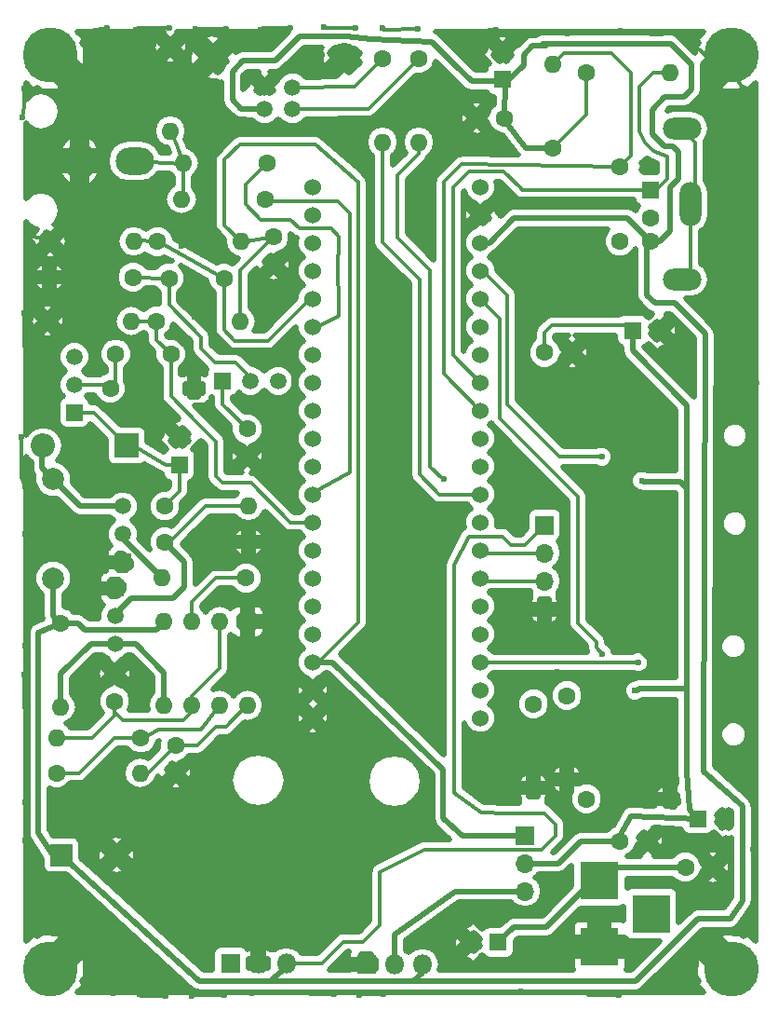
<source format=gbr>
G04 #@! TF.FileFunction,Copper,L2,Bot,Signal*
%FSLAX46Y46*%
G04 Gerber Fmt 4.6, Leading zero omitted, Abs format (unit mm)*
G04 Created by KiCad (PCBNEW 4.0.7) date 06/21/23 21:39:12*
%MOMM*%
%LPD*%
G01*
G04 APERTURE LIST*
%ADD10C,0.100000*%
%ADD11C,1.520000*%
%ADD12R,1.520000X1.520000*%
%ADD13C,1.524000*%
%ADD14O,2.500000X3.500000*%
%ADD15O,3.500000X2.500000*%
%ADD16R,1.600000X1.600000*%
%ADD17C,1.600000*%
%ADD18O,1.600000X1.600000*%
%ADD19R,2.000000X2.000000*%
%ADD20C,2.000000*%
%ADD21R,2.200000X2.200000*%
%ADD22O,2.200000X2.200000*%
%ADD23R,3.500000X3.500000*%
%ADD24R,1.700000X1.700000*%
%ADD25O,1.700000X1.700000*%
%ADD26O,3.500000X2.000000*%
%ADD27O,2.000000X4.000000*%
%ADD28C,5.000000*%
%ADD29R,1.800000X1.800000*%
%ADD30O,1.800000X1.800000*%
%ADD31C,2.700000*%
%ADD32C,0.600000*%
%ADD33C,0.500000*%
%ADD34C,0.350000*%
G04 APERTURE END LIST*
D10*
D11*
X120620000Y-107520000D03*
X120620000Y-104980000D03*
D12*
X120620000Y-110060000D03*
D13*
X137922000Y-75946000D03*
X137922000Y-78486000D03*
X137922000Y-81026000D03*
X137922000Y-83566000D03*
X137922000Y-86106000D03*
X137922000Y-88646000D03*
X137922000Y-91186000D03*
X137922000Y-93726000D03*
X137922000Y-96266000D03*
X137922000Y-98806000D03*
X137922000Y-101346000D03*
X137922000Y-103886000D03*
X137922000Y-106426000D03*
X137922000Y-108966000D03*
X137922000Y-111506000D03*
X137922000Y-114046000D03*
X137922000Y-116586000D03*
X137922000Y-119126000D03*
X137922000Y-121666000D03*
X137922000Y-124206000D03*
X153162000Y-75946000D03*
X153162000Y-78486000D03*
X153162000Y-81026000D03*
X153162000Y-83566000D03*
X153162000Y-86106000D03*
X153162000Y-88646000D03*
X153162000Y-91186000D03*
X153162000Y-93726000D03*
X153162000Y-96266000D03*
X153162000Y-98806000D03*
X153162000Y-101346000D03*
X153162000Y-103886000D03*
X153162000Y-106426000D03*
X153162000Y-108966000D03*
X153162000Y-111506000D03*
X153162000Y-114046000D03*
X153162000Y-116586000D03*
X153162000Y-119126000D03*
X153162000Y-121666000D03*
X153162000Y-124206000D03*
D14*
X116710000Y-73590000D03*
D15*
X121710000Y-73590000D03*
D16*
X155200000Y-66200000D03*
D17*
X155200000Y-63700000D03*
X125425000Y-126700000D03*
X125425000Y-129200000D03*
X122275000Y-126025000D03*
D18*
X114655000Y-126025000D03*
D17*
X159000000Y-91000000D03*
X161500000Y-91000000D03*
X165862000Y-135382000D03*
X168362000Y-135382000D03*
D16*
X172974000Y-133350000D03*
D17*
X175474000Y-133350000D03*
D16*
X167000000Y-89000000D03*
D17*
X169500000Y-89000000D03*
X119888000Y-122682000D03*
X119888000Y-120182000D03*
D16*
X154800000Y-144600000D03*
D17*
X152300000Y-144600000D03*
D19*
X115062000Y-136652000D03*
D20*
X120062000Y-136652000D03*
D16*
X125775000Y-101200000D03*
D17*
X125775000Y-98700000D03*
X129830000Y-84250000D03*
X124830000Y-84250000D03*
D21*
X121010000Y-99470000D03*
D22*
X113390000Y-99470000D03*
D23*
X164000000Y-139000000D03*
X164000000Y-145000000D03*
X168700000Y-142000000D03*
D24*
X157226000Y-134874000D03*
D25*
X157226000Y-137414000D03*
X157226000Y-139954000D03*
D26*
X171506000Y-84350000D03*
X171506000Y-70650000D03*
D16*
X168656000Y-76200000D03*
D17*
X168656000Y-78800000D03*
X168656000Y-74100000D03*
X168656000Y-80900000D03*
X165856000Y-74100000D03*
X165856000Y-80900000D03*
D27*
X172306000Y-77500000D03*
D17*
X159766000Y-72390000D03*
D18*
X159766000Y-64770000D03*
D17*
X162814000Y-65532000D03*
D18*
X170434000Y-65532000D03*
D17*
X114600000Y-129200000D03*
D18*
X122220000Y-129200000D03*
D17*
X131850000Y-111500000D03*
D18*
X124230000Y-111500000D03*
D17*
X133750000Y-73800000D03*
D18*
X126130000Y-73800000D03*
D17*
X133600000Y-77050000D03*
D18*
X125980000Y-77050000D03*
D17*
X121570000Y-84170000D03*
D18*
X113950000Y-84170000D03*
D17*
X123790000Y-80930000D03*
D18*
X131410000Y-80930000D03*
D17*
X114020000Y-80910000D03*
D18*
X121640000Y-80910000D03*
D16*
X132000000Y-115450000D03*
D18*
X124380000Y-123070000D03*
X129460000Y-115450000D03*
X126920000Y-123070000D03*
X126920000Y-115450000D03*
X129460000Y-123070000D03*
X124380000Y-115450000D03*
X132000000Y-123070000D03*
D28*
X114000000Y-64000000D03*
X114000000Y-147000000D03*
X176000000Y-147000000D03*
X176000000Y-64000000D03*
D20*
X114300000Y-111506000D03*
X114300000Y-102506000D03*
D17*
X115000000Y-115600000D03*
D18*
X115000000Y-123220000D03*
D17*
X124450000Y-104950000D03*
D18*
X132070000Y-104950000D03*
D17*
X124450000Y-108225000D03*
D18*
X132070000Y-108225000D03*
D29*
X130425000Y-146525000D03*
D30*
X132965000Y-146525000D03*
X135505000Y-146525000D03*
D29*
X142800000Y-146600000D03*
D30*
X145340000Y-146600000D03*
X147880000Y-146600000D03*
D17*
X171825000Y-137775000D03*
X174325000Y-137775000D03*
X124968000Y-63246000D03*
D18*
X124968000Y-70866000D03*
D17*
X155350000Y-69700000D03*
X152850000Y-69700000D03*
D11*
X136090000Y-68900000D03*
X133550000Y-68900000D03*
X133550000Y-66900000D03*
X136090000Y-66900000D03*
D31*
X140820000Y-64200000D03*
X128820000Y-64200000D03*
D17*
X144272000Y-64262000D03*
D18*
X144272000Y-71882000D03*
D17*
X147574000Y-64262000D03*
D18*
X147574000Y-71882000D03*
D17*
X134360000Y-80510000D03*
X134360000Y-83010000D03*
X120000000Y-91140000D03*
X125000000Y-91140000D03*
X123698000Y-88138000D03*
D18*
X131318000Y-88138000D03*
D17*
X113792000Y-88138000D03*
D18*
X121412000Y-88138000D03*
D17*
X119500000Y-94270000D03*
D18*
X127120000Y-94270000D03*
D17*
X131950000Y-97925000D03*
X131950000Y-100425000D03*
D24*
X159004000Y-106680000D03*
D25*
X159004000Y-109220000D03*
X159004000Y-111760000D03*
X159004000Y-114300000D03*
D17*
X157988000Y-122936000D03*
D18*
X157988000Y-130556000D03*
D17*
X162814000Y-131572000D03*
D18*
X170434000Y-131572000D03*
D17*
X161036000Y-122174000D03*
D18*
X161036000Y-129794000D03*
D11*
X119950000Y-114940000D03*
X119950000Y-117480000D03*
D12*
X119950000Y-112400000D03*
D11*
X132260000Y-93570000D03*
X134800000Y-93570000D03*
D12*
X129720000Y-93570000D03*
D11*
X116240000Y-93910000D03*
X116240000Y-91370000D03*
D12*
X116240000Y-96450000D03*
D32*
X127260000Y-84710000D03*
X127120000Y-94270000D03*
X126650000Y-92070000D03*
X111850000Y-80275000D03*
X115440000Y-78210000D03*
X115375000Y-76800000D03*
X113375000Y-75100000D03*
X111900000Y-73350000D03*
X112014000Y-72136000D03*
X111525000Y-69650000D03*
X111675000Y-67025000D03*
X133858000Y-107696000D03*
X134112000Y-105918000D03*
X134366000Y-102108000D03*
X135382000Y-101092000D03*
X135636000Y-99314000D03*
X135382000Y-97028000D03*
X136144000Y-94742000D03*
X136144000Y-91948000D03*
X135636000Y-90678000D03*
X133350000Y-90932000D03*
X131064000Y-90932000D03*
X129286000Y-90678000D03*
X121158000Y-89916000D03*
X117196000Y-61859000D03*
X119200000Y-61500000D03*
X121850000Y-61650000D03*
X119888000Y-64262000D03*
X119126000Y-66294000D03*
X118872000Y-69088000D03*
X117602000Y-71374000D03*
X117310000Y-101900000D03*
X123190000Y-91440000D03*
X123444000Y-93726000D03*
X123952000Y-94996000D03*
X123952000Y-97028000D03*
X123952000Y-99060000D03*
X123590000Y-101930000D03*
X122428000Y-89916000D03*
X125222000Y-89408000D03*
X126238000Y-90170000D03*
X125984000Y-81280000D03*
X127180000Y-87720000D03*
X124010000Y-77810000D03*
X122428000Y-76962000D03*
X119126000Y-75946000D03*
X112014000Y-141224000D03*
X112014000Y-138684000D03*
X111750000Y-135350000D03*
X111760000Y-131826000D03*
X111850000Y-127100000D03*
X111850000Y-123450000D03*
X111700000Y-120250000D03*
X111760000Y-117602000D03*
X111800000Y-113950000D03*
X112014000Y-110744000D03*
X111760000Y-107442000D03*
X111760000Y-103124000D03*
X111450000Y-98700000D03*
X112268000Y-143764000D03*
X145288000Y-83820000D03*
X145542000Y-88392000D03*
X145034000Y-92456000D03*
X145796000Y-96774000D03*
X146304000Y-102108000D03*
X146050000Y-107188000D03*
X146050000Y-111506000D03*
X147574000Y-115316000D03*
X146812000Y-119380000D03*
X147574000Y-123190000D03*
X143510000Y-125222000D03*
X140462000Y-125476000D03*
X147828000Y-79756000D03*
X148336000Y-75184000D03*
X150114000Y-72136000D03*
X150450000Y-67450000D03*
X127508000Y-131826000D03*
X129032000Y-134112000D03*
X130048000Y-136144000D03*
X131826000Y-138176000D03*
X133096000Y-143764000D03*
X138938000Y-144272000D03*
X136144000Y-142494000D03*
X132588000Y-141224000D03*
X129794000Y-139700000D03*
X127254000Y-138684000D03*
X124206000Y-137160000D03*
X141732000Y-143002000D03*
X140462000Y-137922000D03*
X139446000Y-134874000D03*
X138176000Y-130556000D03*
X164225000Y-104975000D03*
X162450000Y-97875000D03*
X157226000Y-103124000D03*
X156718000Y-107188000D03*
X156718000Y-113030000D03*
X157734000Y-116586000D03*
X160175000Y-119975000D03*
X164325000Y-110100000D03*
X164525000Y-115400000D03*
X166650000Y-117050000D03*
X169375000Y-119200000D03*
X167325000Y-124100000D03*
X167375000Y-104950000D03*
X163775000Y-123950000D03*
X172350000Y-148300000D03*
X170150000Y-148550000D03*
X165750000Y-149375000D03*
X162725000Y-149125000D03*
X159575000Y-149100000D03*
X156900000Y-149025000D03*
X154350000Y-149175000D03*
X152750000Y-149175000D03*
X150050000Y-149150000D03*
X147075000Y-149125000D03*
X144350000Y-149325000D03*
X142125000Y-149375000D03*
X139825000Y-149275000D03*
X137550000Y-149175000D03*
X135375000Y-149175000D03*
X132375000Y-149200000D03*
X129875000Y-149400000D03*
X126900000Y-149500000D03*
X124575000Y-149450000D03*
X122125000Y-149300000D03*
X119800000Y-149200000D03*
X117675000Y-149125000D03*
X177800000Y-142748000D03*
X178196000Y-139300000D03*
X178054000Y-137414000D03*
X178017000Y-135875000D03*
X178196000Y-132425000D03*
X178054000Y-128778000D03*
X178054000Y-125730000D03*
X178208000Y-122582000D03*
X178054000Y-120142000D03*
X177800000Y-117348000D03*
X178054000Y-113030000D03*
X178054000Y-109982000D03*
X178054000Y-106934000D03*
X178054000Y-104394000D03*
X178054000Y-101600000D03*
X178054000Y-99060000D03*
X178054000Y-96266000D03*
X178308000Y-93726000D03*
X178054000Y-91440000D03*
X178054000Y-89408000D03*
X177546000Y-86106000D03*
X177800000Y-83058000D03*
X178054000Y-79502000D03*
X177800000Y-76962000D03*
X177800000Y-74168000D03*
X178100000Y-71125000D03*
X178054000Y-68326000D03*
X172825000Y-63200000D03*
X171050000Y-62050000D03*
X168450000Y-61950000D03*
X165950000Y-61800000D03*
X163400000Y-61900000D03*
X161100000Y-62050000D03*
X157938000Y-61826000D03*
X154575000Y-61700000D03*
X151325000Y-62025000D03*
X147450000Y-61600000D03*
X144250000Y-61550000D03*
X141800000Y-61500000D03*
X138950000Y-61450000D03*
X135900000Y-61550000D03*
X133150000Y-61650000D03*
X130000000Y-61600000D03*
X127250000Y-61600000D03*
X124900000Y-61550000D03*
X111700000Y-87375000D03*
X111875000Y-84425000D03*
X111850000Y-81950000D03*
X119634000Y-89154000D03*
X118110000Y-88900000D03*
X116586000Y-88900000D03*
X115824000Y-89662000D03*
X113284000Y-89662000D03*
X111725000Y-90325000D03*
X111850000Y-93125000D03*
X112064000Y-95554000D03*
X167550000Y-119150000D03*
X164250000Y-118375000D03*
X164200000Y-100475000D03*
X167225000Y-121725000D03*
X167850000Y-102650000D03*
X149850000Y-102500000D03*
D33*
X114300000Y-111506000D02*
X114300000Y-114900000D01*
X114300000Y-114900000D02*
X115000000Y-115600000D01*
X115000000Y-115600000D02*
X116570000Y-115600000D01*
X123660000Y-116170000D02*
X124380000Y-115450000D01*
X117140000Y-116170000D02*
X123660000Y-116170000D01*
X116570000Y-115600000D02*
X117140000Y-116170000D01*
D34*
X132000000Y-123070000D02*
X131930000Y-123070000D01*
X131930000Y-123070000D02*
X130000000Y-125000000D01*
X127400000Y-126700000D02*
X125425000Y-126700000D01*
X129100000Y-125000000D02*
X127400000Y-126700000D01*
X130000000Y-125000000D02*
X129100000Y-125000000D01*
D33*
X147880000Y-146600000D02*
X147880000Y-147320000D01*
X147880000Y-147320000D02*
X147075000Y-148125000D01*
D34*
X155702000Y-132842000D02*
X153200000Y-132800000D01*
X150806000Y-131010000D02*
X150806000Y-124914000D01*
X153200000Y-132800000D02*
X150806000Y-131010000D01*
X148082000Y-136144000D02*
X158750000Y-136144000D01*
X138717000Y-146525000D02*
X140716000Y-144526000D01*
X140716000Y-144526000D02*
X142494000Y-144526000D01*
X144018000Y-138176000D02*
X148082000Y-136144000D01*
X144018000Y-143002000D02*
X144018000Y-138176000D01*
X142494000Y-144526000D02*
X144018000Y-143002000D01*
X135505000Y-146525000D02*
X138717000Y-146525000D01*
X150806000Y-124914000D02*
X150806000Y-123698000D01*
X159004000Y-132842000D02*
X155702000Y-132842000D01*
X160020000Y-133858000D02*
X159004000Y-132842000D01*
X160020000Y-134874000D02*
X160020000Y-133858000D01*
X158750000Y-136144000D02*
X160020000Y-134874000D01*
X150806000Y-123698000D02*
X150806000Y-110236000D01*
X157226000Y-108458000D02*
X159004000Y-106680000D01*
X155956000Y-108458000D02*
X157226000Y-108458000D01*
X155194000Y-107696000D02*
X155956000Y-108458000D01*
X152146000Y-107696000D02*
X155194000Y-107696000D01*
X150806000Y-110236000D02*
X152146000Y-107696000D01*
D33*
X150800000Y-64800000D02*
X152350000Y-66350000D01*
X150800000Y-64800000D02*
X148750000Y-62750000D01*
X148750000Y-62750000D02*
X143256000Y-62484000D01*
X143256000Y-62484000D02*
X141000000Y-62250000D01*
X141000000Y-62250000D02*
X139200000Y-62250000D01*
X139200000Y-62250000D02*
X136700000Y-62250000D01*
X136700000Y-62250000D02*
X134500000Y-64450000D01*
X134500000Y-64450000D02*
X131600000Y-64450000D01*
X131600000Y-64450000D02*
X130600000Y-65450000D01*
X130600000Y-66600000D02*
X130600000Y-68050000D01*
X130600000Y-65450000D02*
X130600000Y-66600000D01*
X130600000Y-68050000D02*
X131384000Y-68834000D01*
X133550000Y-68900000D02*
X131384000Y-68834000D01*
X152350000Y-66350000D02*
X155050000Y-66350000D01*
X155050000Y-66350000D02*
X155200000Y-66200000D01*
X155200000Y-66200000D02*
X155800000Y-66200000D01*
X155800000Y-66200000D02*
X157100000Y-64900000D01*
X159150000Y-63150000D02*
X159150000Y-62950000D01*
X157900000Y-63150000D02*
X159150000Y-63150000D01*
X157100000Y-63950000D02*
X157900000Y-63150000D01*
X157100000Y-64900000D02*
X157100000Y-63950000D01*
X155350000Y-69700000D02*
X155450000Y-66450000D01*
X155450000Y-66450000D02*
X155200000Y-66200000D01*
X155350000Y-69700000D02*
X155350000Y-69850000D01*
X155350000Y-69850000D02*
X157340000Y-72390000D01*
X157340000Y-72390000D02*
X159766000Y-72390000D01*
X168656000Y-80900000D02*
X169500000Y-80900000D01*
X170500000Y-62950000D02*
X159150000Y-62950000D01*
X159150000Y-62950000D02*
X158800000Y-62950000D01*
X172400000Y-64850000D02*
X170500000Y-62950000D01*
X172400000Y-67100000D02*
X172400000Y-64850000D01*
X171700000Y-67800000D02*
X172400000Y-67100000D01*
X169950000Y-67800000D02*
X171700000Y-67800000D01*
X168800000Y-68950000D02*
X169950000Y-67800000D01*
X168800000Y-71150000D02*
X168800000Y-68950000D01*
X169900000Y-72250000D02*
X168800000Y-71150000D01*
X170650000Y-72250000D02*
X169900000Y-72250000D01*
X171150000Y-72750000D02*
X170650000Y-72250000D01*
X171150000Y-75200000D02*
X171150000Y-72750000D01*
X170400000Y-75950000D02*
X171150000Y-75200000D01*
X170400000Y-80000000D02*
X170400000Y-75950000D01*
X169500000Y-80900000D02*
X170400000Y-80000000D01*
D34*
X162814000Y-65532000D02*
X162814000Y-69342000D01*
X162814000Y-69342000D02*
X159766000Y-72390000D01*
X155200000Y-66200000D02*
X155454000Y-66200000D01*
D33*
X134000000Y-148125000D02*
X147075000Y-148125000D01*
X147075000Y-148125000D02*
X167300000Y-148125000D01*
X168300000Y-85775000D02*
X168300000Y-81256000D01*
X169050000Y-86525000D02*
X168300000Y-85775000D01*
X170850000Y-86525000D02*
X169050000Y-86525000D01*
X173625000Y-89300000D02*
X170850000Y-86525000D01*
X173482000Y-129032000D02*
X173625000Y-89300000D01*
X177004000Y-132238000D02*
X173482000Y-129032000D01*
X177004000Y-140838000D02*
X177004000Y-132238000D01*
X175900000Y-142450000D02*
X177004000Y-140838000D01*
X172975000Y-142450000D02*
X175900000Y-142450000D01*
X167300000Y-148125000D02*
X172975000Y-142450000D01*
X168300000Y-81256000D02*
X168656000Y-80900000D01*
D34*
X125425000Y-126700000D02*
X126000000Y-126700000D01*
X122220000Y-129200000D02*
X122925000Y-129200000D01*
X122925000Y-129200000D02*
X125425000Y-126700000D01*
D33*
X153162000Y-81026000D02*
X153974000Y-81026000D01*
X166556000Y-78800000D02*
X168656000Y-80900000D01*
X156200000Y-78800000D02*
X166556000Y-78800000D01*
X153974000Y-81026000D02*
X156200000Y-78800000D01*
X135505000Y-146525000D02*
X135505000Y-146805000D01*
X135505000Y-146525000D02*
X135505000Y-146845000D01*
X135505000Y-146845000D02*
X134000000Y-148125000D01*
X134000000Y-148125000D02*
X127610000Y-148125000D01*
X127610000Y-148125000D02*
X115062000Y-136652000D01*
X115062000Y-136652000D02*
X114252000Y-136652000D01*
X114252000Y-136652000D02*
X112968000Y-134618000D01*
X112968000Y-116432000D02*
X115000000Y-115600000D01*
X112968000Y-134618000D02*
X112968000Y-116432000D01*
D34*
X114745000Y-115345000D02*
X115000000Y-115600000D01*
X153162000Y-81026000D02*
X152926000Y-81026000D01*
X127180000Y-87720000D02*
X127180000Y-84790000D01*
X127180000Y-84790000D02*
X127260000Y-84710000D01*
X126610000Y-90542000D02*
X126238000Y-90170000D01*
X126610000Y-92050000D02*
X126610000Y-90542000D01*
X126630000Y-92070000D02*
X126610000Y-92050000D01*
X126650000Y-92070000D02*
X126630000Y-92070000D01*
X124010000Y-77810000D02*
X124310000Y-77810000D01*
X125984000Y-79484000D02*
X125984000Y-81280000D01*
X124310000Y-77810000D02*
X125984000Y-79484000D01*
X115285588Y-78534928D02*
X115285588Y-79789412D01*
X115285588Y-79789412D02*
X114020000Y-80910000D01*
X111850000Y-80275000D02*
X112000000Y-80275000D01*
X112000000Y-80275000D02*
X114020000Y-80910000D01*
X115285588Y-78534928D02*
X115440000Y-78210000D01*
X115375000Y-76800000D02*
X113675000Y-75100000D01*
X113675000Y-75100000D02*
X113375000Y-75100000D01*
X111900000Y-73350000D02*
X112014000Y-73236000D01*
X112014000Y-73236000D02*
X112014000Y-72136000D01*
X111525000Y-69650000D02*
X111675000Y-68650000D01*
X111675000Y-68650000D02*
X111675000Y-67025000D01*
X160175000Y-119975000D02*
X162393000Y-119975000D01*
X163576000Y-123751000D02*
X163775000Y-123950000D01*
X163576000Y-121158000D02*
X163576000Y-123751000D01*
X162393000Y-119975000D02*
X163576000Y-121158000D01*
X133858000Y-106172000D02*
X133858000Y-107696000D01*
X134112000Y-105918000D02*
X133858000Y-106172000D01*
X135382000Y-101092000D02*
X134366000Y-102108000D01*
X135636000Y-97282000D02*
X135636000Y-99314000D01*
X135382000Y-97028000D02*
X135636000Y-97282000D01*
X136144000Y-91948000D02*
X136144000Y-94742000D01*
X133604000Y-90678000D02*
X135636000Y-90678000D01*
X133350000Y-90932000D02*
X133604000Y-90678000D01*
X129540000Y-90932000D02*
X131064000Y-90932000D01*
X129286000Y-90678000D02*
X129540000Y-90932000D01*
X121158000Y-89916000D02*
X122428000Y-89916000D01*
X117196000Y-61859000D02*
X119200000Y-61500000D01*
X119888000Y-66040000D02*
X119888000Y-64262000D01*
X119126000Y-66294000D02*
X119888000Y-66040000D01*
X118872000Y-70104000D02*
X118872000Y-69088000D01*
X117602000Y-71374000D02*
X118872000Y-70104000D01*
X122428000Y-90678000D02*
X122428000Y-89916000D01*
X123190000Y-91440000D02*
X122428000Y-90678000D01*
X123444000Y-94488000D02*
X123444000Y-93726000D01*
X123952000Y-94996000D02*
X123444000Y-94488000D01*
X123952000Y-99060000D02*
X123952000Y-97028000D01*
X117310000Y-101900000D02*
X123590000Y-101930000D01*
X125222000Y-89408000D02*
X125984000Y-90170000D01*
X125984000Y-90170000D02*
X126238000Y-90170000D01*
X122428000Y-76962000D02*
X121412000Y-75946000D01*
X121412000Y-75946000D02*
X119126000Y-75946000D01*
X112014000Y-138684000D02*
X112164000Y-138534000D01*
X112164000Y-138534000D02*
X111750000Y-135350000D01*
X111760000Y-131826000D02*
X111850000Y-131450000D01*
X111850000Y-131450000D02*
X111850000Y-127100000D01*
X111850000Y-123450000D02*
X111700000Y-123300000D01*
X111700000Y-123300000D02*
X111700000Y-120250000D01*
X111760000Y-117602000D02*
X111800000Y-117200000D01*
X111800000Y-117200000D02*
X111800000Y-113950000D01*
X112014000Y-110744000D02*
X111800000Y-110500000D01*
X111800000Y-110500000D02*
X111760000Y-107442000D01*
X111760000Y-103124000D02*
X111450000Y-102350000D01*
X111450000Y-102350000D02*
X111450000Y-98700000D01*
X112268000Y-143764000D02*
X112168000Y-143664000D01*
X112168000Y-143664000D02*
X112014000Y-141224000D01*
D33*
X145288000Y-83820000D02*
X145542000Y-84074000D01*
X145542000Y-84074000D02*
X145542000Y-88392000D01*
X145034000Y-92456000D02*
X145796000Y-93218000D01*
X145796000Y-93218000D02*
X145796000Y-96774000D01*
X146304000Y-102108000D02*
X146050000Y-102362000D01*
X146050000Y-102362000D02*
X146050000Y-107188000D01*
X146050000Y-111506000D02*
X147574000Y-113030000D01*
X147574000Y-113030000D02*
X147574000Y-115316000D01*
X146812000Y-119380000D02*
X147574000Y-120142000D01*
X147574000Y-120142000D02*
X147574000Y-123190000D01*
X143510000Y-125222000D02*
X143256000Y-125476000D01*
X143256000Y-125476000D02*
X140462000Y-125476000D01*
X147828000Y-79756000D02*
X148336000Y-79248000D01*
X148336000Y-79248000D02*
X148336000Y-75184000D01*
X150114000Y-72136000D02*
X150150000Y-69700000D01*
X150150000Y-69700000D02*
X150450000Y-67450000D01*
X132588000Y-141224000D02*
X132588000Y-138938000D01*
X127508000Y-131826000D02*
X125425000Y-129743000D01*
X129032000Y-135128000D02*
X129032000Y-134112000D01*
X130048000Y-136144000D02*
X129032000Y-135128000D01*
X132588000Y-138938000D02*
X131826000Y-138176000D01*
X125425000Y-129743000D02*
X125425000Y-129200000D01*
X132965000Y-143895000D02*
X132965000Y-146525000D01*
X133096000Y-143764000D02*
X132965000Y-143895000D01*
X137922000Y-144272000D02*
X138938000Y-144272000D01*
X136144000Y-142494000D02*
X137922000Y-144272000D01*
X131318000Y-141224000D02*
X132588000Y-141224000D01*
X129794000Y-139700000D02*
X131318000Y-141224000D01*
X125730000Y-138684000D02*
X127254000Y-138684000D01*
X124206000Y-137160000D02*
X125730000Y-138684000D01*
X141732000Y-139192000D02*
X141732000Y-143002000D01*
X140462000Y-137922000D02*
X141732000Y-139192000D01*
X139446000Y-131826000D02*
X139446000Y-134874000D01*
X138176000Y-130556000D02*
X139446000Y-131826000D01*
D34*
X164225000Y-104450000D02*
X164225000Y-104975000D01*
X167725000Y-100950000D02*
X164225000Y-104450000D01*
X167725000Y-98425000D02*
X167725000Y-100950000D01*
X166950000Y-97650000D02*
X167725000Y-98425000D01*
X162675000Y-97650000D02*
X166950000Y-97650000D01*
X162450000Y-97875000D02*
X162675000Y-97650000D01*
X156543000Y-107013000D02*
X157226000Y-103124000D01*
X157584000Y-116436000D02*
X156718000Y-113030000D01*
X157734000Y-116586000D02*
X157584000Y-116436000D01*
X164325000Y-110100000D02*
X164525000Y-110300000D01*
X164525000Y-110300000D02*
X164525000Y-115400000D01*
X166650000Y-117050000D02*
X168800000Y-119200000D01*
X168800000Y-119200000D02*
X169375000Y-119200000D01*
X163775000Y-123950000D02*
X163750000Y-123950000D01*
X170400000Y-148300000D02*
X172350000Y-148300000D01*
X170150000Y-148550000D02*
X170400000Y-148300000D01*
X162975000Y-149375000D02*
X165750000Y-149375000D01*
X162725000Y-149125000D02*
X162975000Y-149375000D01*
X156975000Y-149100000D02*
X159575000Y-149100000D01*
X156900000Y-149025000D02*
X156975000Y-149100000D01*
X152750000Y-149175000D02*
X154350000Y-149175000D01*
X147100000Y-149150000D02*
X150050000Y-149150000D01*
X147075000Y-149125000D02*
X147100000Y-149150000D01*
X142175000Y-149325000D02*
X144350000Y-149325000D01*
X142125000Y-149375000D02*
X142175000Y-149325000D01*
X137650000Y-149275000D02*
X139825000Y-149275000D01*
X137550000Y-149175000D02*
X137650000Y-149275000D01*
X132400000Y-149175000D02*
X135375000Y-149175000D01*
X132375000Y-149200000D02*
X132400000Y-149175000D01*
X127000000Y-149400000D02*
X129875000Y-149400000D01*
X126900000Y-149500000D02*
X127000000Y-149400000D01*
X122275000Y-149450000D02*
X124575000Y-149450000D01*
X122125000Y-149300000D02*
X122275000Y-149450000D01*
X117750000Y-149200000D02*
X119800000Y-149200000D01*
X117675000Y-149125000D02*
X117750000Y-149200000D01*
X176000000Y-65000000D02*
X176000000Y-65450000D01*
X176000000Y-65450000D02*
X178054000Y-68326000D01*
X178054000Y-140462000D02*
X177800000Y-142748000D01*
X178196000Y-139300000D02*
X178054000Y-140462000D01*
X177842000Y-136050000D02*
X178054000Y-137414000D01*
X178017000Y-135875000D02*
X177842000Y-136050000D01*
X178246000Y-130425000D02*
X178196000Y-132425000D01*
X178054000Y-128778000D02*
X178246000Y-130425000D01*
X178308000Y-122682000D02*
X178054000Y-125730000D01*
X178208000Y-122582000D02*
X178308000Y-122682000D01*
X177975000Y-117523000D02*
X178054000Y-120142000D01*
X177800000Y-117348000D02*
X177975000Y-117523000D01*
X178054000Y-111252000D02*
X178054000Y-113030000D01*
X178054000Y-109982000D02*
X178054000Y-111252000D01*
X177954000Y-104494000D02*
X178054000Y-106934000D01*
X178054000Y-104394000D02*
X177954000Y-104494000D01*
X178054000Y-100330000D02*
X178054000Y-101600000D01*
X178054000Y-99060000D02*
X178054000Y-100330000D01*
X178108000Y-93926000D02*
X178054000Y-96266000D01*
X178308000Y-93726000D02*
X178108000Y-93926000D01*
X177929000Y-89533000D02*
X178054000Y-91440000D01*
X178054000Y-89408000D02*
X177929000Y-89533000D01*
X177700000Y-83158000D02*
X177546000Y-86106000D01*
X177800000Y-83058000D02*
X177700000Y-83158000D01*
X177800000Y-76962000D02*
X178054000Y-79502000D01*
X178250000Y-71275000D02*
X177800000Y-74168000D01*
X178100000Y-71125000D02*
X178250000Y-71275000D01*
X172825000Y-63200000D02*
X174625000Y-65000000D01*
X168625000Y-62125000D02*
X171050000Y-62050000D01*
X163475000Y-61975000D02*
X165950000Y-61800000D01*
X163400000Y-61900000D02*
X163475000Y-61975000D01*
X159258000Y-61722000D02*
X161100000Y-62050000D01*
X157938000Y-61826000D02*
X159258000Y-61722000D01*
X151500000Y-61850000D02*
X154575000Y-61700000D01*
X144350000Y-61650000D02*
X147450000Y-61600000D01*
X144250000Y-61550000D02*
X144350000Y-61650000D01*
X139025000Y-61525000D02*
X141800000Y-61500000D01*
X138950000Y-61450000D02*
X139025000Y-61525000D01*
X133325000Y-61475000D02*
X135900000Y-61550000D01*
X133150000Y-61650000D02*
X133325000Y-61475000D01*
X127250000Y-61600000D02*
X130000000Y-61600000D01*
X122000000Y-61500000D02*
X124900000Y-61550000D01*
X174625000Y-65000000D02*
X176000000Y-65000000D01*
X111875000Y-84425000D02*
X111925000Y-84375000D01*
X111925000Y-84375000D02*
X111850000Y-81950000D01*
X111725000Y-90325000D02*
X112621000Y-90325000D01*
X118364000Y-89154000D02*
X119634000Y-89154000D01*
X118110000Y-88900000D02*
X118364000Y-89154000D01*
X115824000Y-89662000D02*
X116586000Y-88900000D01*
X112621000Y-90325000D02*
X113284000Y-89662000D01*
X112064000Y-95554000D02*
X112064000Y-93339000D01*
X111650000Y-90250000D02*
X111700000Y-87375000D01*
X111725000Y-90325000D02*
X111650000Y-90250000D01*
X112064000Y-93339000D02*
X111850000Y-93125000D01*
X112064000Y-95554000D02*
X112014000Y-95504000D01*
X131318000Y-88138000D02*
X131318000Y-83552000D01*
X131318000Y-83552000D02*
X134360000Y-80510000D01*
X129900000Y-77440000D02*
X129900000Y-79420000D01*
X129900000Y-79420000D02*
X131410000Y-80930000D01*
X131318000Y-88138000D02*
X131318000Y-88012000D01*
X134360000Y-80510000D02*
X131450000Y-80970000D01*
X131450000Y-80970000D02*
X131410000Y-80930000D01*
X142025000Y-75575000D02*
X141732000Y-75184000D01*
X141732000Y-75184000D02*
X138175000Y-72075000D01*
X138175000Y-72075000D02*
X131300000Y-72075000D01*
X131300000Y-72075000D02*
X129900000Y-73475000D01*
X129900000Y-73475000D02*
X129900000Y-77440000D01*
D33*
X157226000Y-134874000D02*
X151500000Y-134900000D01*
X139700000Y-119126000D02*
X137922000Y-119126000D01*
X149800000Y-128900000D02*
X139700000Y-119126000D01*
X149800000Y-133300000D02*
X149800000Y-128900000D01*
X151500000Y-134900000D02*
X149800000Y-133300000D01*
D34*
X134360000Y-80510000D02*
X134069000Y-80547000D01*
X134110000Y-80260000D02*
X134360000Y-80510000D01*
X133985000Y-80135000D02*
X134360000Y-80510000D01*
X137922000Y-119126000D02*
X138424000Y-119126000D01*
X138424000Y-119126000D02*
X142025000Y-115525000D01*
X142025000Y-115525000D02*
X142025000Y-75575000D01*
X142025000Y-75575000D02*
X142025000Y-75500000D01*
D33*
X138626000Y-119126000D02*
X137922000Y-119126000D01*
D34*
X137922000Y-119126000D02*
X137626000Y-119126000D01*
D33*
X164000000Y-139000000D02*
X163400000Y-139000000D01*
X163400000Y-139000000D02*
X159200000Y-143200000D01*
X156200000Y-143200000D02*
X154800000Y-144600000D01*
X159200000Y-143200000D02*
X156200000Y-143200000D01*
X164000000Y-139000000D02*
X163514000Y-139000000D01*
X171825000Y-137775000D02*
X165225000Y-137775000D01*
X165225000Y-137775000D02*
X164000000Y-139000000D01*
D34*
X126920000Y-123070000D02*
X126920000Y-123655000D01*
X126920000Y-123655000D02*
X126150000Y-124425000D01*
X120675000Y-124425000D02*
X119888000Y-123638000D01*
X126150000Y-124425000D02*
X120675000Y-124425000D01*
X119888000Y-122682000D02*
X119888000Y-123638000D01*
X119888000Y-123638000D02*
X119888000Y-123962000D01*
X117825000Y-126025000D02*
X114655000Y-126025000D01*
X119888000Y-123962000D02*
X117825000Y-126025000D01*
X126920000Y-123070000D02*
X126920000Y-123480000D01*
X126920000Y-123070000D02*
X126866000Y-123070000D01*
X126920000Y-123070000D02*
X126920000Y-122254000D01*
X129460000Y-119714000D02*
X129460000Y-115450000D01*
X126920000Y-122254000D02*
X129460000Y-119714000D01*
X116240000Y-96450000D02*
X117990000Y-96450000D01*
X117990000Y-96450000D02*
X121010000Y-99470000D01*
X129720000Y-93570000D02*
X129720000Y-95695000D01*
X129720000Y-95695000D02*
X131950000Y-97925000D01*
X130098000Y-93948000D02*
X129720000Y-93570000D01*
X124450000Y-104950000D02*
X124450000Y-104900000D01*
X124450000Y-104900000D02*
X125775000Y-103575000D01*
X125775000Y-103575000D02*
X125775000Y-101200000D01*
X121010000Y-99470000D02*
X121610000Y-99470000D01*
X121610000Y-99470000D02*
X124575000Y-101200000D01*
X124575000Y-101200000D02*
X125775000Y-101200000D01*
X116240000Y-93910000D02*
X119140000Y-93910000D01*
X119140000Y-93910000D02*
X119500000Y-94270000D01*
X120000000Y-91140000D02*
X120000000Y-92964000D01*
X120000000Y-92964000D02*
X120000000Y-93770000D01*
X120000000Y-93770000D02*
X119500000Y-94270000D01*
X129830000Y-84250000D02*
X129830000Y-88920000D01*
X129830000Y-88920000D02*
X130826000Y-89916000D01*
X123790000Y-80930000D02*
X121740000Y-80810000D01*
X121740000Y-80810000D02*
X121640000Y-80910000D01*
X123790000Y-80930000D02*
X125000000Y-81575000D01*
X125000000Y-81575000D02*
X129830000Y-84250000D01*
X137922000Y-86106000D02*
X137668000Y-86106000D01*
X137668000Y-86106000D02*
X133858000Y-89916000D01*
X133858000Y-89916000D02*
X130826000Y-89916000D01*
X132260000Y-93570000D02*
X132260000Y-93260000D01*
X132260000Y-93260000D02*
X130910000Y-91910000D01*
X130910000Y-91910000D02*
X129020000Y-91910000D01*
X129020000Y-91910000D02*
X127750000Y-90640000D01*
X127750000Y-90640000D02*
X127750000Y-89610000D01*
X127750000Y-89610000D02*
X124830000Y-86690000D01*
X124830000Y-86690000D02*
X124830000Y-84250000D01*
X124830000Y-84250000D02*
X121595000Y-84195000D01*
X121595000Y-84195000D02*
X121570000Y-84170000D01*
X125267000Y-84250000D02*
X124830000Y-84250000D01*
D33*
X145340000Y-146600000D02*
X145340000Y-143860000D01*
X145340000Y-143860000D02*
X150876000Y-139954000D01*
X150876000Y-139954000D02*
X157226000Y-139954000D01*
D34*
X172306000Y-77500000D02*
X172306000Y-76194000D01*
X172306000Y-76194000D02*
X172750000Y-75750000D01*
X172750000Y-75750000D02*
X172750000Y-71894000D01*
X172750000Y-71894000D02*
X171506000Y-70650000D01*
X172306000Y-77500000D02*
X172306000Y-83550000D01*
X172306000Y-83550000D02*
X171506000Y-84350000D01*
X168656000Y-76200000D02*
X169164000Y-76200000D01*
X169164000Y-76200000D02*
X170180000Y-75184000D01*
X168910000Y-65532000D02*
X170434000Y-65532000D01*
X167640000Y-66802000D02*
X168910000Y-65532000D01*
X167640000Y-70866000D02*
X167640000Y-66802000D01*
X168148000Y-71882000D02*
X167640000Y-70866000D01*
X168910000Y-72644000D02*
X168148000Y-71882000D01*
X170180000Y-73152000D02*
X168910000Y-72644000D01*
X170180000Y-75184000D02*
X170180000Y-73152000D01*
X168656000Y-76200000D02*
X156950000Y-76200000D01*
X156750000Y-76000000D02*
X155300000Y-74550000D01*
X155300000Y-74550000D02*
X152150000Y-74550000D01*
X152150000Y-74550000D02*
X150700000Y-76000000D01*
X150700000Y-76000000D02*
X150700000Y-91264000D01*
X150700000Y-91264000D02*
X153162000Y-93726000D01*
X156950000Y-76200000D02*
X156750000Y-76000000D01*
X159766000Y-64770000D02*
X160782000Y-63754000D01*
X166878000Y-73078000D02*
X165856000Y-74100000D01*
X166878000Y-65532000D02*
X166878000Y-73078000D01*
X165100000Y-63754000D02*
X166878000Y-65532000D01*
X160782000Y-63754000D02*
X165100000Y-63754000D01*
X165856000Y-74100000D02*
X151450000Y-73900000D01*
X149850000Y-92954000D02*
X153162000Y-96266000D01*
X149850000Y-75500000D02*
X149850000Y-92954000D01*
X151450000Y-73900000D02*
X149850000Y-75500000D01*
X165856000Y-74100000D02*
X165856000Y-74700000D01*
D33*
X120620000Y-107520000D02*
X120620000Y-107890000D01*
X120620000Y-107890000D02*
X124230000Y-111500000D01*
D34*
X124230000Y-110930000D02*
X124230000Y-111500000D01*
X126920000Y-115450000D02*
X126920000Y-113650000D01*
X129070000Y-111500000D02*
X131850000Y-111500000D01*
X126920000Y-113650000D02*
X129070000Y-111500000D01*
X131800000Y-77050000D02*
X131800000Y-77540000D01*
X135920000Y-78920000D02*
X136700000Y-79700000D01*
X133180000Y-78920000D02*
X135920000Y-78920000D01*
X131800000Y-77540000D02*
X133180000Y-78920000D01*
X137922000Y-88646000D02*
X138354000Y-88646000D01*
X138354000Y-88646000D02*
X140270000Y-87710000D01*
X140270000Y-87710000D02*
X140230000Y-82130000D01*
X140230000Y-82130000D02*
X140240000Y-82060000D01*
X140240000Y-82060000D02*
X140240000Y-80460000D01*
X140240000Y-80460000D02*
X139600000Y-79700000D01*
X139600000Y-79700000D02*
X136700000Y-79700000D01*
X131800000Y-75750000D02*
X133750000Y-73800000D01*
X131800000Y-77050000D02*
X131800000Y-75750000D01*
X138329000Y-88646000D02*
X137922000Y-88646000D01*
X126130000Y-73800000D02*
X126130000Y-76900000D01*
X126130000Y-76900000D02*
X125980000Y-77050000D01*
X124968000Y-70866000D02*
X125476000Y-71882000D01*
X125476000Y-71882000D02*
X126130000Y-73800000D01*
X121710000Y-73590000D02*
X126030000Y-73900000D01*
X126030000Y-73900000D02*
X126130000Y-73800000D01*
X141316000Y-81000000D02*
X141316000Y-78366000D01*
X140200000Y-77250000D02*
X133800000Y-77250000D01*
X141316000Y-78366000D02*
X140200000Y-77250000D01*
X133800000Y-77250000D02*
X133600000Y-77050000D01*
X137922000Y-103886000D02*
X137922000Y-103778000D01*
X137922000Y-103778000D02*
X141316000Y-101900000D01*
X141316000Y-101900000D02*
X141316000Y-81000000D01*
X141316000Y-81000000D02*
X141316000Y-80800000D01*
X153836000Y-119175000D02*
X153162000Y-119126000D01*
X167525000Y-119175000D02*
X153836000Y-119175000D01*
X167550000Y-119150000D02*
X167525000Y-119175000D01*
X153162000Y-86106000D02*
X153162000Y-86187000D01*
X153162000Y-86187000D02*
X154925000Y-87950000D01*
X163725000Y-117850000D02*
X164250000Y-118375000D01*
X163725000Y-117275000D02*
X163725000Y-117850000D01*
X162075000Y-115625000D02*
X163725000Y-117275000D01*
X162075000Y-104100000D02*
X162075000Y-115625000D01*
X154925000Y-96950000D02*
X162075000Y-104100000D01*
X154925000Y-87950000D02*
X154925000Y-96950000D01*
X153162000Y-86106000D02*
X153162000Y-86162000D01*
X153162000Y-83566000D02*
X153391000Y-83566000D01*
X153391000Y-83566000D02*
X155600000Y-85775000D01*
X160375000Y-100475000D02*
X164200000Y-100475000D01*
X155600000Y-95700000D02*
X160375000Y-100475000D01*
X155600000Y-85775000D02*
X155600000Y-95700000D01*
X153162000Y-83566000D02*
X153162000Y-83662000D01*
X122275000Y-126025000D02*
X122550000Y-126025000D01*
X122550000Y-126025000D02*
X123825000Y-125250000D01*
X127780000Y-125250000D02*
X129460000Y-123070000D01*
X123825000Y-125250000D02*
X127780000Y-125250000D01*
X114600000Y-129200000D02*
X116675000Y-129200000D01*
X119850000Y-126025000D02*
X122275000Y-126025000D01*
X116675000Y-129200000D02*
X119850000Y-126025000D01*
D33*
X157226000Y-137414000D02*
X160274000Y-137414000D01*
X162306000Y-135382000D02*
X165862000Y-135382000D01*
X160274000Y-137414000D02*
X162306000Y-135382000D01*
X171950000Y-129032000D02*
X172204000Y-132580000D01*
X172204000Y-132580000D02*
X172974000Y-133350000D01*
X165862000Y-135382000D02*
X165862000Y-134874000D01*
X165862000Y-134874000D02*
X166878000Y-133096000D01*
X166878000Y-133096000D02*
X172974000Y-133350000D01*
X171950000Y-103925000D02*
X171950000Y-95775000D01*
X167000000Y-90825000D02*
X167000000Y-89000000D01*
X171950000Y-95775000D02*
X167000000Y-90825000D01*
X171950000Y-121525000D02*
X167625000Y-121525000D01*
X167425000Y-121725000D02*
X167225000Y-121725000D01*
X167625000Y-121525000D02*
X167425000Y-121725000D01*
X167950000Y-102750000D02*
X167850000Y-102650000D01*
X171350000Y-102750000D02*
X167950000Y-102750000D01*
X171950000Y-103350000D02*
X171350000Y-102750000D01*
X171950000Y-129075000D02*
X171950000Y-129032000D01*
X171950000Y-129032000D02*
X171950000Y-121525000D01*
X171950000Y-121525000D02*
X171950000Y-103925000D01*
X171950000Y-103925000D02*
X171950000Y-103350000D01*
D34*
X159000000Y-91000000D02*
X159000000Y-91200000D01*
X159000000Y-91000000D02*
X159000000Y-89200000D01*
X159650000Y-88550000D02*
X166550000Y-88550000D01*
X159000000Y-89200000D02*
X159650000Y-88550000D01*
X166550000Y-88550000D02*
X167000000Y-89000000D01*
D33*
X113390000Y-99470000D02*
X113305000Y-101511000D01*
X113305000Y-101511000D02*
X114300000Y-102506000D01*
X120620000Y-104980000D02*
X116774000Y-104980000D01*
X116774000Y-104980000D02*
X114300000Y-102506000D01*
D34*
X114300000Y-102506000D02*
X114600000Y-102506000D01*
D33*
X119950000Y-114940000D02*
X119950000Y-114746000D01*
X119950000Y-114746000D02*
X121412000Y-113284000D01*
X126238000Y-110013000D02*
X124450000Y-108225000D01*
X126238000Y-112268000D02*
X126238000Y-110013000D01*
X125222000Y-113284000D02*
X126238000Y-112268000D01*
X121412000Y-113284000D02*
X125222000Y-113284000D01*
D34*
X124545000Y-108225000D02*
X124450000Y-108225000D01*
X124450000Y-108225000D02*
X124900000Y-108225000D01*
X124900000Y-108225000D02*
X128175000Y-104950000D01*
X128175000Y-104950000D02*
X132070000Y-104950000D01*
X119950000Y-114940000D02*
X119950000Y-114970000D01*
D33*
X115000000Y-123220000D02*
X115000000Y-120204000D01*
X117724000Y-117480000D02*
X119950000Y-117480000D01*
X115000000Y-120204000D02*
X117724000Y-117480000D01*
X119950000Y-117480000D02*
X121798000Y-117480000D01*
X124380000Y-120062000D02*
X124380000Y-123070000D01*
X121798000Y-117480000D02*
X124380000Y-120062000D01*
D34*
X136090000Y-68900000D02*
X143002000Y-68834000D01*
X143002000Y-68834000D02*
X147574000Y-64262000D01*
X136090000Y-66900000D02*
X141700000Y-66834000D01*
X141700000Y-66834000D02*
X144272000Y-64262000D01*
X144272000Y-71882000D02*
X144272000Y-80972000D01*
X149436000Y-103886000D02*
X153162000Y-103886000D01*
X147650000Y-102100000D02*
X149436000Y-103886000D01*
X147650000Y-84350000D02*
X147650000Y-102100000D01*
X144272000Y-80972000D02*
X147650000Y-84350000D01*
X147574000Y-71882000D02*
X147574000Y-72926000D01*
X149750000Y-102500000D02*
X149850000Y-102500000D01*
X148600000Y-101350000D02*
X149750000Y-102500000D01*
X148600000Y-83550000D02*
X148600000Y-101350000D01*
X145600000Y-80550000D02*
X148600000Y-83550000D01*
X145600000Y-74900000D02*
X145600000Y-80550000D01*
X147574000Y-72926000D02*
X145600000Y-74900000D01*
X129100000Y-100160000D02*
X129100000Y-99060000D01*
X129100000Y-99060000D02*
X127450000Y-97410000D01*
X129100000Y-100160000D02*
X129100000Y-102225000D01*
X125000000Y-94960000D02*
X125000000Y-91140000D01*
X127450000Y-97410000D02*
X125000000Y-94960000D01*
X135876000Y-106426000D02*
X137922000Y-106426000D01*
X132300000Y-102850000D02*
X135876000Y-106426000D01*
X129725000Y-102850000D02*
X132300000Y-102850000D01*
X129100000Y-102225000D02*
X129725000Y-102850000D01*
X123698000Y-88138000D02*
X123698000Y-89838000D01*
X123698000Y-89838000D02*
X125000000Y-91140000D01*
X121412000Y-88138000D02*
X123698000Y-88138000D01*
X159004000Y-109220000D02*
X153416000Y-109220000D01*
X153416000Y-109220000D02*
X153162000Y-108966000D01*
X159004000Y-111760000D02*
X153416000Y-111760000D01*
X153416000Y-111760000D02*
X153162000Y-111506000D01*
D33*
G36*
X177781910Y-63985858D02*
X177767767Y-64000000D01*
X177781910Y-64014143D01*
X176014143Y-65781910D01*
X176000000Y-65767767D01*
X174852999Y-66914768D01*
X175202263Y-67224618D01*
X176496996Y-67284439D01*
X176797737Y-67224618D01*
X177146999Y-66914769D01*
X177461539Y-67229309D01*
X178175000Y-66515848D01*
X178175000Y-144484152D01*
X177461539Y-143770691D01*
X177146999Y-144085231D01*
X176797737Y-143775382D01*
X175503004Y-143715561D01*
X175202263Y-143775382D01*
X174852999Y-144085232D01*
X176000000Y-145232233D01*
X176014143Y-145218091D01*
X177781910Y-146985858D01*
X177767767Y-147000000D01*
X177781910Y-147014143D01*
X176014143Y-148781910D01*
X176000000Y-148767767D01*
X175985858Y-148781910D01*
X174218091Y-147014143D01*
X174232233Y-147000000D01*
X173085232Y-145852999D01*
X172775382Y-146202263D01*
X172715561Y-147496996D01*
X172775382Y-147797737D01*
X173085231Y-148146999D01*
X172770691Y-148461539D01*
X173484152Y-149175000D01*
X116515848Y-149175000D01*
X117229309Y-148461539D01*
X116914769Y-148146999D01*
X117224618Y-147797737D01*
X117284439Y-146503004D01*
X117224618Y-146202263D01*
X116914768Y-145852999D01*
X115767767Y-147000000D01*
X115781910Y-147014143D01*
X114014143Y-148781910D01*
X114000000Y-148767767D01*
X113985858Y-148781910D01*
X112218091Y-147014143D01*
X112232233Y-147000000D01*
X112218091Y-146985858D01*
X113985858Y-145218091D01*
X114000000Y-145232233D01*
X115147001Y-144085232D01*
X114797737Y-143775382D01*
X113503004Y-143715561D01*
X113202263Y-143775382D01*
X112853001Y-144085231D01*
X112538461Y-143770691D01*
X111825000Y-144484152D01*
X111825000Y-100447984D01*
X112045608Y-100778148D01*
X112326828Y-100966053D01*
X112305866Y-101469390D01*
X112309123Y-101490272D01*
X112305000Y-101511000D01*
X112339078Y-101682324D01*
X112365997Y-101854909D01*
X112376997Y-101872954D01*
X112381120Y-101893684D01*
X112478172Y-102038932D01*
X112550303Y-102157264D01*
X112549696Y-102852569D01*
X112815557Y-103496001D01*
X113307410Y-103988713D01*
X113950376Y-104255696D01*
X114636081Y-104256295D01*
X116066893Y-105687107D01*
X116391317Y-105903880D01*
X116774000Y-105980000D01*
X119484655Y-105980000D01*
X119754536Y-106250353D01*
X119340630Y-106663537D01*
X119110262Y-107218325D01*
X119109738Y-107819040D01*
X119339138Y-108374229D01*
X119506616Y-108542000D01*
X119369998Y-108542000D01*
X119369998Y-108718028D01*
X119217398Y-108870628D01*
X119102000Y-109149225D01*
X119102000Y-109490500D01*
X119291500Y-109680000D01*
X120240000Y-109680000D01*
X120240000Y-109300000D01*
X120615786Y-109300000D01*
X121380000Y-110064214D01*
X121380000Y-110440000D01*
X121000000Y-110440000D01*
X121000000Y-110820000D01*
X120240000Y-110820000D01*
X120240000Y-110440000D01*
X119291500Y-110440000D01*
X119102000Y-110629500D01*
X119102000Y-110882000D01*
X118699998Y-110882000D01*
X118699998Y-111058028D01*
X118547398Y-111210628D01*
X118432000Y-111489225D01*
X118432000Y-111830500D01*
X118621500Y-112020000D01*
X119570000Y-112020000D01*
X119570000Y-111640000D01*
X120330000Y-111640000D01*
X120330000Y-112020000D01*
X120710000Y-112020000D01*
X120710000Y-112573481D01*
X120704893Y-112576893D01*
X120501786Y-112780000D01*
X120330000Y-112780000D01*
X120330000Y-112951786D01*
X120121786Y-113160000D01*
X119570000Y-113160000D01*
X119570000Y-112780000D01*
X118621500Y-112780000D01*
X118432000Y-112969500D01*
X118432000Y-113310775D01*
X118547398Y-113589372D01*
X118699998Y-113741972D01*
X118699998Y-113918000D01*
X118836456Y-113918000D01*
X118670630Y-114083537D01*
X118440262Y-114638325D01*
X118439798Y-115170000D01*
X117554214Y-115170000D01*
X117277107Y-114892893D01*
X116952684Y-114676120D01*
X116570000Y-114600000D01*
X116191864Y-114600000D01*
X115879151Y-114286740D01*
X115309667Y-114050270D01*
X115300000Y-114050262D01*
X115300000Y-112980461D01*
X115782713Y-112498590D01*
X116049696Y-111855624D01*
X116050304Y-111159431D01*
X115784443Y-110515999D01*
X115292590Y-110023287D01*
X114649624Y-109756304D01*
X113953431Y-109755696D01*
X113309999Y-110021557D01*
X112817287Y-110513410D01*
X112550304Y-111156376D01*
X112549696Y-111852569D01*
X112815557Y-112496001D01*
X113300000Y-112981290D01*
X113300000Y-114900000D01*
X113358027Y-115191726D01*
X112589083Y-115506569D01*
X112587352Y-115507715D01*
X112585317Y-115508120D01*
X112424782Y-115615386D01*
X112263780Y-115722018D01*
X112262620Y-115723739D01*
X112260893Y-115724893D01*
X112153595Y-115885477D01*
X112045687Y-116045556D01*
X112045274Y-116047590D01*
X112044120Y-116049317D01*
X112006447Y-116238714D01*
X111968008Y-116427927D01*
X111968405Y-116429965D01*
X111968000Y-116432000D01*
X111968000Y-134618000D01*
X111984704Y-134701978D01*
X111982482Y-134787572D01*
X112022401Y-134891494D01*
X112044120Y-135000683D01*
X112091691Y-135071878D01*
X112122393Y-135151805D01*
X113297307Y-137013002D01*
X113297307Y-137652000D01*
X113349604Y-137929933D01*
X113513862Y-138185198D01*
X113764492Y-138356446D01*
X114062000Y-138416693D01*
X115510091Y-138416693D01*
X126935214Y-148863013D01*
X127083343Y-148952679D01*
X127227317Y-149048880D01*
X127249582Y-149053309D01*
X127269003Y-149065065D01*
X127440182Y-149091221D01*
X127610000Y-149125000D01*
X167300000Y-149125000D01*
X167682684Y-149048880D01*
X168007107Y-148832107D01*
X173389214Y-143450000D01*
X175900000Y-143450000D01*
X175991038Y-143431892D01*
X176083852Y-143432954D01*
X176180528Y-143394200D01*
X176282683Y-143373880D01*
X176359862Y-143322311D01*
X176446017Y-143287774D01*
X176520503Y-143214974D01*
X176607107Y-143157107D01*
X176658676Y-143079929D01*
X176725056Y-143015051D01*
X177829056Y-141403050D01*
X177870012Y-141307288D01*
X177927880Y-141220683D01*
X177945988Y-141129645D01*
X177982488Y-141044304D01*
X177983680Y-140940154D01*
X178004000Y-140838000D01*
X178004000Y-132238000D01*
X177999353Y-132214639D01*
X178002899Y-132191084D01*
X177961449Y-132024082D01*
X177927880Y-131855317D01*
X177914646Y-131835511D01*
X177908908Y-131812392D01*
X177806705Y-131673965D01*
X177711107Y-131530893D01*
X177691300Y-131517659D01*
X177677153Y-131498497D01*
X174483592Y-128591468D01*
X174493107Y-125947550D01*
X174949783Y-125947550D01*
X175139684Y-126407143D01*
X175491007Y-126759081D01*
X175950269Y-126949783D01*
X176447550Y-126950217D01*
X176907143Y-126760316D01*
X177259081Y-126408993D01*
X177449783Y-125949731D01*
X177450217Y-125452450D01*
X177260316Y-124992857D01*
X176908993Y-124640919D01*
X176449731Y-124450217D01*
X175952450Y-124449783D01*
X175492857Y-124639684D01*
X175140919Y-124991007D01*
X174950217Y-125450269D01*
X174949783Y-125947550D01*
X174493107Y-125947550D01*
X174521900Y-117947550D01*
X174949783Y-117947550D01*
X175139684Y-118407143D01*
X175491007Y-118759081D01*
X175950269Y-118949783D01*
X176447550Y-118950217D01*
X176907143Y-118760316D01*
X177259081Y-118408993D01*
X177449783Y-117949731D01*
X177450217Y-117452450D01*
X177260316Y-116992857D01*
X176908993Y-116640919D01*
X176449731Y-116450217D01*
X175952450Y-116449783D01*
X175492857Y-116639684D01*
X175140919Y-116991007D01*
X174950217Y-117450269D01*
X174949783Y-117947550D01*
X174521900Y-117947550D01*
X174562030Y-106797550D01*
X175074783Y-106797550D01*
X175264684Y-107257143D01*
X175616007Y-107609081D01*
X176075269Y-107799783D01*
X176572550Y-107800217D01*
X177032143Y-107610316D01*
X177384081Y-107258993D01*
X177574783Y-106799731D01*
X177575217Y-106302450D01*
X177385316Y-105842857D01*
X177033993Y-105490919D01*
X176574731Y-105300217D01*
X176077450Y-105299783D01*
X175617857Y-105489684D01*
X175265919Y-105841007D01*
X175075217Y-106300269D01*
X175074783Y-106797550D01*
X174562030Y-106797550D01*
X174590823Y-98797550D01*
X175074783Y-98797550D01*
X175264684Y-99257143D01*
X175616007Y-99609081D01*
X176075269Y-99799783D01*
X176572550Y-99800217D01*
X177032143Y-99610316D01*
X177384081Y-99258993D01*
X177574783Y-98799731D01*
X177575217Y-98302450D01*
X177385316Y-97842857D01*
X177033993Y-97490919D01*
X176574731Y-97300217D01*
X176077450Y-97299783D01*
X175617857Y-97489684D01*
X175265919Y-97841007D01*
X175075217Y-98300269D01*
X175074783Y-98797550D01*
X174590823Y-98797550D01*
X174624994Y-89303599D01*
X174624643Y-89301800D01*
X174625001Y-89300000D01*
X174587255Y-89110240D01*
X174550251Y-88920645D01*
X174549238Y-88919118D01*
X174548880Y-88917316D01*
X174441350Y-88756386D01*
X174334647Y-88595443D01*
X174333127Y-88594419D01*
X174332107Y-88592893D01*
X171839214Y-86100000D01*
X172304978Y-86100000D01*
X172974674Y-85966789D01*
X173542415Y-85587437D01*
X173921767Y-85019696D01*
X174054978Y-84350000D01*
X173921767Y-83680304D01*
X173542415Y-83112563D01*
X173231000Y-82904482D01*
X173231000Y-80000077D01*
X173543437Y-79791313D01*
X173922789Y-79223572D01*
X174056000Y-78553876D01*
X174056000Y-76446124D01*
X173922789Y-75776428D01*
X173675000Y-75405585D01*
X173675000Y-71894005D01*
X173675001Y-71894000D01*
X173643579Y-71736034D01*
X173921767Y-71319696D01*
X174054978Y-70650000D01*
X173921767Y-69980304D01*
X173542415Y-69412563D01*
X172974674Y-69033211D01*
X172304978Y-68900000D01*
X170707022Y-68900000D01*
X170154263Y-69009951D01*
X170364213Y-68800000D01*
X171700000Y-68800000D01*
X172082684Y-68723880D01*
X172407107Y-68507107D01*
X173107104Y-67807109D01*
X173107107Y-67807107D01*
X173323880Y-67482683D01*
X173400000Y-67100000D01*
X173400000Y-64850000D01*
X173397052Y-64835181D01*
X174232233Y-64000000D01*
X174218091Y-63985858D01*
X175985858Y-62218091D01*
X176000000Y-62232233D01*
X176014143Y-62218091D01*
X177781910Y-63985858D01*
X177781910Y-63985858D01*
G37*
X177781910Y-63985858D02*
X177767767Y-64000000D01*
X177781910Y-64014143D01*
X176014143Y-65781910D01*
X176000000Y-65767767D01*
X174852999Y-66914768D01*
X175202263Y-67224618D01*
X176496996Y-67284439D01*
X176797737Y-67224618D01*
X177146999Y-66914769D01*
X177461539Y-67229309D01*
X178175000Y-66515848D01*
X178175000Y-144484152D01*
X177461539Y-143770691D01*
X177146999Y-144085231D01*
X176797737Y-143775382D01*
X175503004Y-143715561D01*
X175202263Y-143775382D01*
X174852999Y-144085232D01*
X176000000Y-145232233D01*
X176014143Y-145218091D01*
X177781910Y-146985858D01*
X177767767Y-147000000D01*
X177781910Y-147014143D01*
X176014143Y-148781910D01*
X176000000Y-148767767D01*
X175985858Y-148781910D01*
X174218091Y-147014143D01*
X174232233Y-147000000D01*
X173085232Y-145852999D01*
X172775382Y-146202263D01*
X172715561Y-147496996D01*
X172775382Y-147797737D01*
X173085231Y-148146999D01*
X172770691Y-148461539D01*
X173484152Y-149175000D01*
X116515848Y-149175000D01*
X117229309Y-148461539D01*
X116914769Y-148146999D01*
X117224618Y-147797737D01*
X117284439Y-146503004D01*
X117224618Y-146202263D01*
X116914768Y-145852999D01*
X115767767Y-147000000D01*
X115781910Y-147014143D01*
X114014143Y-148781910D01*
X114000000Y-148767767D01*
X113985858Y-148781910D01*
X112218091Y-147014143D01*
X112232233Y-147000000D01*
X112218091Y-146985858D01*
X113985858Y-145218091D01*
X114000000Y-145232233D01*
X115147001Y-144085232D01*
X114797737Y-143775382D01*
X113503004Y-143715561D01*
X113202263Y-143775382D01*
X112853001Y-144085231D01*
X112538461Y-143770691D01*
X111825000Y-144484152D01*
X111825000Y-100447984D01*
X112045608Y-100778148D01*
X112326828Y-100966053D01*
X112305866Y-101469390D01*
X112309123Y-101490272D01*
X112305000Y-101511000D01*
X112339078Y-101682324D01*
X112365997Y-101854909D01*
X112376997Y-101872954D01*
X112381120Y-101893684D01*
X112478172Y-102038932D01*
X112550303Y-102157264D01*
X112549696Y-102852569D01*
X112815557Y-103496001D01*
X113307410Y-103988713D01*
X113950376Y-104255696D01*
X114636081Y-104256295D01*
X116066893Y-105687107D01*
X116391317Y-105903880D01*
X116774000Y-105980000D01*
X119484655Y-105980000D01*
X119754536Y-106250353D01*
X119340630Y-106663537D01*
X119110262Y-107218325D01*
X119109738Y-107819040D01*
X119339138Y-108374229D01*
X119506616Y-108542000D01*
X119369998Y-108542000D01*
X119369998Y-108718028D01*
X119217398Y-108870628D01*
X119102000Y-109149225D01*
X119102000Y-109490500D01*
X119291500Y-109680000D01*
X120240000Y-109680000D01*
X120240000Y-109300000D01*
X120615786Y-109300000D01*
X121380000Y-110064214D01*
X121380000Y-110440000D01*
X121000000Y-110440000D01*
X121000000Y-110820000D01*
X120240000Y-110820000D01*
X120240000Y-110440000D01*
X119291500Y-110440000D01*
X119102000Y-110629500D01*
X119102000Y-110882000D01*
X118699998Y-110882000D01*
X118699998Y-111058028D01*
X118547398Y-111210628D01*
X118432000Y-111489225D01*
X118432000Y-111830500D01*
X118621500Y-112020000D01*
X119570000Y-112020000D01*
X119570000Y-111640000D01*
X120330000Y-111640000D01*
X120330000Y-112020000D01*
X120710000Y-112020000D01*
X120710000Y-112573481D01*
X120704893Y-112576893D01*
X120501786Y-112780000D01*
X120330000Y-112780000D01*
X120330000Y-112951786D01*
X120121786Y-113160000D01*
X119570000Y-113160000D01*
X119570000Y-112780000D01*
X118621500Y-112780000D01*
X118432000Y-112969500D01*
X118432000Y-113310775D01*
X118547398Y-113589372D01*
X118699998Y-113741972D01*
X118699998Y-113918000D01*
X118836456Y-113918000D01*
X118670630Y-114083537D01*
X118440262Y-114638325D01*
X118439798Y-115170000D01*
X117554214Y-115170000D01*
X117277107Y-114892893D01*
X116952684Y-114676120D01*
X116570000Y-114600000D01*
X116191864Y-114600000D01*
X115879151Y-114286740D01*
X115309667Y-114050270D01*
X115300000Y-114050262D01*
X115300000Y-112980461D01*
X115782713Y-112498590D01*
X116049696Y-111855624D01*
X116050304Y-111159431D01*
X115784443Y-110515999D01*
X115292590Y-110023287D01*
X114649624Y-109756304D01*
X113953431Y-109755696D01*
X113309999Y-110021557D01*
X112817287Y-110513410D01*
X112550304Y-111156376D01*
X112549696Y-111852569D01*
X112815557Y-112496001D01*
X113300000Y-112981290D01*
X113300000Y-114900000D01*
X113358027Y-115191726D01*
X112589083Y-115506569D01*
X112587352Y-115507715D01*
X112585317Y-115508120D01*
X112424782Y-115615386D01*
X112263780Y-115722018D01*
X112262620Y-115723739D01*
X112260893Y-115724893D01*
X112153595Y-115885477D01*
X112045687Y-116045556D01*
X112045274Y-116047590D01*
X112044120Y-116049317D01*
X112006447Y-116238714D01*
X111968008Y-116427927D01*
X111968405Y-116429965D01*
X111968000Y-116432000D01*
X111968000Y-134618000D01*
X111984704Y-134701978D01*
X111982482Y-134787572D01*
X112022401Y-134891494D01*
X112044120Y-135000683D01*
X112091691Y-135071878D01*
X112122393Y-135151805D01*
X113297307Y-137013002D01*
X113297307Y-137652000D01*
X113349604Y-137929933D01*
X113513862Y-138185198D01*
X113764492Y-138356446D01*
X114062000Y-138416693D01*
X115510091Y-138416693D01*
X126935214Y-148863013D01*
X127083343Y-148952679D01*
X127227317Y-149048880D01*
X127249582Y-149053309D01*
X127269003Y-149065065D01*
X127440182Y-149091221D01*
X127610000Y-149125000D01*
X167300000Y-149125000D01*
X167682684Y-149048880D01*
X168007107Y-148832107D01*
X173389214Y-143450000D01*
X175900000Y-143450000D01*
X175991038Y-143431892D01*
X176083852Y-143432954D01*
X176180528Y-143394200D01*
X176282683Y-143373880D01*
X176359862Y-143322311D01*
X176446017Y-143287774D01*
X176520503Y-143214974D01*
X176607107Y-143157107D01*
X176658676Y-143079929D01*
X176725056Y-143015051D01*
X177829056Y-141403050D01*
X177870012Y-141307288D01*
X177927880Y-141220683D01*
X177945988Y-141129645D01*
X177982488Y-141044304D01*
X177983680Y-140940154D01*
X178004000Y-140838000D01*
X178004000Y-132238000D01*
X177999353Y-132214639D01*
X178002899Y-132191084D01*
X177961449Y-132024082D01*
X177927880Y-131855317D01*
X177914646Y-131835511D01*
X177908908Y-131812392D01*
X177806705Y-131673965D01*
X177711107Y-131530893D01*
X177691300Y-131517659D01*
X177677153Y-131498497D01*
X174483592Y-128591468D01*
X174493107Y-125947550D01*
X174949783Y-125947550D01*
X175139684Y-126407143D01*
X175491007Y-126759081D01*
X175950269Y-126949783D01*
X176447550Y-126950217D01*
X176907143Y-126760316D01*
X177259081Y-126408993D01*
X177449783Y-125949731D01*
X177450217Y-125452450D01*
X177260316Y-124992857D01*
X176908993Y-124640919D01*
X176449731Y-124450217D01*
X175952450Y-124449783D01*
X175492857Y-124639684D01*
X175140919Y-124991007D01*
X174950217Y-125450269D01*
X174949783Y-125947550D01*
X174493107Y-125947550D01*
X174521900Y-117947550D01*
X174949783Y-117947550D01*
X175139684Y-118407143D01*
X175491007Y-118759081D01*
X175950269Y-118949783D01*
X176447550Y-118950217D01*
X176907143Y-118760316D01*
X177259081Y-118408993D01*
X177449783Y-117949731D01*
X177450217Y-117452450D01*
X177260316Y-116992857D01*
X176908993Y-116640919D01*
X176449731Y-116450217D01*
X175952450Y-116449783D01*
X175492857Y-116639684D01*
X175140919Y-116991007D01*
X174950217Y-117450269D01*
X174949783Y-117947550D01*
X174521900Y-117947550D01*
X174562030Y-106797550D01*
X175074783Y-106797550D01*
X175264684Y-107257143D01*
X175616007Y-107609081D01*
X176075269Y-107799783D01*
X176572550Y-107800217D01*
X177032143Y-107610316D01*
X177384081Y-107258993D01*
X177574783Y-106799731D01*
X177575217Y-106302450D01*
X177385316Y-105842857D01*
X177033993Y-105490919D01*
X176574731Y-105300217D01*
X176077450Y-105299783D01*
X175617857Y-105489684D01*
X175265919Y-105841007D01*
X175075217Y-106300269D01*
X175074783Y-106797550D01*
X174562030Y-106797550D01*
X174590823Y-98797550D01*
X175074783Y-98797550D01*
X175264684Y-99257143D01*
X175616007Y-99609081D01*
X176075269Y-99799783D01*
X176572550Y-99800217D01*
X177032143Y-99610316D01*
X177384081Y-99258993D01*
X177574783Y-98799731D01*
X177575217Y-98302450D01*
X177385316Y-97842857D01*
X177033993Y-97490919D01*
X176574731Y-97300217D01*
X176077450Y-97299783D01*
X175617857Y-97489684D01*
X175265919Y-97841007D01*
X175075217Y-98300269D01*
X175074783Y-98797550D01*
X174590823Y-98797550D01*
X174624994Y-89303599D01*
X174624643Y-89301800D01*
X174625001Y-89300000D01*
X174587255Y-89110240D01*
X174550251Y-88920645D01*
X174549238Y-88919118D01*
X174548880Y-88917316D01*
X174441350Y-88756386D01*
X174334647Y-88595443D01*
X174333127Y-88594419D01*
X174332107Y-88592893D01*
X171839214Y-86100000D01*
X172304978Y-86100000D01*
X172974674Y-85966789D01*
X173542415Y-85587437D01*
X173921767Y-85019696D01*
X174054978Y-84350000D01*
X173921767Y-83680304D01*
X173542415Y-83112563D01*
X173231000Y-82904482D01*
X173231000Y-80000077D01*
X173543437Y-79791313D01*
X173922789Y-79223572D01*
X174056000Y-78553876D01*
X174056000Y-76446124D01*
X173922789Y-75776428D01*
X173675000Y-75405585D01*
X173675000Y-71894005D01*
X173675001Y-71894000D01*
X173643579Y-71736034D01*
X173921767Y-71319696D01*
X174054978Y-70650000D01*
X173921767Y-69980304D01*
X173542415Y-69412563D01*
X172974674Y-69033211D01*
X172304978Y-68900000D01*
X170707022Y-68900000D01*
X170154263Y-69009951D01*
X170364213Y-68800000D01*
X171700000Y-68800000D01*
X172082684Y-68723880D01*
X172407107Y-68507107D01*
X173107104Y-67807109D01*
X173107107Y-67807107D01*
X173323880Y-67482683D01*
X173400000Y-67100000D01*
X173400000Y-64850000D01*
X173397052Y-64835181D01*
X174232233Y-64000000D01*
X174218091Y-63985858D01*
X175985858Y-62218091D01*
X176000000Y-62232233D01*
X176014143Y-62218091D01*
X177781910Y-63985858D01*
G36*
X135221926Y-107080074D02*
X135522018Y-107280589D01*
X135876000Y-107351001D01*
X135876005Y-107351000D01*
X136708959Y-107351000D01*
X137053708Y-107696351D01*
X136640936Y-108108402D01*
X136410263Y-108663925D01*
X136409738Y-109265436D01*
X136639441Y-109821360D01*
X137053708Y-110236351D01*
X136640936Y-110648402D01*
X136410263Y-111203925D01*
X136409738Y-111805436D01*
X136639441Y-112361360D01*
X137053708Y-112776351D01*
X136640936Y-113188402D01*
X136410263Y-113743925D01*
X136409738Y-114345436D01*
X136639441Y-114901360D01*
X137053708Y-115316351D01*
X136640936Y-115728402D01*
X136410263Y-116283925D01*
X136409738Y-116885436D01*
X136639441Y-117441360D01*
X137053708Y-117856351D01*
X136640936Y-118268402D01*
X136410263Y-118823925D01*
X136409738Y-119425436D01*
X136639441Y-119981360D01*
X137064402Y-120407064D01*
X137299500Y-120504685D01*
X137922000Y-121127185D01*
X138544347Y-120504838D01*
X138777360Y-120408559D01*
X139060413Y-120126000D01*
X139295362Y-120126000D01*
X148800000Y-129323854D01*
X148800000Y-133300000D01*
X148803004Y-133315103D01*
X148800459Y-133330289D01*
X148840955Y-133505898D01*
X148876120Y-133682683D01*
X148884676Y-133695488D01*
X148888136Y-133710492D01*
X148992758Y-133857245D01*
X149092893Y-134007107D01*
X149105696Y-134015662D01*
X149114635Y-134028200D01*
X150379861Y-135219000D01*
X148082000Y-135219000D01*
X148049403Y-135225484D01*
X148016427Y-135221327D01*
X147873432Y-135260487D01*
X147728018Y-135289411D01*
X147700382Y-135307877D01*
X147668327Y-135316655D01*
X143604327Y-137348655D01*
X143487202Y-137439556D01*
X143363926Y-137521926D01*
X143345461Y-137549561D01*
X143319205Y-137569938D01*
X143245782Y-137698742D01*
X143163411Y-137822018D01*
X143156927Y-137854616D01*
X143140468Y-137883489D01*
X143121925Y-138030585D01*
X143093000Y-138176000D01*
X143093000Y-142618853D01*
X142110852Y-143601000D01*
X140716000Y-143601000D01*
X140362017Y-143671411D01*
X140061926Y-143871926D01*
X138333852Y-145600000D01*
X136865567Y-145600000D01*
X136704051Y-145358274D01*
X136168753Y-145000599D01*
X135537325Y-144875000D01*
X135472675Y-144875000D01*
X134841247Y-145000599D01*
X134430580Y-145274998D01*
X134011136Y-145274998D01*
X133659097Y-145019246D01*
X133415000Y-145118704D01*
X133415000Y-146075000D01*
X133865000Y-146075000D01*
X133865000Y-146312219D01*
X133822675Y-146525000D01*
X133865000Y-146737782D01*
X133865000Y-146927054D01*
X133808626Y-146975000D01*
X133415000Y-146975000D01*
X133415000Y-147125000D01*
X132515000Y-147125000D01*
X132515000Y-146975000D01*
X132089693Y-146975000D01*
X132089693Y-146075000D01*
X132515000Y-146075000D01*
X132515000Y-145118704D01*
X132270903Y-145019246D01*
X131968035Y-145239276D01*
X131873138Y-145091802D01*
X131622508Y-144920554D01*
X131325000Y-144860307D01*
X129525000Y-144860307D01*
X129247067Y-144912604D01*
X128991802Y-145076862D01*
X128820554Y-145327492D01*
X128760307Y-145625000D01*
X128760307Y-147125000D01*
X127998252Y-147125000D01*
X118108433Y-138082452D01*
X119338655Y-138082452D01*
X119454759Y-138338448D01*
X120146358Y-138442455D01*
X120669241Y-138338448D01*
X120785345Y-138082452D01*
X120062000Y-137359107D01*
X119338655Y-138082452D01*
X118108433Y-138082452D01*
X116826693Y-136910520D01*
X116826693Y-136736358D01*
X118271545Y-136736358D01*
X118375552Y-137259241D01*
X118631548Y-137375345D01*
X119354893Y-136652000D01*
X120769107Y-136652000D01*
X121492452Y-137375345D01*
X121748448Y-137259241D01*
X121852455Y-136567642D01*
X121748448Y-136044759D01*
X121492452Y-135928655D01*
X120769107Y-136652000D01*
X119354893Y-136652000D01*
X118631548Y-135928655D01*
X118375552Y-136044759D01*
X118271545Y-136736358D01*
X116826693Y-136736358D01*
X116826693Y-135652000D01*
X116774396Y-135374067D01*
X116676254Y-135221548D01*
X119338655Y-135221548D01*
X120062000Y-135944893D01*
X120785345Y-135221548D01*
X120669241Y-134965552D01*
X119977642Y-134861545D01*
X119454759Y-134965552D01*
X119338655Y-135221548D01*
X116676254Y-135221548D01*
X116610138Y-135118802D01*
X116359508Y-134947554D01*
X116062000Y-134887307D01*
X114320587Y-134887307D01*
X113968000Y-134328771D01*
X113968000Y-130615886D01*
X114290333Y-130749730D01*
X114906961Y-130750268D01*
X115476857Y-130514792D01*
X115867331Y-130125000D01*
X116675000Y-130125000D01*
X117028983Y-130054589D01*
X117329074Y-129854074D01*
X120233148Y-126950000D01*
X121008267Y-126950000D01*
X121395849Y-127338260D01*
X121965333Y-127574730D01*
X122581961Y-127575268D01*
X123151857Y-127339792D01*
X123588260Y-126904151D01*
X123824730Y-126334667D01*
X123824732Y-126332640D01*
X123924376Y-126272071D01*
X123875270Y-126390333D01*
X123874789Y-126942063D01*
X122966618Y-127850234D01*
X122843525Y-127767987D01*
X122250366Y-127650000D01*
X122189634Y-127650000D01*
X121596475Y-127767987D01*
X121093618Y-128103984D01*
X120757621Y-128606841D01*
X120639634Y-129200000D01*
X120757621Y-129793159D01*
X121093618Y-130296016D01*
X121596475Y-130632013D01*
X122189634Y-130750000D01*
X122250366Y-130750000D01*
X122843525Y-130632013D01*
X123144655Y-130430805D01*
X124759881Y-130430805D01*
X124844983Y-130678846D01*
X125455064Y-130788239D01*
X126005017Y-130678846D01*
X126090119Y-130430805D01*
X125425000Y-129765685D01*
X124759881Y-130430805D01*
X123144655Y-130430805D01*
X123346382Y-130296016D01*
X123682379Y-129793159D01*
X123692905Y-129740243D01*
X123897538Y-129535610D01*
X123946154Y-129780017D01*
X124194195Y-129865119D01*
X124859315Y-129200000D01*
X125990685Y-129200000D01*
X126655805Y-129865119D01*
X126656151Y-129865000D01*
X130416022Y-129865000D01*
X130606323Y-130821709D01*
X131148255Y-131632767D01*
X131959313Y-132174699D01*
X132916022Y-132365000D01*
X133013978Y-132365000D01*
X133970687Y-132174699D01*
X134781745Y-131632767D01*
X135323677Y-130821709D01*
X135499059Y-129940000D01*
X142791022Y-129940000D01*
X142981323Y-130896709D01*
X143523255Y-131707767D01*
X144334313Y-132249699D01*
X145291022Y-132440000D01*
X145388978Y-132440000D01*
X146345687Y-132249699D01*
X147156745Y-131707767D01*
X147698677Y-130896709D01*
X147888978Y-129940000D01*
X147698677Y-128983291D01*
X147156745Y-128172233D01*
X146345687Y-127630301D01*
X145388978Y-127440000D01*
X145291022Y-127440000D01*
X144334313Y-127630301D01*
X143523255Y-128172233D01*
X142981323Y-128983291D01*
X142791022Y-129940000D01*
X135499059Y-129940000D01*
X135513978Y-129865000D01*
X135323677Y-128908291D01*
X134781745Y-128097233D01*
X133970687Y-127555301D01*
X133013978Y-127365000D01*
X132916022Y-127365000D01*
X131959313Y-127555301D01*
X131148255Y-128097233D01*
X130606323Y-128908291D01*
X130416022Y-129865000D01*
X126656151Y-129865000D01*
X126903846Y-129780017D01*
X127013239Y-129169936D01*
X126903846Y-128619983D01*
X126655805Y-128534881D01*
X125990685Y-129200000D01*
X124859315Y-129200000D01*
X124576472Y-128917157D01*
X125142157Y-128351472D01*
X125425000Y-128634315D01*
X125863325Y-128195990D01*
X126301857Y-128014792D01*
X126692331Y-127625000D01*
X127400000Y-127625000D01*
X127753983Y-127554589D01*
X128054074Y-127354074D01*
X129483148Y-125925000D01*
X130000000Y-125925000D01*
X130353983Y-125854589D01*
X130654074Y-125654074D01*
X130909378Y-125398770D01*
X137268045Y-125398770D01*
X137347255Y-125645265D01*
X137941788Y-125755653D01*
X138496745Y-125645265D01*
X138575955Y-125398770D01*
X137922000Y-124744815D01*
X137268045Y-125398770D01*
X130909378Y-125398770D01*
X131714560Y-124593588D01*
X132000000Y-124650366D01*
X132593159Y-124532379D01*
X133052006Y-124225788D01*
X136372347Y-124225788D01*
X136482735Y-124780745D01*
X136729230Y-124859955D01*
X137383185Y-124206000D01*
X138460815Y-124206000D01*
X139114770Y-124859955D01*
X139361265Y-124780745D01*
X139471653Y-124186212D01*
X139361265Y-123631255D01*
X139114770Y-123552045D01*
X138460815Y-124206000D01*
X137383185Y-124206000D01*
X136729230Y-123552045D01*
X136482735Y-123631255D01*
X136372347Y-124225788D01*
X133052006Y-124225788D01*
X133096016Y-124196382D01*
X133432013Y-123693525D01*
X133550000Y-123100366D01*
X133550000Y-123039634D01*
X133514024Y-122858770D01*
X137268045Y-122858770D01*
X137292862Y-122936000D01*
X137268045Y-123013230D01*
X137341182Y-123086367D01*
X137347255Y-123105265D01*
X137363004Y-123108189D01*
X137922000Y-123667185D01*
X138480736Y-123108449D01*
X138496745Y-123105265D01*
X138502818Y-123086367D01*
X138575955Y-123013230D01*
X138551138Y-122936000D01*
X138575955Y-122858770D01*
X138502818Y-122785633D01*
X138496745Y-122766735D01*
X138480996Y-122763811D01*
X137922000Y-122204815D01*
X137363264Y-122763551D01*
X137347255Y-122766735D01*
X137341182Y-122785633D01*
X137268045Y-122858770D01*
X133514024Y-122858770D01*
X133432013Y-122446475D01*
X133096016Y-121943618D01*
X132710145Y-121685788D01*
X136372347Y-121685788D01*
X136482735Y-122240745D01*
X136729230Y-122319955D01*
X137383185Y-121666000D01*
X138460815Y-121666000D01*
X139114770Y-122319955D01*
X139361265Y-122240745D01*
X139471653Y-121646212D01*
X139361265Y-121091255D01*
X139114770Y-121012045D01*
X138460815Y-121666000D01*
X137383185Y-121666000D01*
X136729230Y-121012045D01*
X136482735Y-121091255D01*
X136372347Y-121685788D01*
X132710145Y-121685788D01*
X132593159Y-121607621D01*
X132000000Y-121489634D01*
X131406841Y-121607621D01*
X130903984Y-121943618D01*
X130730000Y-122204004D01*
X130556016Y-121943618D01*
X130053159Y-121607621D01*
X129460000Y-121489634D01*
X128876435Y-121605713D01*
X130114071Y-120368076D01*
X130114074Y-120368074D01*
X130314589Y-120067982D01*
X130385000Y-119714000D01*
X130385000Y-116690651D01*
X130442000Y-116652565D01*
X130442000Y-116700002D01*
X130578028Y-116700002D01*
X130770628Y-116892602D01*
X131049225Y-117008000D01*
X131410500Y-117008000D01*
X131600000Y-116818500D01*
X131600000Y-115850000D01*
X132400000Y-115850000D01*
X132400000Y-116818500D01*
X132589500Y-117008000D01*
X132950775Y-117008000D01*
X133229372Y-116892602D01*
X133442601Y-116679373D01*
X133558000Y-116400776D01*
X133558000Y-116039500D01*
X133368500Y-115850000D01*
X132400000Y-115850000D01*
X131600000Y-115850000D01*
X131200000Y-115850000D01*
X131200000Y-115050000D01*
X131600000Y-115050000D01*
X131600000Y-114081500D01*
X132400000Y-114081500D01*
X132400000Y-115050000D01*
X133368500Y-115050000D01*
X133558000Y-114860500D01*
X133558000Y-114499224D01*
X133442601Y-114220627D01*
X133229372Y-114007398D01*
X132950775Y-113892000D01*
X132589500Y-113892000D01*
X132400000Y-114081500D01*
X131600000Y-114081500D01*
X131410500Y-113892000D01*
X131049225Y-113892000D01*
X130770628Y-114007398D01*
X130578028Y-114199998D01*
X130442000Y-114199998D01*
X130442000Y-114247435D01*
X130053159Y-113987621D01*
X129460000Y-113869634D01*
X128866841Y-113987621D01*
X128363984Y-114323618D01*
X128190000Y-114584004D01*
X128016016Y-114323618D01*
X127845000Y-114209349D01*
X127845000Y-114033148D01*
X129453148Y-112425000D01*
X130583267Y-112425000D01*
X130970849Y-112813260D01*
X131540333Y-113049730D01*
X132156961Y-113050268D01*
X132726857Y-112814792D01*
X133163260Y-112379151D01*
X133399730Y-111809667D01*
X133400268Y-111193039D01*
X133164792Y-110623143D01*
X132729151Y-110186740D01*
X132159667Y-109950270D01*
X131543039Y-109949732D01*
X130973143Y-110185208D01*
X130582669Y-110575000D01*
X129070000Y-110575000D01*
X128716017Y-110645411D01*
X128415926Y-110845926D01*
X127238000Y-112023852D01*
X127238000Y-110013000D01*
X127196505Y-109804388D01*
X127161880Y-109630316D01*
X126945107Y-109305893D01*
X126494845Y-108855631D01*
X130645335Y-108855631D01*
X130942162Y-109299912D01*
X131439365Y-109649694D01*
X131670000Y-109541307D01*
X131670000Y-108625000D01*
X132470000Y-108625000D01*
X132470000Y-109541307D01*
X132700635Y-109649694D01*
X133197838Y-109299912D01*
X133494665Y-108855631D01*
X133378737Y-108625000D01*
X132470000Y-108625000D01*
X131670000Y-108625000D01*
X130761263Y-108625000D01*
X130645335Y-108855631D01*
X126494845Y-108855631D01*
X126036181Y-108396967D01*
X126838778Y-107594369D01*
X130645335Y-107594369D01*
X130761263Y-107825000D01*
X131670000Y-107825000D01*
X131670000Y-106908693D01*
X132470000Y-106908693D01*
X132470000Y-107825000D01*
X133378737Y-107825000D01*
X133494665Y-107594369D01*
X133197838Y-107150088D01*
X132700635Y-106800306D01*
X132470000Y-106908693D01*
X131670000Y-106908693D01*
X131439365Y-106800306D01*
X130942162Y-107150088D01*
X130645335Y-107594369D01*
X126838778Y-107594369D01*
X128558147Y-105875000D01*
X130829349Y-105875000D01*
X130943618Y-106046016D01*
X131446475Y-106382013D01*
X132039634Y-106500000D01*
X132100366Y-106500000D01*
X132693525Y-106382013D01*
X133196382Y-106046016D01*
X133532379Y-105543159D01*
X133557702Y-105415850D01*
X135221926Y-107080074D01*
X135221926Y-107080074D01*
G37*
X135221926Y-107080074D02*
X135522018Y-107280589D01*
X135876000Y-107351001D01*
X135876005Y-107351000D01*
X136708959Y-107351000D01*
X137053708Y-107696351D01*
X136640936Y-108108402D01*
X136410263Y-108663925D01*
X136409738Y-109265436D01*
X136639441Y-109821360D01*
X137053708Y-110236351D01*
X136640936Y-110648402D01*
X136410263Y-111203925D01*
X136409738Y-111805436D01*
X136639441Y-112361360D01*
X137053708Y-112776351D01*
X136640936Y-113188402D01*
X136410263Y-113743925D01*
X136409738Y-114345436D01*
X136639441Y-114901360D01*
X137053708Y-115316351D01*
X136640936Y-115728402D01*
X136410263Y-116283925D01*
X136409738Y-116885436D01*
X136639441Y-117441360D01*
X137053708Y-117856351D01*
X136640936Y-118268402D01*
X136410263Y-118823925D01*
X136409738Y-119425436D01*
X136639441Y-119981360D01*
X137064402Y-120407064D01*
X137299500Y-120504685D01*
X137922000Y-121127185D01*
X138544347Y-120504838D01*
X138777360Y-120408559D01*
X139060413Y-120126000D01*
X139295362Y-120126000D01*
X148800000Y-129323854D01*
X148800000Y-133300000D01*
X148803004Y-133315103D01*
X148800459Y-133330289D01*
X148840955Y-133505898D01*
X148876120Y-133682683D01*
X148884676Y-133695488D01*
X148888136Y-133710492D01*
X148992758Y-133857245D01*
X149092893Y-134007107D01*
X149105696Y-134015662D01*
X149114635Y-134028200D01*
X150379861Y-135219000D01*
X148082000Y-135219000D01*
X148049403Y-135225484D01*
X148016427Y-135221327D01*
X147873432Y-135260487D01*
X147728018Y-135289411D01*
X147700382Y-135307877D01*
X147668327Y-135316655D01*
X143604327Y-137348655D01*
X143487202Y-137439556D01*
X143363926Y-137521926D01*
X143345461Y-137549561D01*
X143319205Y-137569938D01*
X143245782Y-137698742D01*
X143163411Y-137822018D01*
X143156927Y-137854616D01*
X143140468Y-137883489D01*
X143121925Y-138030585D01*
X143093000Y-138176000D01*
X143093000Y-142618853D01*
X142110852Y-143601000D01*
X140716000Y-143601000D01*
X140362017Y-143671411D01*
X140061926Y-143871926D01*
X138333852Y-145600000D01*
X136865567Y-145600000D01*
X136704051Y-145358274D01*
X136168753Y-145000599D01*
X135537325Y-144875000D01*
X135472675Y-144875000D01*
X134841247Y-145000599D01*
X134430580Y-145274998D01*
X134011136Y-145274998D01*
X133659097Y-145019246D01*
X133415000Y-145118704D01*
X133415000Y-146075000D01*
X133865000Y-146075000D01*
X133865000Y-146312219D01*
X133822675Y-146525000D01*
X133865000Y-146737782D01*
X133865000Y-146927054D01*
X133808626Y-146975000D01*
X133415000Y-146975000D01*
X133415000Y-147125000D01*
X132515000Y-147125000D01*
X132515000Y-146975000D01*
X132089693Y-146975000D01*
X132089693Y-146075000D01*
X132515000Y-146075000D01*
X132515000Y-145118704D01*
X132270903Y-145019246D01*
X131968035Y-145239276D01*
X131873138Y-145091802D01*
X131622508Y-144920554D01*
X131325000Y-144860307D01*
X129525000Y-144860307D01*
X129247067Y-144912604D01*
X128991802Y-145076862D01*
X128820554Y-145327492D01*
X128760307Y-145625000D01*
X128760307Y-147125000D01*
X127998252Y-147125000D01*
X118108433Y-138082452D01*
X119338655Y-138082452D01*
X119454759Y-138338448D01*
X120146358Y-138442455D01*
X120669241Y-138338448D01*
X120785345Y-138082452D01*
X120062000Y-137359107D01*
X119338655Y-138082452D01*
X118108433Y-138082452D01*
X116826693Y-136910520D01*
X116826693Y-136736358D01*
X118271545Y-136736358D01*
X118375552Y-137259241D01*
X118631548Y-137375345D01*
X119354893Y-136652000D01*
X120769107Y-136652000D01*
X121492452Y-137375345D01*
X121748448Y-137259241D01*
X121852455Y-136567642D01*
X121748448Y-136044759D01*
X121492452Y-135928655D01*
X120769107Y-136652000D01*
X119354893Y-136652000D01*
X118631548Y-135928655D01*
X118375552Y-136044759D01*
X118271545Y-136736358D01*
X116826693Y-136736358D01*
X116826693Y-135652000D01*
X116774396Y-135374067D01*
X116676254Y-135221548D01*
X119338655Y-135221548D01*
X120062000Y-135944893D01*
X120785345Y-135221548D01*
X120669241Y-134965552D01*
X119977642Y-134861545D01*
X119454759Y-134965552D01*
X119338655Y-135221548D01*
X116676254Y-135221548D01*
X116610138Y-135118802D01*
X116359508Y-134947554D01*
X116062000Y-134887307D01*
X114320587Y-134887307D01*
X113968000Y-134328771D01*
X113968000Y-130615886D01*
X114290333Y-130749730D01*
X114906961Y-130750268D01*
X115476857Y-130514792D01*
X115867331Y-130125000D01*
X116675000Y-130125000D01*
X117028983Y-130054589D01*
X117329074Y-129854074D01*
X120233148Y-126950000D01*
X121008267Y-126950000D01*
X121395849Y-127338260D01*
X121965333Y-127574730D01*
X122581961Y-127575268D01*
X123151857Y-127339792D01*
X123588260Y-126904151D01*
X123824730Y-126334667D01*
X123824732Y-126332640D01*
X123924376Y-126272071D01*
X123875270Y-126390333D01*
X123874789Y-126942063D01*
X122966618Y-127850234D01*
X122843525Y-127767987D01*
X122250366Y-127650000D01*
X122189634Y-127650000D01*
X121596475Y-127767987D01*
X121093618Y-128103984D01*
X120757621Y-128606841D01*
X120639634Y-129200000D01*
X120757621Y-129793159D01*
X121093618Y-130296016D01*
X121596475Y-130632013D01*
X122189634Y-130750000D01*
X122250366Y-130750000D01*
X122843525Y-130632013D01*
X123144655Y-130430805D01*
X124759881Y-130430805D01*
X124844983Y-130678846D01*
X125455064Y-130788239D01*
X126005017Y-130678846D01*
X126090119Y-130430805D01*
X125425000Y-129765685D01*
X124759881Y-130430805D01*
X123144655Y-130430805D01*
X123346382Y-130296016D01*
X123682379Y-129793159D01*
X123692905Y-129740243D01*
X123897538Y-129535610D01*
X123946154Y-129780017D01*
X124194195Y-129865119D01*
X124859315Y-129200000D01*
X125990685Y-129200000D01*
X126655805Y-129865119D01*
X126656151Y-129865000D01*
X130416022Y-129865000D01*
X130606323Y-130821709D01*
X131148255Y-131632767D01*
X131959313Y-132174699D01*
X132916022Y-132365000D01*
X133013978Y-132365000D01*
X133970687Y-132174699D01*
X134781745Y-131632767D01*
X135323677Y-130821709D01*
X135499059Y-129940000D01*
X142791022Y-129940000D01*
X142981323Y-130896709D01*
X143523255Y-131707767D01*
X144334313Y-132249699D01*
X145291022Y-132440000D01*
X145388978Y-132440000D01*
X146345687Y-132249699D01*
X147156745Y-131707767D01*
X147698677Y-130896709D01*
X147888978Y-129940000D01*
X147698677Y-128983291D01*
X147156745Y-128172233D01*
X146345687Y-127630301D01*
X145388978Y-127440000D01*
X145291022Y-127440000D01*
X144334313Y-127630301D01*
X143523255Y-128172233D01*
X142981323Y-128983291D01*
X142791022Y-129940000D01*
X135499059Y-129940000D01*
X135513978Y-129865000D01*
X135323677Y-128908291D01*
X134781745Y-128097233D01*
X133970687Y-127555301D01*
X133013978Y-127365000D01*
X132916022Y-127365000D01*
X131959313Y-127555301D01*
X131148255Y-128097233D01*
X130606323Y-128908291D01*
X130416022Y-129865000D01*
X126656151Y-129865000D01*
X126903846Y-129780017D01*
X127013239Y-129169936D01*
X126903846Y-128619983D01*
X126655805Y-128534881D01*
X125990685Y-129200000D01*
X124859315Y-129200000D01*
X124576472Y-128917157D01*
X125142157Y-128351472D01*
X125425000Y-128634315D01*
X125863325Y-128195990D01*
X126301857Y-128014792D01*
X126692331Y-127625000D01*
X127400000Y-127625000D01*
X127753983Y-127554589D01*
X128054074Y-127354074D01*
X129483148Y-125925000D01*
X130000000Y-125925000D01*
X130353983Y-125854589D01*
X130654074Y-125654074D01*
X130909378Y-125398770D01*
X137268045Y-125398770D01*
X137347255Y-125645265D01*
X137941788Y-125755653D01*
X138496745Y-125645265D01*
X138575955Y-125398770D01*
X137922000Y-124744815D01*
X137268045Y-125398770D01*
X130909378Y-125398770D01*
X131714560Y-124593588D01*
X132000000Y-124650366D01*
X132593159Y-124532379D01*
X133052006Y-124225788D01*
X136372347Y-124225788D01*
X136482735Y-124780745D01*
X136729230Y-124859955D01*
X137383185Y-124206000D01*
X138460815Y-124206000D01*
X139114770Y-124859955D01*
X139361265Y-124780745D01*
X139471653Y-124186212D01*
X139361265Y-123631255D01*
X139114770Y-123552045D01*
X138460815Y-124206000D01*
X137383185Y-124206000D01*
X136729230Y-123552045D01*
X136482735Y-123631255D01*
X136372347Y-124225788D01*
X133052006Y-124225788D01*
X133096016Y-124196382D01*
X133432013Y-123693525D01*
X133550000Y-123100366D01*
X133550000Y-123039634D01*
X133514024Y-122858770D01*
X137268045Y-122858770D01*
X137292862Y-122936000D01*
X137268045Y-123013230D01*
X137341182Y-123086367D01*
X137347255Y-123105265D01*
X137363004Y-123108189D01*
X137922000Y-123667185D01*
X138480736Y-123108449D01*
X138496745Y-123105265D01*
X138502818Y-123086367D01*
X138575955Y-123013230D01*
X138551138Y-122936000D01*
X138575955Y-122858770D01*
X138502818Y-122785633D01*
X138496745Y-122766735D01*
X138480996Y-122763811D01*
X137922000Y-122204815D01*
X137363264Y-122763551D01*
X137347255Y-122766735D01*
X137341182Y-122785633D01*
X137268045Y-122858770D01*
X133514024Y-122858770D01*
X133432013Y-122446475D01*
X133096016Y-121943618D01*
X132710145Y-121685788D01*
X136372347Y-121685788D01*
X136482735Y-122240745D01*
X136729230Y-122319955D01*
X137383185Y-121666000D01*
X138460815Y-121666000D01*
X139114770Y-122319955D01*
X139361265Y-122240745D01*
X139471653Y-121646212D01*
X139361265Y-121091255D01*
X139114770Y-121012045D01*
X138460815Y-121666000D01*
X137383185Y-121666000D01*
X136729230Y-121012045D01*
X136482735Y-121091255D01*
X136372347Y-121685788D01*
X132710145Y-121685788D01*
X132593159Y-121607621D01*
X132000000Y-121489634D01*
X131406841Y-121607621D01*
X130903984Y-121943618D01*
X130730000Y-122204004D01*
X130556016Y-121943618D01*
X130053159Y-121607621D01*
X129460000Y-121489634D01*
X128876435Y-121605713D01*
X130114071Y-120368076D01*
X130114074Y-120368074D01*
X130314589Y-120067982D01*
X130385000Y-119714000D01*
X130385000Y-116690651D01*
X130442000Y-116652565D01*
X130442000Y-116700002D01*
X130578028Y-116700002D01*
X130770628Y-116892602D01*
X131049225Y-117008000D01*
X131410500Y-117008000D01*
X131600000Y-116818500D01*
X131600000Y-115850000D01*
X132400000Y-115850000D01*
X132400000Y-116818500D01*
X132589500Y-117008000D01*
X132950775Y-117008000D01*
X133229372Y-116892602D01*
X133442601Y-116679373D01*
X133558000Y-116400776D01*
X133558000Y-116039500D01*
X133368500Y-115850000D01*
X132400000Y-115850000D01*
X131600000Y-115850000D01*
X131200000Y-115850000D01*
X131200000Y-115050000D01*
X131600000Y-115050000D01*
X131600000Y-114081500D01*
X132400000Y-114081500D01*
X132400000Y-115050000D01*
X133368500Y-115050000D01*
X133558000Y-114860500D01*
X133558000Y-114499224D01*
X133442601Y-114220627D01*
X133229372Y-114007398D01*
X132950775Y-113892000D01*
X132589500Y-113892000D01*
X132400000Y-114081500D01*
X131600000Y-114081500D01*
X131410500Y-113892000D01*
X131049225Y-113892000D01*
X130770628Y-114007398D01*
X130578028Y-114199998D01*
X130442000Y-114199998D01*
X130442000Y-114247435D01*
X130053159Y-113987621D01*
X129460000Y-113869634D01*
X128866841Y-113987621D01*
X128363984Y-114323618D01*
X128190000Y-114584004D01*
X128016016Y-114323618D01*
X127845000Y-114209349D01*
X127845000Y-114033148D01*
X129453148Y-112425000D01*
X130583267Y-112425000D01*
X130970849Y-112813260D01*
X131540333Y-113049730D01*
X132156961Y-113050268D01*
X132726857Y-112814792D01*
X133163260Y-112379151D01*
X133399730Y-111809667D01*
X133400268Y-111193039D01*
X133164792Y-110623143D01*
X132729151Y-110186740D01*
X132159667Y-109950270D01*
X131543039Y-109949732D01*
X130973143Y-110185208D01*
X130582669Y-110575000D01*
X129070000Y-110575000D01*
X128716017Y-110645411D01*
X128415926Y-110845926D01*
X127238000Y-112023852D01*
X127238000Y-110013000D01*
X127196505Y-109804388D01*
X127161880Y-109630316D01*
X126945107Y-109305893D01*
X126494845Y-108855631D01*
X130645335Y-108855631D01*
X130942162Y-109299912D01*
X131439365Y-109649694D01*
X131670000Y-109541307D01*
X131670000Y-108625000D01*
X132470000Y-108625000D01*
X132470000Y-109541307D01*
X132700635Y-109649694D01*
X133197838Y-109299912D01*
X133494665Y-108855631D01*
X133378737Y-108625000D01*
X132470000Y-108625000D01*
X131670000Y-108625000D01*
X130761263Y-108625000D01*
X130645335Y-108855631D01*
X126494845Y-108855631D01*
X126036181Y-108396967D01*
X126838778Y-107594369D01*
X130645335Y-107594369D01*
X130761263Y-107825000D01*
X131670000Y-107825000D01*
X131670000Y-106908693D01*
X132470000Y-106908693D01*
X132470000Y-107825000D01*
X133378737Y-107825000D01*
X133494665Y-107594369D01*
X133197838Y-107150088D01*
X132700635Y-106800306D01*
X132470000Y-106908693D01*
X131670000Y-106908693D01*
X131439365Y-106800306D01*
X130942162Y-107150088D01*
X130645335Y-107594369D01*
X126838778Y-107594369D01*
X128558147Y-105875000D01*
X130829349Y-105875000D01*
X130943618Y-106046016D01*
X131446475Y-106382013D01*
X132039634Y-106500000D01*
X132100366Y-106500000D01*
X132693525Y-106382013D01*
X133196382Y-106046016D01*
X133532379Y-105543159D01*
X133557702Y-105415850D01*
X135221926Y-107080074D01*
G36*
X141142000Y-145549225D02*
X141142000Y-145960500D01*
X141331500Y-146150000D01*
X142350000Y-146150000D01*
X142350000Y-145700000D01*
X143250000Y-145700000D01*
X143250000Y-146150000D01*
X143700000Y-146150000D01*
X143700000Y-146387219D01*
X143657675Y-146600000D01*
X143700000Y-146812781D01*
X143700000Y-147050000D01*
X143250000Y-147050000D01*
X143250000Y-147125000D01*
X142350000Y-147125000D01*
X142350000Y-147050000D01*
X141331500Y-147050000D01*
X141256500Y-147125000D01*
X139425148Y-147125000D01*
X141099148Y-145451000D01*
X141182686Y-145451000D01*
X141142000Y-145549225D01*
X141142000Y-145549225D01*
G37*
X141142000Y-145549225D02*
X141142000Y-145960500D01*
X141331500Y-146150000D01*
X142350000Y-146150000D01*
X142350000Y-145700000D01*
X143250000Y-145700000D01*
X143250000Y-146150000D01*
X143700000Y-146150000D01*
X143700000Y-146387219D01*
X143657675Y-146600000D01*
X143700000Y-146812781D01*
X143700000Y-147050000D01*
X143250000Y-147050000D01*
X143250000Y-147125000D01*
X142350000Y-147125000D01*
X142350000Y-147050000D01*
X141331500Y-147050000D01*
X141256500Y-147125000D01*
X139425148Y-147125000D01*
X141099148Y-145451000D01*
X141182686Y-145451000D01*
X141142000Y-145549225D01*
G36*
X161485307Y-139500479D02*
X158785786Y-142200000D01*
X156200000Y-142200000D01*
X155817316Y-142276120D01*
X155492893Y-142492893D01*
X154950479Y-143035307D01*
X154000000Y-143035307D01*
X153722067Y-143087604D01*
X153466802Y-143251862D01*
X153355030Y-143415446D01*
X152535907Y-142596323D01*
X152083357Y-143048874D01*
X151719983Y-143121154D01*
X151634881Y-143369195D01*
X152300000Y-144034315D01*
X152582843Y-143751472D01*
X153148528Y-144317157D01*
X152865685Y-144600000D01*
X153148528Y-144882843D01*
X152582843Y-145448528D01*
X152300000Y-145165685D01*
X151634881Y-145830805D01*
X151719983Y-146078846D01*
X152074677Y-146142446D01*
X152535907Y-146603677D01*
X153355750Y-145783834D01*
X153451862Y-145933198D01*
X153702492Y-146104446D01*
X154000000Y-146164693D01*
X155600000Y-146164693D01*
X155877933Y-146112396D01*
X156133198Y-145948138D01*
X156304446Y-145697508D01*
X156364693Y-145400000D01*
X156364693Y-144449521D01*
X156614214Y-144200000D01*
X159200000Y-144200000D01*
X159582684Y-144123880D01*
X159907107Y-143907107D01*
X160714990Y-143099224D01*
X161492000Y-143099224D01*
X161492000Y-143935500D01*
X161681500Y-144125000D01*
X163125000Y-144125000D01*
X163125000Y-142681500D01*
X162935500Y-142492000D01*
X162099225Y-142492000D01*
X161820628Y-142607398D01*
X161607399Y-142820627D01*
X161492000Y-143099224D01*
X160714990Y-143099224D01*
X162299521Y-141514693D01*
X165750000Y-141514693D01*
X166027933Y-141462396D01*
X166185307Y-141361129D01*
X166185307Y-142613333D01*
X166179372Y-142607398D01*
X165900775Y-142492000D01*
X165064500Y-142492000D01*
X164875000Y-142681500D01*
X164875000Y-144125000D01*
X166300065Y-144125000D01*
X166401862Y-144283198D01*
X166652492Y-144454446D01*
X166950000Y-144514693D01*
X169496093Y-144514693D01*
X166885786Y-147125000D01*
X166415123Y-147125000D01*
X166508000Y-146900776D01*
X166508000Y-146064500D01*
X166318500Y-145875000D01*
X164875000Y-145875000D01*
X164875000Y-146270000D01*
X163125000Y-146270000D01*
X163125000Y-145875000D01*
X161681500Y-145875000D01*
X161492000Y-146064500D01*
X161492000Y-146900776D01*
X161584877Y-147125000D01*
X149457896Y-147125000D01*
X149562325Y-146600000D01*
X149436726Y-145968572D01*
X149079051Y-145433274D01*
X148543753Y-145075599D01*
X147912325Y-144950000D01*
X147847675Y-144950000D01*
X147216247Y-145075599D01*
X146680949Y-145433274D01*
X146610000Y-145539457D01*
X146539051Y-145433274D01*
X146340000Y-145300272D01*
X146340000Y-144630064D01*
X150711761Y-144630064D01*
X150821154Y-145180017D01*
X151069195Y-145265119D01*
X151734315Y-144600000D01*
X151069195Y-143934881D01*
X150821154Y-144019983D01*
X150711761Y-144630064D01*
X146340000Y-144630064D01*
X146340000Y-144378291D01*
X151193269Y-140954000D01*
X155975504Y-140954000D01*
X156063283Y-141085371D01*
X156582361Y-141432207D01*
X157194654Y-141554000D01*
X157257346Y-141554000D01*
X157869639Y-141432207D01*
X158388717Y-141085371D01*
X158735553Y-140566293D01*
X158857346Y-139954000D01*
X158735553Y-139341707D01*
X158388717Y-138822629D01*
X158181244Y-138684000D01*
X158388717Y-138545371D01*
X158476496Y-138414000D01*
X160274000Y-138414000D01*
X160656684Y-138337880D01*
X160981107Y-138121107D01*
X161485307Y-137616907D01*
X161485307Y-139500479D01*
X161485307Y-139500479D01*
G37*
X161485307Y-139500479D02*
X158785786Y-142200000D01*
X156200000Y-142200000D01*
X155817316Y-142276120D01*
X155492893Y-142492893D01*
X154950479Y-143035307D01*
X154000000Y-143035307D01*
X153722067Y-143087604D01*
X153466802Y-143251862D01*
X153355030Y-143415446D01*
X152535907Y-142596323D01*
X152083357Y-143048874D01*
X151719983Y-143121154D01*
X151634881Y-143369195D01*
X152300000Y-144034315D01*
X152582843Y-143751472D01*
X153148528Y-144317157D01*
X152865685Y-144600000D01*
X153148528Y-144882843D01*
X152582843Y-145448528D01*
X152300000Y-145165685D01*
X151634881Y-145830805D01*
X151719983Y-146078846D01*
X152074677Y-146142446D01*
X152535907Y-146603677D01*
X153355750Y-145783834D01*
X153451862Y-145933198D01*
X153702492Y-146104446D01*
X154000000Y-146164693D01*
X155600000Y-146164693D01*
X155877933Y-146112396D01*
X156133198Y-145948138D01*
X156304446Y-145697508D01*
X156364693Y-145400000D01*
X156364693Y-144449521D01*
X156614214Y-144200000D01*
X159200000Y-144200000D01*
X159582684Y-144123880D01*
X159907107Y-143907107D01*
X160714990Y-143099224D01*
X161492000Y-143099224D01*
X161492000Y-143935500D01*
X161681500Y-144125000D01*
X163125000Y-144125000D01*
X163125000Y-142681500D01*
X162935500Y-142492000D01*
X162099225Y-142492000D01*
X161820628Y-142607398D01*
X161607399Y-142820627D01*
X161492000Y-143099224D01*
X160714990Y-143099224D01*
X162299521Y-141514693D01*
X165750000Y-141514693D01*
X166027933Y-141462396D01*
X166185307Y-141361129D01*
X166185307Y-142613333D01*
X166179372Y-142607398D01*
X165900775Y-142492000D01*
X165064500Y-142492000D01*
X164875000Y-142681500D01*
X164875000Y-144125000D01*
X166300065Y-144125000D01*
X166401862Y-144283198D01*
X166652492Y-144454446D01*
X166950000Y-144514693D01*
X169496093Y-144514693D01*
X166885786Y-147125000D01*
X166415123Y-147125000D01*
X166508000Y-146900776D01*
X166508000Y-146064500D01*
X166318500Y-145875000D01*
X164875000Y-145875000D01*
X164875000Y-146270000D01*
X163125000Y-146270000D01*
X163125000Y-145875000D01*
X161681500Y-145875000D01*
X161492000Y-146064500D01*
X161492000Y-146900776D01*
X161584877Y-147125000D01*
X149457896Y-147125000D01*
X149562325Y-146600000D01*
X149436726Y-145968572D01*
X149079051Y-145433274D01*
X148543753Y-145075599D01*
X147912325Y-144950000D01*
X147847675Y-144950000D01*
X147216247Y-145075599D01*
X146680949Y-145433274D01*
X146610000Y-145539457D01*
X146539051Y-145433274D01*
X146340000Y-145300272D01*
X146340000Y-144630064D01*
X150711761Y-144630064D01*
X150821154Y-145180017D01*
X151069195Y-145265119D01*
X151734315Y-144600000D01*
X151069195Y-143934881D01*
X150821154Y-144019983D01*
X150711761Y-144630064D01*
X146340000Y-144630064D01*
X146340000Y-144378291D01*
X151193269Y-140954000D01*
X155975504Y-140954000D01*
X156063283Y-141085371D01*
X156582361Y-141432207D01*
X157194654Y-141554000D01*
X157257346Y-141554000D01*
X157869639Y-141432207D01*
X158388717Y-141085371D01*
X158735553Y-140566293D01*
X158857346Y-139954000D01*
X158735553Y-139341707D01*
X158388717Y-138822629D01*
X158181244Y-138684000D01*
X158388717Y-138545371D01*
X158476496Y-138414000D01*
X160274000Y-138414000D01*
X160656684Y-138337880D01*
X160981107Y-138121107D01*
X161485307Y-137616907D01*
X161485307Y-139500479D01*
G36*
X171435037Y-134286744D02*
X171461604Y-134427933D01*
X171625862Y-134683198D01*
X171876492Y-134854446D01*
X172174000Y-134914693D01*
X173774000Y-134914693D01*
X174051933Y-134862396D01*
X174307198Y-134698138D01*
X174418970Y-134534554D01*
X175238093Y-135353677D01*
X175474000Y-135117770D01*
X175709907Y-135353677D01*
X176004000Y-135059584D01*
X176004000Y-140528393D01*
X175372825Y-141450000D01*
X172975000Y-141450000D01*
X172592316Y-141526120D01*
X172267893Y-141742893D01*
X171214693Y-142796093D01*
X171214693Y-140250000D01*
X171162396Y-139972067D01*
X170998138Y-139716802D01*
X170747508Y-139545554D01*
X170450000Y-139485307D01*
X166950000Y-139485307D01*
X166672067Y-139537604D01*
X166514693Y-139638871D01*
X166514693Y-138775000D01*
X170633136Y-138775000D01*
X170945849Y-139088260D01*
X171515333Y-139324730D01*
X172131961Y-139325268D01*
X172701857Y-139089792D01*
X172785990Y-139005805D01*
X173659881Y-139005805D01*
X173744983Y-139253846D01*
X174355064Y-139363239D01*
X174905017Y-139253846D01*
X174990119Y-139005805D01*
X174325000Y-138340685D01*
X173659881Y-139005805D01*
X172785990Y-139005805D01*
X173138260Y-138654151D01*
X173321532Y-138212782D01*
X173759315Y-137775000D01*
X174890685Y-137775000D01*
X175555805Y-138440119D01*
X175803846Y-138355017D01*
X175913239Y-137744936D01*
X175803846Y-137194983D01*
X175555805Y-137109881D01*
X174890685Y-137775000D01*
X173759315Y-137775000D01*
X173320990Y-137336675D01*
X173139792Y-136898143D01*
X172786463Y-136544195D01*
X173659881Y-136544195D01*
X174325000Y-137209315D01*
X174990119Y-136544195D01*
X174905017Y-136296154D01*
X174294936Y-136186761D01*
X173744983Y-136296154D01*
X173659881Y-136544195D01*
X172786463Y-136544195D01*
X172704151Y-136461740D01*
X172134667Y-136225270D01*
X171518039Y-136224732D01*
X170948143Y-136460208D01*
X170632800Y-136775000D01*
X168971470Y-136775000D01*
X169027119Y-136612805D01*
X168362000Y-135947685D01*
X167696881Y-136612805D01*
X167752530Y-136775000D01*
X166549579Y-136775000D01*
X166738857Y-136696792D01*
X167175260Y-136261151D01*
X167358532Y-135819782D01*
X167796315Y-135382000D01*
X168927685Y-135382000D01*
X169592805Y-136047119D01*
X169840846Y-135962017D01*
X169950239Y-135351936D01*
X169840846Y-134801983D01*
X169592805Y-134716881D01*
X168927685Y-135382000D01*
X167796315Y-135382000D01*
X167513472Y-135099157D01*
X168079157Y-134533472D01*
X168362000Y-134816315D01*
X168993309Y-134185005D01*
X171435037Y-134286744D01*
X171435037Y-134286744D01*
G37*
X171435037Y-134286744D02*
X171461604Y-134427933D01*
X171625862Y-134683198D01*
X171876492Y-134854446D01*
X172174000Y-134914693D01*
X173774000Y-134914693D01*
X174051933Y-134862396D01*
X174307198Y-134698138D01*
X174418970Y-134534554D01*
X175238093Y-135353677D01*
X175474000Y-135117770D01*
X175709907Y-135353677D01*
X176004000Y-135059584D01*
X176004000Y-140528393D01*
X175372825Y-141450000D01*
X172975000Y-141450000D01*
X172592316Y-141526120D01*
X172267893Y-141742893D01*
X171214693Y-142796093D01*
X171214693Y-140250000D01*
X171162396Y-139972067D01*
X170998138Y-139716802D01*
X170747508Y-139545554D01*
X170450000Y-139485307D01*
X166950000Y-139485307D01*
X166672067Y-139537604D01*
X166514693Y-139638871D01*
X166514693Y-138775000D01*
X170633136Y-138775000D01*
X170945849Y-139088260D01*
X171515333Y-139324730D01*
X172131961Y-139325268D01*
X172701857Y-139089792D01*
X172785990Y-139005805D01*
X173659881Y-139005805D01*
X173744983Y-139253846D01*
X174355064Y-139363239D01*
X174905017Y-139253846D01*
X174990119Y-139005805D01*
X174325000Y-138340685D01*
X173659881Y-139005805D01*
X172785990Y-139005805D01*
X173138260Y-138654151D01*
X173321532Y-138212782D01*
X173759315Y-137775000D01*
X174890685Y-137775000D01*
X175555805Y-138440119D01*
X175803846Y-138355017D01*
X175913239Y-137744936D01*
X175803846Y-137194983D01*
X175555805Y-137109881D01*
X174890685Y-137775000D01*
X173759315Y-137775000D01*
X173320990Y-137336675D01*
X173139792Y-136898143D01*
X172786463Y-136544195D01*
X173659881Y-136544195D01*
X174325000Y-137209315D01*
X174990119Y-136544195D01*
X174905017Y-136296154D01*
X174294936Y-136186761D01*
X173744983Y-136296154D01*
X173659881Y-136544195D01*
X172786463Y-136544195D01*
X172704151Y-136461740D01*
X172134667Y-136225270D01*
X171518039Y-136224732D01*
X170948143Y-136460208D01*
X170632800Y-136775000D01*
X168971470Y-136775000D01*
X169027119Y-136612805D01*
X168362000Y-135947685D01*
X167696881Y-136612805D01*
X167752530Y-136775000D01*
X166549579Y-136775000D01*
X166738857Y-136696792D01*
X167175260Y-136261151D01*
X167358532Y-135819782D01*
X167796315Y-135382000D01*
X168927685Y-135382000D01*
X169592805Y-136047119D01*
X169840846Y-135962017D01*
X169950239Y-135351936D01*
X169840846Y-134801983D01*
X169592805Y-134716881D01*
X168927685Y-135382000D01*
X167796315Y-135382000D01*
X167513472Y-135099157D01*
X168079157Y-134533472D01*
X168362000Y-134816315D01*
X168993309Y-134185005D01*
X171435037Y-134286744D01*
G36*
X164542740Y-80020849D02*
X164306270Y-80590333D01*
X164305732Y-81206961D01*
X164541208Y-81776857D01*
X164976849Y-82213260D01*
X165546333Y-82449730D01*
X166162961Y-82450268D01*
X166732857Y-82214792D01*
X167169260Y-81779151D01*
X167255921Y-81570447D01*
X167300000Y-81677126D01*
X167300000Y-85775000D01*
X167376120Y-86157684D01*
X167592893Y-86482107D01*
X168342893Y-87232107D01*
X168667317Y-87448880D01*
X168787609Y-87472807D01*
X168444250Y-87816166D01*
X168348138Y-87666802D01*
X168097508Y-87495554D01*
X167800000Y-87435307D01*
X166200000Y-87435307D01*
X165922067Y-87487604D01*
X165708547Y-87625000D01*
X159650000Y-87625000D01*
X159296018Y-87695411D01*
X158995926Y-87895926D01*
X158345926Y-88545926D01*
X158145411Y-88846017D01*
X158125111Y-88948075D01*
X158075000Y-89200000D01*
X158075000Y-89733267D01*
X157686740Y-90120849D01*
X157450270Y-90690333D01*
X157449732Y-91306961D01*
X157685208Y-91876857D01*
X158120849Y-92313260D01*
X158690333Y-92549730D01*
X159306961Y-92550268D01*
X159876857Y-92314792D01*
X159960990Y-92230805D01*
X160834881Y-92230805D01*
X160919983Y-92478846D01*
X161530064Y-92588239D01*
X162080017Y-92478846D01*
X162165119Y-92230805D01*
X161500000Y-91565685D01*
X160834881Y-92230805D01*
X159960990Y-92230805D01*
X160313260Y-91879151D01*
X160496532Y-91437782D01*
X160934315Y-91000000D01*
X162065685Y-91000000D01*
X162730805Y-91665119D01*
X162978846Y-91580017D01*
X163088239Y-90969936D01*
X162978846Y-90419983D01*
X162730805Y-90334881D01*
X162065685Y-91000000D01*
X160934315Y-91000000D01*
X160495990Y-90561675D01*
X160314792Y-90123143D01*
X159925000Y-89732669D01*
X159925000Y-89583148D01*
X160033148Y-89475000D01*
X161152014Y-89475000D01*
X160919983Y-89521154D01*
X160834881Y-89769195D01*
X161500000Y-90434315D01*
X162165119Y-89769195D01*
X162080017Y-89521154D01*
X161822618Y-89475000D01*
X165435307Y-89475000D01*
X165435307Y-89800000D01*
X165487604Y-90077933D01*
X165651862Y-90333198D01*
X165902492Y-90504446D01*
X166000000Y-90524192D01*
X166000000Y-90825000D01*
X166076120Y-91207684D01*
X166292893Y-91532107D01*
X170950000Y-96189214D01*
X170950000Y-101750000D01*
X168420575Y-101750000D01*
X168059774Y-101600182D01*
X167642058Y-101599818D01*
X167256000Y-101759334D01*
X166960372Y-102054446D01*
X166800182Y-102440226D01*
X166799818Y-102857942D01*
X166959334Y-103244000D01*
X167254446Y-103539628D01*
X167550173Y-103662425D01*
X167567317Y-103673880D01*
X167587363Y-103677867D01*
X167640226Y-103699818D01*
X167697970Y-103699868D01*
X167950000Y-103750000D01*
X170935786Y-103750000D01*
X170950000Y-103764214D01*
X170950000Y-120525000D01*
X167625005Y-120525000D01*
X167625000Y-120524999D01*
X167242316Y-120601120D01*
X167131870Y-120674918D01*
X167017058Y-120674818D01*
X166631000Y-120834334D01*
X166335372Y-121129446D01*
X166175182Y-121515226D01*
X166174818Y-121932942D01*
X166334334Y-122319000D01*
X166629446Y-122614628D01*
X167015226Y-122774818D01*
X167432942Y-122775182D01*
X167674502Y-122675371D01*
X167807684Y-122648880D01*
X167993083Y-122525000D01*
X170950000Y-122525000D01*
X170950000Y-129075000D01*
X170953751Y-129093860D01*
X170952553Y-129103407D01*
X171028501Y-130164287D01*
X170834000Y-130255693D01*
X170834000Y-131172000D01*
X171100643Y-131172000D01*
X171157915Y-131972000D01*
X170834000Y-131972000D01*
X170834000Y-132259966D01*
X170034000Y-132226632D01*
X170034000Y-131972000D01*
X169125263Y-131972000D01*
X169018538Y-132184321D01*
X166919631Y-132096867D01*
X166767987Y-132120516D01*
X166614882Y-132131236D01*
X166576493Y-132150380D01*
X166534110Y-132156990D01*
X166403057Y-132236872D01*
X166265711Y-132305366D01*
X166237572Y-132337742D01*
X166200943Y-132360069D01*
X166110434Y-132484024D01*
X166009757Y-132599861D01*
X165228803Y-133966530D01*
X164985143Y-134067208D01*
X164669800Y-134382000D01*
X162306000Y-134382000D01*
X161923316Y-134458120D01*
X161598893Y-134674893D01*
X159859786Y-136414000D01*
X159788148Y-136414000D01*
X160674074Y-135528074D01*
X160874589Y-135227983D01*
X160945000Y-134874000D01*
X160945000Y-133858000D01*
X160912855Y-133696397D01*
X160874589Y-133504017D01*
X160674074Y-133203926D01*
X159658074Y-132187926D01*
X159357983Y-131987411D01*
X159238002Y-131963545D01*
X159238002Y-131878961D01*
X161263732Y-131878961D01*
X161499208Y-132448857D01*
X161934849Y-132885260D01*
X162504333Y-133121730D01*
X163120961Y-133122268D01*
X163690857Y-132886792D01*
X164127260Y-132451151D01*
X164363730Y-131881667D01*
X164364268Y-131265039D01*
X164230531Y-130941369D01*
X169009335Y-130941369D01*
X169125263Y-131172000D01*
X170034000Y-131172000D01*
X170034000Y-130255693D01*
X169803365Y-130147306D01*
X169306162Y-130497088D01*
X169009335Y-130941369D01*
X164230531Y-130941369D01*
X164128792Y-130695143D01*
X163693151Y-130258740D01*
X163123667Y-130022270D01*
X162507039Y-130021732D01*
X162090118Y-130194000D01*
X161436000Y-130194000D01*
X161436000Y-130848761D01*
X161264270Y-131262333D01*
X161263732Y-131878961D01*
X159238002Y-131878961D01*
X159238002Y-131434954D01*
X159412694Y-131186635D01*
X159304307Y-130956000D01*
X158388000Y-130956000D01*
X158388000Y-131356000D01*
X157588000Y-131356000D01*
X157588000Y-130956000D01*
X156671693Y-130956000D01*
X156563306Y-131186635D01*
X156737998Y-131434954D01*
X156737998Y-131917000D01*
X155709781Y-131917000D01*
X153514462Y-131880148D01*
X151731000Y-130546649D01*
X151731000Y-130424635D01*
X159611306Y-130424635D01*
X159961088Y-130921838D01*
X160405369Y-131218665D01*
X160636000Y-131102737D01*
X160636000Y-130194000D01*
X159719693Y-130194000D01*
X159611306Y-130424635D01*
X151731000Y-130424635D01*
X151731000Y-129925365D01*
X156563306Y-129925365D01*
X156671693Y-130156000D01*
X157588000Y-130156000D01*
X157588000Y-129247263D01*
X158388000Y-129247263D01*
X158388000Y-130156000D01*
X159304307Y-130156000D01*
X159412694Y-129925365D01*
X159062912Y-129428162D01*
X158666573Y-129163365D01*
X159611306Y-129163365D01*
X159719693Y-129394000D01*
X160636000Y-129394000D01*
X160636000Y-128485263D01*
X161436000Y-128485263D01*
X161436000Y-129394000D01*
X162352307Y-129394000D01*
X162460694Y-129163365D01*
X162110912Y-128666162D01*
X161666631Y-128369335D01*
X161436000Y-128485263D01*
X160636000Y-128485263D01*
X160405369Y-128369335D01*
X159961088Y-128666162D01*
X159611306Y-129163365D01*
X158666573Y-129163365D01*
X158618631Y-129131335D01*
X158388000Y-129247263D01*
X157588000Y-129247263D01*
X157357369Y-129131335D01*
X156913088Y-129428162D01*
X156563306Y-129925365D01*
X151731000Y-129925365D01*
X151731000Y-124702105D01*
X151879441Y-125061360D01*
X152304402Y-125487064D01*
X152859925Y-125717737D01*
X153461436Y-125718262D01*
X154017360Y-125488559D01*
X154443064Y-125063598D01*
X154673737Y-124508075D01*
X154674262Y-123906564D01*
X154444559Y-123350640D01*
X154337068Y-123242961D01*
X156437732Y-123242961D01*
X156673208Y-123812857D01*
X157108849Y-124249260D01*
X157678333Y-124485730D01*
X158294961Y-124486268D01*
X158864857Y-124250792D01*
X159301260Y-123815151D01*
X159537730Y-123245667D01*
X159538268Y-122629039D01*
X159477084Y-122480961D01*
X159485732Y-122480961D01*
X159721208Y-123050857D01*
X160156849Y-123487260D01*
X160726333Y-123723730D01*
X161342961Y-123724268D01*
X161912857Y-123488792D01*
X162349260Y-123053151D01*
X162585730Y-122483667D01*
X162586268Y-121867039D01*
X162350792Y-121297143D01*
X161915151Y-120860740D01*
X161345667Y-120624270D01*
X160729039Y-120623732D01*
X160159143Y-120859208D01*
X159722740Y-121294849D01*
X159486270Y-121864333D01*
X159485732Y-122480961D01*
X159477084Y-122480961D01*
X159302792Y-122059143D01*
X158867151Y-121622740D01*
X158297667Y-121386270D01*
X157681039Y-121385732D01*
X157111143Y-121621208D01*
X156674740Y-122056849D01*
X156438270Y-122626333D01*
X156437732Y-123242961D01*
X154337068Y-123242961D01*
X154030292Y-122935649D01*
X154443064Y-122523598D01*
X154673737Y-121968075D01*
X154674262Y-121366564D01*
X154444559Y-120810640D01*
X154030292Y-120395649D01*
X154326458Y-120100000D01*
X167099838Y-120100000D01*
X167340226Y-120199818D01*
X167757942Y-120200182D01*
X168144000Y-120040666D01*
X168439628Y-119745554D01*
X168599818Y-119359774D01*
X168600182Y-118942058D01*
X168440666Y-118556000D01*
X168145554Y-118260372D01*
X167759774Y-118100182D01*
X167342058Y-118099818D01*
X166978590Y-118250000D01*
X165300110Y-118250000D01*
X165300182Y-118167058D01*
X165140666Y-117781000D01*
X164845554Y-117485372D01*
X164650000Y-117404171D01*
X164650000Y-117275000D01*
X164579589Y-116921018D01*
X164379074Y-116620926D01*
X163000000Y-115241852D01*
X163000000Y-104100000D01*
X162929589Y-103746018D01*
X162929589Y-103746017D01*
X162729074Y-103445926D01*
X160683148Y-101400000D01*
X163689631Y-101400000D01*
X163990226Y-101524818D01*
X164407942Y-101525182D01*
X164794000Y-101365666D01*
X165089628Y-101070554D01*
X165249818Y-100684774D01*
X165250182Y-100267058D01*
X165090666Y-99881000D01*
X164795554Y-99585372D01*
X164409774Y-99425182D01*
X163992058Y-99424818D01*
X163689095Y-99550000D01*
X160758148Y-99550000D01*
X156525000Y-95316852D01*
X156525000Y-85775000D01*
X156454589Y-85421018D01*
X156254074Y-85120926D01*
X154674023Y-83540875D01*
X154674262Y-83266564D01*
X154444559Y-82710640D01*
X154030292Y-82295649D01*
X154417117Y-81909500D01*
X154681107Y-81733107D01*
X156614214Y-79800000D01*
X164763975Y-79800000D01*
X164542740Y-80020849D01*
X164542740Y-80020849D01*
G37*
X164542740Y-80020849D02*
X164306270Y-80590333D01*
X164305732Y-81206961D01*
X164541208Y-81776857D01*
X164976849Y-82213260D01*
X165546333Y-82449730D01*
X166162961Y-82450268D01*
X166732857Y-82214792D01*
X167169260Y-81779151D01*
X167255921Y-81570447D01*
X167300000Y-81677126D01*
X167300000Y-85775000D01*
X167376120Y-86157684D01*
X167592893Y-86482107D01*
X168342893Y-87232107D01*
X168667317Y-87448880D01*
X168787609Y-87472807D01*
X168444250Y-87816166D01*
X168348138Y-87666802D01*
X168097508Y-87495554D01*
X167800000Y-87435307D01*
X166200000Y-87435307D01*
X165922067Y-87487604D01*
X165708547Y-87625000D01*
X159650000Y-87625000D01*
X159296018Y-87695411D01*
X158995926Y-87895926D01*
X158345926Y-88545926D01*
X158145411Y-88846017D01*
X158125111Y-88948075D01*
X158075000Y-89200000D01*
X158075000Y-89733267D01*
X157686740Y-90120849D01*
X157450270Y-90690333D01*
X157449732Y-91306961D01*
X157685208Y-91876857D01*
X158120849Y-92313260D01*
X158690333Y-92549730D01*
X159306961Y-92550268D01*
X159876857Y-92314792D01*
X159960990Y-92230805D01*
X160834881Y-92230805D01*
X160919983Y-92478846D01*
X161530064Y-92588239D01*
X162080017Y-92478846D01*
X162165119Y-92230805D01*
X161500000Y-91565685D01*
X160834881Y-92230805D01*
X159960990Y-92230805D01*
X160313260Y-91879151D01*
X160496532Y-91437782D01*
X160934315Y-91000000D01*
X162065685Y-91000000D01*
X162730805Y-91665119D01*
X162978846Y-91580017D01*
X163088239Y-90969936D01*
X162978846Y-90419983D01*
X162730805Y-90334881D01*
X162065685Y-91000000D01*
X160934315Y-91000000D01*
X160495990Y-90561675D01*
X160314792Y-90123143D01*
X159925000Y-89732669D01*
X159925000Y-89583148D01*
X160033148Y-89475000D01*
X161152014Y-89475000D01*
X160919983Y-89521154D01*
X160834881Y-89769195D01*
X161500000Y-90434315D01*
X162165119Y-89769195D01*
X162080017Y-89521154D01*
X161822618Y-89475000D01*
X165435307Y-89475000D01*
X165435307Y-89800000D01*
X165487604Y-90077933D01*
X165651862Y-90333198D01*
X165902492Y-90504446D01*
X166000000Y-90524192D01*
X166000000Y-90825000D01*
X166076120Y-91207684D01*
X166292893Y-91532107D01*
X170950000Y-96189214D01*
X170950000Y-101750000D01*
X168420575Y-101750000D01*
X168059774Y-101600182D01*
X167642058Y-101599818D01*
X167256000Y-101759334D01*
X166960372Y-102054446D01*
X166800182Y-102440226D01*
X166799818Y-102857942D01*
X166959334Y-103244000D01*
X167254446Y-103539628D01*
X167550173Y-103662425D01*
X167567317Y-103673880D01*
X167587363Y-103677867D01*
X167640226Y-103699818D01*
X167697970Y-103699868D01*
X167950000Y-103750000D01*
X170935786Y-103750000D01*
X170950000Y-103764214D01*
X170950000Y-120525000D01*
X167625005Y-120525000D01*
X167625000Y-120524999D01*
X167242316Y-120601120D01*
X167131870Y-120674918D01*
X167017058Y-120674818D01*
X166631000Y-120834334D01*
X166335372Y-121129446D01*
X166175182Y-121515226D01*
X166174818Y-121932942D01*
X166334334Y-122319000D01*
X166629446Y-122614628D01*
X167015226Y-122774818D01*
X167432942Y-122775182D01*
X167674502Y-122675371D01*
X167807684Y-122648880D01*
X167993083Y-122525000D01*
X170950000Y-122525000D01*
X170950000Y-129075000D01*
X170953751Y-129093860D01*
X170952553Y-129103407D01*
X171028501Y-130164287D01*
X170834000Y-130255693D01*
X170834000Y-131172000D01*
X171100643Y-131172000D01*
X171157915Y-131972000D01*
X170834000Y-131972000D01*
X170834000Y-132259966D01*
X170034000Y-132226632D01*
X170034000Y-131972000D01*
X169125263Y-131972000D01*
X169018538Y-132184321D01*
X166919631Y-132096867D01*
X166767987Y-132120516D01*
X166614882Y-132131236D01*
X166576493Y-132150380D01*
X166534110Y-132156990D01*
X166403057Y-132236872D01*
X166265711Y-132305366D01*
X166237572Y-132337742D01*
X166200943Y-132360069D01*
X166110434Y-132484024D01*
X166009757Y-132599861D01*
X165228803Y-133966530D01*
X164985143Y-134067208D01*
X164669800Y-134382000D01*
X162306000Y-134382000D01*
X161923316Y-134458120D01*
X161598893Y-134674893D01*
X159859786Y-136414000D01*
X159788148Y-136414000D01*
X160674074Y-135528074D01*
X160874589Y-135227983D01*
X160945000Y-134874000D01*
X160945000Y-133858000D01*
X160912855Y-133696397D01*
X160874589Y-133504017D01*
X160674074Y-133203926D01*
X159658074Y-132187926D01*
X159357983Y-131987411D01*
X159238002Y-131963545D01*
X159238002Y-131878961D01*
X161263732Y-131878961D01*
X161499208Y-132448857D01*
X161934849Y-132885260D01*
X162504333Y-133121730D01*
X163120961Y-133122268D01*
X163690857Y-132886792D01*
X164127260Y-132451151D01*
X164363730Y-131881667D01*
X164364268Y-131265039D01*
X164230531Y-130941369D01*
X169009335Y-130941369D01*
X169125263Y-131172000D01*
X170034000Y-131172000D01*
X170034000Y-130255693D01*
X169803365Y-130147306D01*
X169306162Y-130497088D01*
X169009335Y-130941369D01*
X164230531Y-130941369D01*
X164128792Y-130695143D01*
X163693151Y-130258740D01*
X163123667Y-130022270D01*
X162507039Y-130021732D01*
X162090118Y-130194000D01*
X161436000Y-130194000D01*
X161436000Y-130848761D01*
X161264270Y-131262333D01*
X161263732Y-131878961D01*
X159238002Y-131878961D01*
X159238002Y-131434954D01*
X159412694Y-131186635D01*
X159304307Y-130956000D01*
X158388000Y-130956000D01*
X158388000Y-131356000D01*
X157588000Y-131356000D01*
X157588000Y-130956000D01*
X156671693Y-130956000D01*
X156563306Y-131186635D01*
X156737998Y-131434954D01*
X156737998Y-131917000D01*
X155709781Y-131917000D01*
X153514462Y-131880148D01*
X151731000Y-130546649D01*
X151731000Y-130424635D01*
X159611306Y-130424635D01*
X159961088Y-130921838D01*
X160405369Y-131218665D01*
X160636000Y-131102737D01*
X160636000Y-130194000D01*
X159719693Y-130194000D01*
X159611306Y-130424635D01*
X151731000Y-130424635D01*
X151731000Y-129925365D01*
X156563306Y-129925365D01*
X156671693Y-130156000D01*
X157588000Y-130156000D01*
X157588000Y-129247263D01*
X158388000Y-129247263D01*
X158388000Y-130156000D01*
X159304307Y-130156000D01*
X159412694Y-129925365D01*
X159062912Y-129428162D01*
X158666573Y-129163365D01*
X159611306Y-129163365D01*
X159719693Y-129394000D01*
X160636000Y-129394000D01*
X160636000Y-128485263D01*
X161436000Y-128485263D01*
X161436000Y-129394000D01*
X162352307Y-129394000D01*
X162460694Y-129163365D01*
X162110912Y-128666162D01*
X161666631Y-128369335D01*
X161436000Y-128485263D01*
X160636000Y-128485263D01*
X160405369Y-128369335D01*
X159961088Y-128666162D01*
X159611306Y-129163365D01*
X158666573Y-129163365D01*
X158618631Y-129131335D01*
X158388000Y-129247263D01*
X157588000Y-129247263D01*
X157357369Y-129131335D01*
X156913088Y-129428162D01*
X156563306Y-129925365D01*
X151731000Y-129925365D01*
X151731000Y-124702105D01*
X151879441Y-125061360D01*
X152304402Y-125487064D01*
X152859925Y-125717737D01*
X153461436Y-125718262D01*
X154017360Y-125488559D01*
X154443064Y-125063598D01*
X154673737Y-124508075D01*
X154674262Y-123906564D01*
X154444559Y-123350640D01*
X154337068Y-123242961D01*
X156437732Y-123242961D01*
X156673208Y-123812857D01*
X157108849Y-124249260D01*
X157678333Y-124485730D01*
X158294961Y-124486268D01*
X158864857Y-124250792D01*
X159301260Y-123815151D01*
X159537730Y-123245667D01*
X159538268Y-122629039D01*
X159477084Y-122480961D01*
X159485732Y-122480961D01*
X159721208Y-123050857D01*
X160156849Y-123487260D01*
X160726333Y-123723730D01*
X161342961Y-123724268D01*
X161912857Y-123488792D01*
X162349260Y-123053151D01*
X162585730Y-122483667D01*
X162586268Y-121867039D01*
X162350792Y-121297143D01*
X161915151Y-120860740D01*
X161345667Y-120624270D01*
X160729039Y-120623732D01*
X160159143Y-120859208D01*
X159722740Y-121294849D01*
X159486270Y-121864333D01*
X159485732Y-122480961D01*
X159477084Y-122480961D01*
X159302792Y-122059143D01*
X158867151Y-121622740D01*
X158297667Y-121386270D01*
X157681039Y-121385732D01*
X157111143Y-121621208D01*
X156674740Y-122056849D01*
X156438270Y-122626333D01*
X156437732Y-123242961D01*
X154337068Y-123242961D01*
X154030292Y-122935649D01*
X154443064Y-122523598D01*
X154673737Y-121968075D01*
X154674262Y-121366564D01*
X154444559Y-120810640D01*
X154030292Y-120395649D01*
X154326458Y-120100000D01*
X167099838Y-120100000D01*
X167340226Y-120199818D01*
X167757942Y-120200182D01*
X168144000Y-120040666D01*
X168439628Y-119745554D01*
X168599818Y-119359774D01*
X168600182Y-118942058D01*
X168440666Y-118556000D01*
X168145554Y-118260372D01*
X167759774Y-118100182D01*
X167342058Y-118099818D01*
X166978590Y-118250000D01*
X165300110Y-118250000D01*
X165300182Y-118167058D01*
X165140666Y-117781000D01*
X164845554Y-117485372D01*
X164650000Y-117404171D01*
X164650000Y-117275000D01*
X164579589Y-116921018D01*
X164379074Y-116620926D01*
X163000000Y-115241852D01*
X163000000Y-104100000D01*
X162929589Y-103746018D01*
X162929589Y-103746017D01*
X162729074Y-103445926D01*
X160683148Y-101400000D01*
X163689631Y-101400000D01*
X163990226Y-101524818D01*
X164407942Y-101525182D01*
X164794000Y-101365666D01*
X165089628Y-101070554D01*
X165249818Y-100684774D01*
X165250182Y-100267058D01*
X165090666Y-99881000D01*
X164795554Y-99585372D01*
X164409774Y-99425182D01*
X163992058Y-99424818D01*
X163689095Y-99550000D01*
X160758148Y-99550000D01*
X156525000Y-95316852D01*
X156525000Y-85775000D01*
X156454589Y-85421018D01*
X156254074Y-85120926D01*
X154674023Y-83540875D01*
X154674262Y-83266564D01*
X154444559Y-82710640D01*
X154030292Y-82295649D01*
X154417117Y-81909500D01*
X154681107Y-81733107D01*
X156614214Y-79800000D01*
X164763975Y-79800000D01*
X164542740Y-80020849D01*
G36*
X176004000Y-132748629D02*
X176004000Y-133951371D01*
X175756843Y-134198528D01*
X175474000Y-133915685D01*
X175191157Y-134198528D01*
X174625472Y-133632843D01*
X174908315Y-133350000D01*
X174625472Y-133067157D01*
X175191157Y-132501472D01*
X175474000Y-132784315D01*
X175756843Y-132501472D01*
X176004000Y-132748629D01*
X176004000Y-132748629D01*
G37*
X176004000Y-132748629D02*
X176004000Y-133951371D01*
X175756843Y-134198528D01*
X175474000Y-133915685D01*
X175191157Y-134198528D01*
X174625472Y-133632843D01*
X174908315Y-133350000D01*
X174625472Y-133067157D01*
X175191157Y-132501472D01*
X175474000Y-132784315D01*
X175756843Y-132501472D01*
X176004000Y-132748629D01*
G36*
X124302881Y-62015195D02*
X124968000Y-62680315D01*
X125226608Y-62421706D01*
X127996301Y-62421706D01*
X128820000Y-63245406D01*
X129643699Y-62421706D01*
X129473321Y-62152403D01*
X128640008Y-62058252D01*
X128166679Y-62152403D01*
X127996301Y-62421706D01*
X125226608Y-62421706D01*
X125633119Y-62015195D01*
X125567864Y-61825000D01*
X135710786Y-61825000D01*
X134085786Y-63450000D01*
X131600005Y-63450000D01*
X131600000Y-63449999D01*
X131217316Y-63526120D01*
X131094884Y-63607927D01*
X130905015Y-63734793D01*
X130867597Y-63546679D01*
X130598294Y-63376301D01*
X129774594Y-64200000D01*
X130105190Y-64530596D01*
X129892893Y-64742893D01*
X129676120Y-65067316D01*
X129658090Y-65157962D01*
X129240729Y-65575323D01*
X128820000Y-65154594D01*
X127996301Y-65978294D01*
X128166679Y-66247597D01*
X128999992Y-66341748D01*
X129161794Y-66309564D01*
X129452435Y-66600205D01*
X129600000Y-66452640D01*
X129600000Y-68050000D01*
X129676120Y-68432684D01*
X129892893Y-68757107D01*
X130676893Y-69541106D01*
X130826667Y-69641182D01*
X130973356Y-69745796D01*
X130988444Y-69749278D01*
X131001316Y-69757879D01*
X131177995Y-69793023D01*
X131353543Y-69833536D01*
X132379514Y-69864798D01*
X132693537Y-70179370D01*
X133248325Y-70409738D01*
X133849040Y-70410262D01*
X134404229Y-70180862D01*
X134820353Y-69765464D01*
X135233537Y-70179370D01*
X135788325Y-70409738D01*
X136389040Y-70410262D01*
X136944229Y-70180862D01*
X137312363Y-69813370D01*
X143010832Y-69758958D01*
X143149175Y-69730064D01*
X151261761Y-69730064D01*
X151371154Y-70280017D01*
X151619195Y-70365119D01*
X152284315Y-69700000D01*
X151619195Y-69034881D01*
X151371154Y-69119983D01*
X151261761Y-69730064D01*
X143149175Y-69730064D01*
X143183232Y-69722951D01*
X143355983Y-69688589D01*
X143359724Y-69686089D01*
X143364126Y-69685170D01*
X143509601Y-69585945D01*
X143656074Y-69488074D01*
X144674952Y-68469195D01*
X152184881Y-68469195D01*
X152850000Y-69134315D01*
X153515119Y-68469195D01*
X153430017Y-68221154D01*
X152819936Y-68111761D01*
X152269983Y-68221154D01*
X152184881Y-68469195D01*
X144674952Y-68469195D01*
X147332358Y-65811789D01*
X147880961Y-65812268D01*
X148450857Y-65576792D01*
X148887260Y-65141151D01*
X149123730Y-64571667D01*
X149123759Y-64537973D01*
X151642893Y-67057107D01*
X151967316Y-67273880D01*
X152350000Y-67350000D01*
X153733978Y-67350000D01*
X153851862Y-67533198D01*
X154102492Y-67704446D01*
X154400000Y-67764693D01*
X154409075Y-67764693D01*
X154387347Y-68470855D01*
X154036740Y-68820849D01*
X153853468Y-69262218D01*
X153415685Y-69700000D01*
X153854010Y-70138325D01*
X154035208Y-70576857D01*
X154470849Y-71013260D01*
X155040333Y-71249730D01*
X155176371Y-71249849D01*
X156552822Y-73006726D01*
X156598986Y-73046395D01*
X151462841Y-72975089D01*
X151456414Y-72976275D01*
X151450000Y-72974999D01*
X151279170Y-73008979D01*
X151107915Y-73040579D01*
X151102428Y-73044136D01*
X151096018Y-73045411D01*
X150951228Y-73142157D01*
X150805069Y-73236909D01*
X150801362Y-73242294D01*
X150795926Y-73245926D01*
X149195926Y-74845926D01*
X148995411Y-75146017D01*
X148970948Y-75269000D01*
X148925000Y-75500000D01*
X148925000Y-82566852D01*
X146525000Y-80166852D01*
X146525000Y-75283148D01*
X148228071Y-73580076D01*
X148228074Y-73580074D01*
X148428589Y-73279982D01*
X148449320Y-73175759D01*
X148453889Y-73152793D01*
X148670016Y-73008382D01*
X149006013Y-72505525D01*
X149124000Y-71912366D01*
X149124000Y-71851634D01*
X149006013Y-71258475D01*
X148787072Y-70930805D01*
X152184881Y-70930805D01*
X152269983Y-71178846D01*
X152880064Y-71288239D01*
X153430017Y-71178846D01*
X153515119Y-70930805D01*
X152850000Y-70265685D01*
X152184881Y-70930805D01*
X148787072Y-70930805D01*
X148670016Y-70755618D01*
X148167159Y-70419621D01*
X147574000Y-70301634D01*
X146980841Y-70419621D01*
X146477984Y-70755618D01*
X146141987Y-71258475D01*
X146024000Y-71851634D01*
X146024000Y-71912366D01*
X146141987Y-72505525D01*
X146360019Y-72831834D01*
X145197000Y-73994852D01*
X145197000Y-73122651D01*
X145368016Y-73008382D01*
X145704013Y-72505525D01*
X145822000Y-71912366D01*
X145822000Y-71851634D01*
X145704013Y-71258475D01*
X145368016Y-70755618D01*
X144865159Y-70419621D01*
X144272000Y-70301634D01*
X143678841Y-70419621D01*
X143175984Y-70755618D01*
X142839987Y-71258475D01*
X142722000Y-71851634D01*
X142722000Y-71912366D01*
X142839987Y-72505525D01*
X143175984Y-73008382D01*
X143347000Y-73122651D01*
X143347000Y-80972000D01*
X143417411Y-81325983D01*
X143617926Y-81626074D01*
X146725000Y-84733147D01*
X146725000Y-102100000D01*
X146795411Y-102453983D01*
X146995926Y-102754074D01*
X148781924Y-104540071D01*
X148781926Y-104540074D01*
X149082018Y-104740589D01*
X149436000Y-104811000D01*
X151948959Y-104811000D01*
X152293708Y-105156351D01*
X151880936Y-105568402D01*
X151650263Y-106123925D01*
X151649738Y-106725436D01*
X151718073Y-106890819D01*
X151676980Y-106918277D01*
X151555317Y-106984158D01*
X151527986Y-107017831D01*
X151491926Y-107041926D01*
X151415060Y-107156964D01*
X151327870Y-107264388D01*
X149987870Y-109804388D01*
X149975506Y-109845958D01*
X149951411Y-109882018D01*
X149924419Y-110017715D01*
X149884976Y-110150327D01*
X149889461Y-110193464D01*
X149881000Y-110236000D01*
X149881000Y-127586808D01*
X140423539Y-118434609D01*
X142679074Y-116179074D01*
X142879589Y-115878983D01*
X142950000Y-115525000D01*
X142950000Y-75500000D01*
X142921836Y-75358410D01*
X142921154Y-75345799D01*
X142918031Y-75339280D01*
X142879589Y-75146018D01*
X142679074Y-74845926D01*
X142589911Y-74786350D01*
X142472227Y-74629303D01*
X142399973Y-74564465D01*
X142340743Y-74487539D01*
X138783742Y-71378539D01*
X138653710Y-71303751D01*
X138528982Y-71220411D01*
X138498141Y-71214276D01*
X138470881Y-71198598D01*
X138322123Y-71179264D01*
X138175000Y-71150000D01*
X131300000Y-71150000D01*
X130946017Y-71220411D01*
X130645926Y-71420926D01*
X129245926Y-72820926D01*
X129045411Y-73121017D01*
X128978559Y-73457107D01*
X128975000Y-73475000D01*
X128975000Y-79420000D01*
X129045411Y-79773983D01*
X129245926Y-80074074D01*
X129874798Y-80702946D01*
X129829634Y-80930000D01*
X129947621Y-81523159D01*
X130283618Y-82026016D01*
X130786475Y-82362013D01*
X131131257Y-82430595D01*
X130663926Y-82897926D01*
X130653447Y-82913610D01*
X130139667Y-82700270D01*
X129523039Y-82699732D01*
X129189152Y-82837691D01*
X125448152Y-80765813D01*
X125440962Y-80763514D01*
X125435119Y-80758730D01*
X125340194Y-80708129D01*
X125340268Y-80623039D01*
X125104792Y-80053143D01*
X124669151Y-79616740D01*
X124099667Y-79380270D01*
X123483039Y-79379732D01*
X122913143Y-79615208D01*
X122735015Y-79793025D01*
X122263525Y-79477987D01*
X121670366Y-79360000D01*
X121609634Y-79360000D01*
X121016475Y-79477987D01*
X120513618Y-79813984D01*
X120177621Y-80316841D01*
X120059634Y-80910000D01*
X120177621Y-81503159D01*
X120513618Y-82006016D01*
X121016475Y-82342013D01*
X121609634Y-82460000D01*
X121670366Y-82460000D01*
X122263525Y-82342013D01*
X122710976Y-82043037D01*
X122910849Y-82243260D01*
X123480333Y-82479730D01*
X124096961Y-82480268D01*
X124454611Y-82332490D01*
X124558379Y-82387804D01*
X125122543Y-82700255D01*
X124523039Y-82699732D01*
X123953143Y-82935208D01*
X123584023Y-83303683D01*
X122883423Y-83291772D01*
X122449151Y-82856740D01*
X121879667Y-82620270D01*
X121263039Y-82619732D01*
X120693143Y-82855208D01*
X120256740Y-83290849D01*
X120020270Y-83860333D01*
X120019732Y-84476961D01*
X120255208Y-85046857D01*
X120690849Y-85483260D01*
X121260333Y-85719730D01*
X121876961Y-85720268D01*
X122446857Y-85484792D01*
X122791771Y-85140480D01*
X123541532Y-85153227D01*
X123905000Y-85517331D01*
X123905000Y-86588180D01*
X123391039Y-86587732D01*
X122821143Y-86823208D01*
X122563831Y-87080071D01*
X122538382Y-87041984D01*
X122035525Y-86705987D01*
X121442366Y-86588000D01*
X121381634Y-86588000D01*
X120788475Y-86705987D01*
X120285618Y-87041984D01*
X119949621Y-87544841D01*
X119831634Y-88138000D01*
X119949621Y-88731159D01*
X120285618Y-89234016D01*
X120788475Y-89570013D01*
X121381634Y-89688000D01*
X121442366Y-89688000D01*
X122035525Y-89570013D01*
X122538382Y-89234016D01*
X122563884Y-89195849D01*
X122773000Y-89405331D01*
X122773000Y-89838000D01*
X122843411Y-90191983D01*
X123043926Y-90492074D01*
X123450211Y-90898359D01*
X123449732Y-91446961D01*
X123685208Y-92016857D01*
X124075000Y-92407331D01*
X124075000Y-94960000D01*
X124145411Y-95313983D01*
X124345926Y-95614074D01*
X125719541Y-96987689D01*
X125558357Y-97148874D01*
X125194983Y-97221154D01*
X125109881Y-97469195D01*
X125775000Y-98134315D01*
X126057843Y-97851472D01*
X126623528Y-98417157D01*
X126340685Y-98700000D01*
X126623528Y-98982843D01*
X126057843Y-99548528D01*
X125775000Y-99265685D01*
X125492157Y-99548528D01*
X124926472Y-98982843D01*
X125209315Y-98700000D01*
X124544195Y-98034881D01*
X124296154Y-98119983D01*
X124232554Y-98474677D01*
X123771323Y-98935907D01*
X124591166Y-99755750D01*
X124441802Y-99851862D01*
X124344354Y-99994482D01*
X122874693Y-99136974D01*
X122874693Y-98370000D01*
X122822396Y-98092067D01*
X122658138Y-97836802D01*
X122407508Y-97665554D01*
X122110000Y-97605307D01*
X120453455Y-97605307D01*
X118644074Y-95795926D01*
X118343983Y-95595411D01*
X117990000Y-95525000D01*
X117733646Y-95525000D01*
X117712396Y-95412067D01*
X117548138Y-95156802D01*
X117298926Y-94986523D01*
X117450713Y-94835000D01*
X118056351Y-94835000D01*
X118185208Y-95146857D01*
X118620849Y-95583260D01*
X119190333Y-95819730D01*
X119806961Y-95820268D01*
X120376857Y-95584792D01*
X120813260Y-95149151D01*
X121049730Y-94579667D01*
X121050268Y-93963039D01*
X120925000Y-93659867D01*
X120925000Y-92406733D01*
X121313260Y-92019151D01*
X121549730Y-91449667D01*
X121550268Y-90833039D01*
X121314792Y-90263143D01*
X120879151Y-89826740D01*
X120309667Y-89590270D01*
X119693039Y-89589732D01*
X119123143Y-89825208D01*
X118686740Y-90260849D01*
X118450270Y-90830333D01*
X118449732Y-91446961D01*
X118685208Y-92016857D01*
X119075000Y-92407331D01*
X119075000Y-92768505D01*
X118623143Y-92955208D01*
X118593299Y-92985000D01*
X117450215Y-92985000D01*
X117105464Y-92639647D01*
X117519370Y-92226463D01*
X117749738Y-91671675D01*
X117750262Y-91070960D01*
X117520862Y-90515771D01*
X117096463Y-90090630D01*
X116541675Y-89860262D01*
X115940960Y-89859738D01*
X115385771Y-90089138D01*
X114960630Y-90513537D01*
X114730262Y-91068325D01*
X114729738Y-91669040D01*
X114959138Y-92224229D01*
X115374536Y-92640353D01*
X114960630Y-93053537D01*
X114730262Y-93608325D01*
X114729738Y-94209040D01*
X114959138Y-94764229D01*
X115183845Y-94989329D01*
X114946802Y-95141862D01*
X114775554Y-95392492D01*
X114715307Y-95690000D01*
X114715307Y-97210000D01*
X114767604Y-97487933D01*
X114931862Y-97743198D01*
X115182492Y-97914446D01*
X115480000Y-97974693D01*
X117000000Y-97974693D01*
X117277933Y-97922396D01*
X117533198Y-97758138D01*
X117704446Y-97507508D01*
X117710326Y-97478474D01*
X119145307Y-98913455D01*
X119145307Y-100570000D01*
X119197604Y-100847933D01*
X119361862Y-101103198D01*
X119612492Y-101274446D01*
X119910000Y-101334693D01*
X122110000Y-101334693D01*
X122387933Y-101282396D01*
X122622295Y-101131589D01*
X124108835Y-101998946D01*
X124168523Y-102019513D01*
X124220516Y-102054253D01*
X124262604Y-102277933D01*
X124426862Y-102533198D01*
X124677492Y-102704446D01*
X124850000Y-102739380D01*
X124850000Y-103191852D01*
X124641685Y-103400167D01*
X124143039Y-103399732D01*
X123573143Y-103635208D01*
X123136740Y-104070849D01*
X122900270Y-104640333D01*
X122899732Y-105256961D01*
X123135208Y-105826857D01*
X123570849Y-106263260D01*
X124140333Y-106499730D01*
X124756961Y-106500268D01*
X125326857Y-106264792D01*
X125763260Y-105829151D01*
X125999730Y-105259667D01*
X126000255Y-104657893D01*
X126429074Y-104229074D01*
X126629589Y-103928983D01*
X126700000Y-103575000D01*
X126700000Y-102741172D01*
X126852933Y-102712396D01*
X127108198Y-102548138D01*
X127279446Y-102297508D01*
X127339693Y-102000000D01*
X127339693Y-100400000D01*
X127287396Y-100122067D01*
X127123138Y-99866802D01*
X126959554Y-99755030D01*
X127723218Y-98991366D01*
X128175000Y-99443148D01*
X128175000Y-102225000D01*
X128245411Y-102578983D01*
X128445926Y-102879074D01*
X129070924Y-103504071D01*
X129070926Y-103504074D01*
X129371018Y-103704589D01*
X129725000Y-103775000D01*
X131061826Y-103775000D01*
X130943618Y-103853984D01*
X130829349Y-104025000D01*
X128175000Y-104025000D01*
X127821018Y-104095411D01*
X127520926Y-104295926D01*
X127520924Y-104295929D01*
X125029527Y-106787325D01*
X124759667Y-106675270D01*
X124143039Y-106674732D01*
X123573143Y-106910208D01*
X123136740Y-107345849D01*
X122900270Y-107915333D01*
X122899732Y-108531961D01*
X123057146Y-108912932D01*
X122081664Y-107937450D01*
X122129738Y-107821675D01*
X122130262Y-107220960D01*
X121900862Y-106665771D01*
X121485464Y-106249647D01*
X121899370Y-105836463D01*
X122129738Y-105281675D01*
X122130262Y-104680960D01*
X121900862Y-104125771D01*
X121476463Y-103700630D01*
X120921675Y-103470262D01*
X120320960Y-103469738D01*
X119765771Y-103699138D01*
X119484418Y-103980000D01*
X117188214Y-103980000D01*
X116049708Y-102841494D01*
X116050304Y-102159431D01*
X115784443Y-101515999D01*
X115292590Y-101023287D01*
X114722065Y-100786384D01*
X114734392Y-100778148D01*
X115135421Y-100177964D01*
X115276244Y-99470000D01*
X115135421Y-98762036D01*
X114734392Y-98161852D01*
X114134208Y-97760823D01*
X113426244Y-97620000D01*
X113353756Y-97620000D01*
X112645792Y-97760823D01*
X112045608Y-98161852D01*
X111825000Y-98492016D01*
X111825000Y-89368805D01*
X113126881Y-89368805D01*
X113211983Y-89616846D01*
X113822064Y-89726239D01*
X114372017Y-89616846D01*
X114457119Y-89368805D01*
X113792000Y-88703685D01*
X113126881Y-89368805D01*
X111825000Y-89368805D01*
X111825000Y-88168064D01*
X112203761Y-88168064D01*
X112313154Y-88718017D01*
X112561195Y-88803119D01*
X113226315Y-88138000D01*
X114357685Y-88138000D01*
X115022805Y-88803119D01*
X115270846Y-88718017D01*
X115380239Y-88107936D01*
X115270846Y-87557983D01*
X115022805Y-87472881D01*
X114357685Y-88138000D01*
X113226315Y-88138000D01*
X112561195Y-87472881D01*
X112313154Y-87557983D01*
X112203761Y-88168064D01*
X111825000Y-88168064D01*
X111825000Y-86907195D01*
X113126881Y-86907195D01*
X113792000Y-87572315D01*
X114457119Y-86907195D01*
X114372017Y-86659154D01*
X113761936Y-86549761D01*
X113211983Y-86659154D01*
X113126881Y-86907195D01*
X111825000Y-86907195D01*
X111825000Y-84800631D01*
X112525335Y-84800631D01*
X112822162Y-85244912D01*
X113319365Y-85594694D01*
X113550000Y-85486307D01*
X113550000Y-84570000D01*
X114350000Y-84570000D01*
X114350000Y-85486307D01*
X114580635Y-85594694D01*
X115077838Y-85244912D01*
X115374665Y-84800631D01*
X115258737Y-84570000D01*
X114350000Y-84570000D01*
X113550000Y-84570000D01*
X112641263Y-84570000D01*
X112525335Y-84800631D01*
X111825000Y-84800631D01*
X111825000Y-83539369D01*
X112525335Y-83539369D01*
X112641263Y-83770000D01*
X113550000Y-83770000D01*
X113550000Y-82853693D01*
X114350000Y-82853693D01*
X114350000Y-83770000D01*
X115258737Y-83770000D01*
X115374665Y-83539369D01*
X115077838Y-83095088D01*
X114580635Y-82745306D01*
X114350000Y-82853693D01*
X113550000Y-82853693D01*
X113319365Y-82745306D01*
X112822162Y-83095088D01*
X112525335Y-83539369D01*
X111825000Y-83539369D01*
X111825000Y-82140805D01*
X113354881Y-82140805D01*
X113439983Y-82388846D01*
X114050064Y-82498239D01*
X114600017Y-82388846D01*
X114685119Y-82140805D01*
X114020000Y-81475685D01*
X113354881Y-82140805D01*
X111825000Y-82140805D01*
X111825000Y-79140878D01*
X111972563Y-79361722D01*
X112540304Y-79741074D01*
X112881478Y-79808938D01*
X112016323Y-80674093D01*
X112468874Y-81126643D01*
X112541154Y-81490017D01*
X112789195Y-81575119D01*
X113454315Y-80910000D01*
X114585685Y-80910000D01*
X115250805Y-81575119D01*
X115498846Y-81490017D01*
X115608239Y-80879936D01*
X115498846Y-80329983D01*
X115250805Y-80244881D01*
X114585685Y-80910000D01*
X113454315Y-80910000D01*
X113171472Y-80627157D01*
X113737157Y-80061472D01*
X114020000Y-80344315D01*
X114685119Y-79679195D01*
X114600017Y-79431154D01*
X114397793Y-79394893D01*
X114447437Y-79361722D01*
X114826789Y-78793981D01*
X114960000Y-78124285D01*
X114960000Y-78055715D01*
X114826789Y-77386019D01*
X114447437Y-76818278D01*
X113879696Y-76438926D01*
X113210000Y-76305715D01*
X112540304Y-76438926D01*
X111972563Y-76818278D01*
X111825000Y-77039122D01*
X111825000Y-74761454D01*
X114867774Y-74761454D01*
X115264959Y-75415332D01*
X115794178Y-75876990D01*
X116085000Y-75797723D01*
X116085000Y-74465000D01*
X117335000Y-74465000D01*
X117335000Y-75797723D01*
X117625822Y-75876990D01*
X118155041Y-75415332D01*
X118552226Y-74761454D01*
X118445084Y-74465000D01*
X117335000Y-74465000D01*
X116085000Y-74465000D01*
X114974916Y-74465000D01*
X114867774Y-74761454D01*
X111825000Y-74761454D01*
X111825000Y-73590000D01*
X119161022Y-73590000D01*
X119313263Y-74355367D01*
X119746808Y-75004214D01*
X120395655Y-75437759D01*
X121161022Y-75590000D01*
X122258978Y-75590000D01*
X123024345Y-75437759D01*
X123673192Y-75004214D01*
X123893777Y-74674085D01*
X124903755Y-74746560D01*
X125003618Y-74896016D01*
X125205000Y-75030575D01*
X125205000Y-75719199D01*
X124853618Y-75953984D01*
X124517621Y-76456841D01*
X124399634Y-77050000D01*
X124517621Y-77643159D01*
X124853618Y-78146016D01*
X125356475Y-78482013D01*
X125949634Y-78600000D01*
X126010366Y-78600000D01*
X126603525Y-78482013D01*
X127106382Y-78146016D01*
X127442379Y-77643159D01*
X127560366Y-77050000D01*
X127442379Y-76456841D01*
X127106382Y-75953984D01*
X127055000Y-75919652D01*
X127055000Y-75030575D01*
X127256382Y-74896016D01*
X127592379Y-74393159D01*
X127710366Y-73800000D01*
X127592379Y-73206841D01*
X127256382Y-72703984D01*
X126753525Y-72367987D01*
X126609220Y-72339283D01*
X126351503Y-71583471D01*
X126344881Y-71572037D01*
X126400013Y-71489525D01*
X126518000Y-70896366D01*
X126518000Y-70835634D01*
X126400013Y-70242475D01*
X126064016Y-69739618D01*
X125561159Y-69403621D01*
X124968000Y-69285634D01*
X124374841Y-69403621D01*
X123871984Y-69739618D01*
X123535987Y-70242475D01*
X123418000Y-70835634D01*
X123418000Y-70896366D01*
X123535987Y-71489525D01*
X123871984Y-71992382D01*
X124374841Y-72328379D01*
X124670998Y-72387288D01*
X124841504Y-72887335D01*
X124108750Y-72834754D01*
X124106737Y-72824633D01*
X123673192Y-72175786D01*
X123024345Y-71742241D01*
X122258978Y-71590000D01*
X121161022Y-71590000D01*
X120395655Y-71742241D01*
X119746808Y-72175786D01*
X119313263Y-72824633D01*
X119161022Y-73590000D01*
X111825000Y-73590000D01*
X111825000Y-72418546D01*
X114867774Y-72418546D01*
X114974916Y-72715000D01*
X116085000Y-72715000D01*
X116085000Y-71382277D01*
X117335000Y-71382277D01*
X117335000Y-72715000D01*
X118445084Y-72715000D01*
X118552226Y-72418546D01*
X118155041Y-71764668D01*
X117625822Y-71303010D01*
X117335000Y-71382277D01*
X116085000Y-71382277D01*
X115794178Y-71303010D01*
X115264959Y-71764668D01*
X114867774Y-72418546D01*
X111825000Y-72418546D01*
X111825000Y-70140878D01*
X111972563Y-70361722D01*
X112540304Y-70741074D01*
X113210000Y-70874285D01*
X113879696Y-70741074D01*
X114447437Y-70361722D01*
X114826789Y-69793981D01*
X114960000Y-69124285D01*
X114960000Y-69055715D01*
X114826789Y-68386019D01*
X114447437Y-67818278D01*
X113879696Y-67438926D01*
X113210000Y-67305715D01*
X112540304Y-67438926D01*
X111972563Y-67818278D01*
X111825000Y-68039122D01*
X111825000Y-66515848D01*
X112538461Y-67229309D01*
X112853001Y-66914769D01*
X113202263Y-67224618D01*
X114496996Y-67284439D01*
X114797737Y-67224618D01*
X115147001Y-66914768D01*
X114000000Y-65767767D01*
X113985858Y-65781910D01*
X112218091Y-64014143D01*
X112232233Y-64000000D01*
X112218091Y-63985858D01*
X113985858Y-62218091D01*
X114000000Y-62232233D01*
X114014143Y-62218091D01*
X115781910Y-63985858D01*
X115767767Y-64000000D01*
X116914768Y-65147001D01*
X117224618Y-64797737D01*
X117239446Y-64476805D01*
X124302881Y-64476805D01*
X124387983Y-64724846D01*
X124998064Y-64834239D01*
X125548017Y-64724846D01*
X125633119Y-64476805D01*
X125536307Y-64379992D01*
X126678252Y-64379992D01*
X126772403Y-64853321D01*
X127041706Y-65023699D01*
X127865406Y-64200000D01*
X127041706Y-63376301D01*
X126772403Y-63546679D01*
X126678252Y-64379992D01*
X125536307Y-64379992D01*
X124968000Y-63811685D01*
X124302881Y-64476805D01*
X117239446Y-64476805D01*
X117284439Y-63503004D01*
X117239298Y-63276064D01*
X123379761Y-63276064D01*
X123489154Y-63826017D01*
X123737195Y-63911119D01*
X124402315Y-63246000D01*
X125533685Y-63246000D01*
X126198805Y-63911119D01*
X126446846Y-63826017D01*
X126556239Y-63215936D01*
X126446846Y-62665983D01*
X126198805Y-62580881D01*
X125533685Y-63246000D01*
X124402315Y-63246000D01*
X123737195Y-62580881D01*
X123489154Y-62665983D01*
X123379761Y-63276064D01*
X117239298Y-63276064D01*
X117224618Y-63202263D01*
X116914769Y-62853001D01*
X117229309Y-62538461D01*
X116515848Y-61825000D01*
X124368136Y-61825000D01*
X124302881Y-62015195D01*
X124302881Y-62015195D01*
G37*
X124302881Y-62015195D02*
X124968000Y-62680315D01*
X125226608Y-62421706D01*
X127996301Y-62421706D01*
X128820000Y-63245406D01*
X129643699Y-62421706D01*
X129473321Y-62152403D01*
X128640008Y-62058252D01*
X128166679Y-62152403D01*
X127996301Y-62421706D01*
X125226608Y-62421706D01*
X125633119Y-62015195D01*
X125567864Y-61825000D01*
X135710786Y-61825000D01*
X134085786Y-63450000D01*
X131600005Y-63450000D01*
X131600000Y-63449999D01*
X131217316Y-63526120D01*
X131094884Y-63607927D01*
X130905015Y-63734793D01*
X130867597Y-63546679D01*
X130598294Y-63376301D01*
X129774594Y-64200000D01*
X130105190Y-64530596D01*
X129892893Y-64742893D01*
X129676120Y-65067316D01*
X129658090Y-65157962D01*
X129240729Y-65575323D01*
X128820000Y-65154594D01*
X127996301Y-65978294D01*
X128166679Y-66247597D01*
X128999992Y-66341748D01*
X129161794Y-66309564D01*
X129452435Y-66600205D01*
X129600000Y-66452640D01*
X129600000Y-68050000D01*
X129676120Y-68432684D01*
X129892893Y-68757107D01*
X130676893Y-69541106D01*
X130826667Y-69641182D01*
X130973356Y-69745796D01*
X130988444Y-69749278D01*
X131001316Y-69757879D01*
X131177995Y-69793023D01*
X131353543Y-69833536D01*
X132379514Y-69864798D01*
X132693537Y-70179370D01*
X133248325Y-70409738D01*
X133849040Y-70410262D01*
X134404229Y-70180862D01*
X134820353Y-69765464D01*
X135233537Y-70179370D01*
X135788325Y-70409738D01*
X136389040Y-70410262D01*
X136944229Y-70180862D01*
X137312363Y-69813370D01*
X143010832Y-69758958D01*
X143149175Y-69730064D01*
X151261761Y-69730064D01*
X151371154Y-70280017D01*
X151619195Y-70365119D01*
X152284315Y-69700000D01*
X151619195Y-69034881D01*
X151371154Y-69119983D01*
X151261761Y-69730064D01*
X143149175Y-69730064D01*
X143183232Y-69722951D01*
X143355983Y-69688589D01*
X143359724Y-69686089D01*
X143364126Y-69685170D01*
X143509601Y-69585945D01*
X143656074Y-69488074D01*
X144674952Y-68469195D01*
X152184881Y-68469195D01*
X152850000Y-69134315D01*
X153515119Y-68469195D01*
X153430017Y-68221154D01*
X152819936Y-68111761D01*
X152269983Y-68221154D01*
X152184881Y-68469195D01*
X144674952Y-68469195D01*
X147332358Y-65811789D01*
X147880961Y-65812268D01*
X148450857Y-65576792D01*
X148887260Y-65141151D01*
X149123730Y-64571667D01*
X149123759Y-64537973D01*
X151642893Y-67057107D01*
X151967316Y-67273880D01*
X152350000Y-67350000D01*
X153733978Y-67350000D01*
X153851862Y-67533198D01*
X154102492Y-67704446D01*
X154400000Y-67764693D01*
X154409075Y-67764693D01*
X154387347Y-68470855D01*
X154036740Y-68820849D01*
X153853468Y-69262218D01*
X153415685Y-69700000D01*
X153854010Y-70138325D01*
X154035208Y-70576857D01*
X154470849Y-71013260D01*
X155040333Y-71249730D01*
X155176371Y-71249849D01*
X156552822Y-73006726D01*
X156598986Y-73046395D01*
X151462841Y-72975089D01*
X151456414Y-72976275D01*
X151450000Y-72974999D01*
X151279170Y-73008979D01*
X151107915Y-73040579D01*
X151102428Y-73044136D01*
X151096018Y-73045411D01*
X150951228Y-73142157D01*
X150805069Y-73236909D01*
X150801362Y-73242294D01*
X150795926Y-73245926D01*
X149195926Y-74845926D01*
X148995411Y-75146017D01*
X148970948Y-75269000D01*
X148925000Y-75500000D01*
X148925000Y-82566852D01*
X146525000Y-80166852D01*
X146525000Y-75283148D01*
X148228071Y-73580076D01*
X148228074Y-73580074D01*
X148428589Y-73279982D01*
X148449320Y-73175759D01*
X148453889Y-73152793D01*
X148670016Y-73008382D01*
X149006013Y-72505525D01*
X149124000Y-71912366D01*
X149124000Y-71851634D01*
X149006013Y-71258475D01*
X148787072Y-70930805D01*
X152184881Y-70930805D01*
X152269983Y-71178846D01*
X152880064Y-71288239D01*
X153430017Y-71178846D01*
X153515119Y-70930805D01*
X152850000Y-70265685D01*
X152184881Y-70930805D01*
X148787072Y-70930805D01*
X148670016Y-70755618D01*
X148167159Y-70419621D01*
X147574000Y-70301634D01*
X146980841Y-70419621D01*
X146477984Y-70755618D01*
X146141987Y-71258475D01*
X146024000Y-71851634D01*
X146024000Y-71912366D01*
X146141987Y-72505525D01*
X146360019Y-72831834D01*
X145197000Y-73994852D01*
X145197000Y-73122651D01*
X145368016Y-73008382D01*
X145704013Y-72505525D01*
X145822000Y-71912366D01*
X145822000Y-71851634D01*
X145704013Y-71258475D01*
X145368016Y-70755618D01*
X144865159Y-70419621D01*
X144272000Y-70301634D01*
X143678841Y-70419621D01*
X143175984Y-70755618D01*
X142839987Y-71258475D01*
X142722000Y-71851634D01*
X142722000Y-71912366D01*
X142839987Y-72505525D01*
X143175984Y-73008382D01*
X143347000Y-73122651D01*
X143347000Y-80972000D01*
X143417411Y-81325983D01*
X143617926Y-81626074D01*
X146725000Y-84733147D01*
X146725000Y-102100000D01*
X146795411Y-102453983D01*
X146995926Y-102754074D01*
X148781924Y-104540071D01*
X148781926Y-104540074D01*
X149082018Y-104740589D01*
X149436000Y-104811000D01*
X151948959Y-104811000D01*
X152293708Y-105156351D01*
X151880936Y-105568402D01*
X151650263Y-106123925D01*
X151649738Y-106725436D01*
X151718073Y-106890819D01*
X151676980Y-106918277D01*
X151555317Y-106984158D01*
X151527986Y-107017831D01*
X151491926Y-107041926D01*
X151415060Y-107156964D01*
X151327870Y-107264388D01*
X149987870Y-109804388D01*
X149975506Y-109845958D01*
X149951411Y-109882018D01*
X149924419Y-110017715D01*
X149884976Y-110150327D01*
X149889461Y-110193464D01*
X149881000Y-110236000D01*
X149881000Y-127586808D01*
X140423539Y-118434609D01*
X142679074Y-116179074D01*
X142879589Y-115878983D01*
X142950000Y-115525000D01*
X142950000Y-75500000D01*
X142921836Y-75358410D01*
X142921154Y-75345799D01*
X142918031Y-75339280D01*
X142879589Y-75146018D01*
X142679074Y-74845926D01*
X142589911Y-74786350D01*
X142472227Y-74629303D01*
X142399973Y-74564465D01*
X142340743Y-74487539D01*
X138783742Y-71378539D01*
X138653710Y-71303751D01*
X138528982Y-71220411D01*
X138498141Y-71214276D01*
X138470881Y-71198598D01*
X138322123Y-71179264D01*
X138175000Y-71150000D01*
X131300000Y-71150000D01*
X130946017Y-71220411D01*
X130645926Y-71420926D01*
X129245926Y-72820926D01*
X129045411Y-73121017D01*
X128978559Y-73457107D01*
X128975000Y-73475000D01*
X128975000Y-79420000D01*
X129045411Y-79773983D01*
X129245926Y-80074074D01*
X129874798Y-80702946D01*
X129829634Y-80930000D01*
X129947621Y-81523159D01*
X130283618Y-82026016D01*
X130786475Y-82362013D01*
X131131257Y-82430595D01*
X130663926Y-82897926D01*
X130653447Y-82913610D01*
X130139667Y-82700270D01*
X129523039Y-82699732D01*
X129189152Y-82837691D01*
X125448152Y-80765813D01*
X125440962Y-80763514D01*
X125435119Y-80758730D01*
X125340194Y-80708129D01*
X125340268Y-80623039D01*
X125104792Y-80053143D01*
X124669151Y-79616740D01*
X124099667Y-79380270D01*
X123483039Y-79379732D01*
X122913143Y-79615208D01*
X122735015Y-79793025D01*
X122263525Y-79477987D01*
X121670366Y-79360000D01*
X121609634Y-79360000D01*
X121016475Y-79477987D01*
X120513618Y-79813984D01*
X120177621Y-80316841D01*
X120059634Y-80910000D01*
X120177621Y-81503159D01*
X120513618Y-82006016D01*
X121016475Y-82342013D01*
X121609634Y-82460000D01*
X121670366Y-82460000D01*
X122263525Y-82342013D01*
X122710976Y-82043037D01*
X122910849Y-82243260D01*
X123480333Y-82479730D01*
X124096961Y-82480268D01*
X124454611Y-82332490D01*
X124558379Y-82387804D01*
X125122543Y-82700255D01*
X124523039Y-82699732D01*
X123953143Y-82935208D01*
X123584023Y-83303683D01*
X122883423Y-83291772D01*
X122449151Y-82856740D01*
X121879667Y-82620270D01*
X121263039Y-82619732D01*
X120693143Y-82855208D01*
X120256740Y-83290849D01*
X120020270Y-83860333D01*
X120019732Y-84476961D01*
X120255208Y-85046857D01*
X120690849Y-85483260D01*
X121260333Y-85719730D01*
X121876961Y-85720268D01*
X122446857Y-85484792D01*
X122791771Y-85140480D01*
X123541532Y-85153227D01*
X123905000Y-85517331D01*
X123905000Y-86588180D01*
X123391039Y-86587732D01*
X122821143Y-86823208D01*
X122563831Y-87080071D01*
X122538382Y-87041984D01*
X122035525Y-86705987D01*
X121442366Y-86588000D01*
X121381634Y-86588000D01*
X120788475Y-86705987D01*
X120285618Y-87041984D01*
X119949621Y-87544841D01*
X119831634Y-88138000D01*
X119949621Y-88731159D01*
X120285618Y-89234016D01*
X120788475Y-89570013D01*
X121381634Y-89688000D01*
X121442366Y-89688000D01*
X122035525Y-89570013D01*
X122538382Y-89234016D01*
X122563884Y-89195849D01*
X122773000Y-89405331D01*
X122773000Y-89838000D01*
X122843411Y-90191983D01*
X123043926Y-90492074D01*
X123450211Y-90898359D01*
X123449732Y-91446961D01*
X123685208Y-92016857D01*
X124075000Y-92407331D01*
X124075000Y-94960000D01*
X124145411Y-95313983D01*
X124345926Y-95614074D01*
X125719541Y-96987689D01*
X125558357Y-97148874D01*
X125194983Y-97221154D01*
X125109881Y-97469195D01*
X125775000Y-98134315D01*
X126057843Y-97851472D01*
X126623528Y-98417157D01*
X126340685Y-98700000D01*
X126623528Y-98982843D01*
X126057843Y-99548528D01*
X125775000Y-99265685D01*
X125492157Y-99548528D01*
X124926472Y-98982843D01*
X125209315Y-98700000D01*
X124544195Y-98034881D01*
X124296154Y-98119983D01*
X124232554Y-98474677D01*
X123771323Y-98935907D01*
X124591166Y-99755750D01*
X124441802Y-99851862D01*
X124344354Y-99994482D01*
X122874693Y-99136974D01*
X122874693Y-98370000D01*
X122822396Y-98092067D01*
X122658138Y-97836802D01*
X122407508Y-97665554D01*
X122110000Y-97605307D01*
X120453455Y-97605307D01*
X118644074Y-95795926D01*
X118343983Y-95595411D01*
X117990000Y-95525000D01*
X117733646Y-95525000D01*
X117712396Y-95412067D01*
X117548138Y-95156802D01*
X117298926Y-94986523D01*
X117450713Y-94835000D01*
X118056351Y-94835000D01*
X118185208Y-95146857D01*
X118620849Y-95583260D01*
X119190333Y-95819730D01*
X119806961Y-95820268D01*
X120376857Y-95584792D01*
X120813260Y-95149151D01*
X121049730Y-94579667D01*
X121050268Y-93963039D01*
X120925000Y-93659867D01*
X120925000Y-92406733D01*
X121313260Y-92019151D01*
X121549730Y-91449667D01*
X121550268Y-90833039D01*
X121314792Y-90263143D01*
X120879151Y-89826740D01*
X120309667Y-89590270D01*
X119693039Y-89589732D01*
X119123143Y-89825208D01*
X118686740Y-90260849D01*
X118450270Y-90830333D01*
X118449732Y-91446961D01*
X118685208Y-92016857D01*
X119075000Y-92407331D01*
X119075000Y-92768505D01*
X118623143Y-92955208D01*
X118593299Y-92985000D01*
X117450215Y-92985000D01*
X117105464Y-92639647D01*
X117519370Y-92226463D01*
X117749738Y-91671675D01*
X117750262Y-91070960D01*
X117520862Y-90515771D01*
X117096463Y-90090630D01*
X116541675Y-89860262D01*
X115940960Y-89859738D01*
X115385771Y-90089138D01*
X114960630Y-90513537D01*
X114730262Y-91068325D01*
X114729738Y-91669040D01*
X114959138Y-92224229D01*
X115374536Y-92640353D01*
X114960630Y-93053537D01*
X114730262Y-93608325D01*
X114729738Y-94209040D01*
X114959138Y-94764229D01*
X115183845Y-94989329D01*
X114946802Y-95141862D01*
X114775554Y-95392492D01*
X114715307Y-95690000D01*
X114715307Y-97210000D01*
X114767604Y-97487933D01*
X114931862Y-97743198D01*
X115182492Y-97914446D01*
X115480000Y-97974693D01*
X117000000Y-97974693D01*
X117277933Y-97922396D01*
X117533198Y-97758138D01*
X117704446Y-97507508D01*
X117710326Y-97478474D01*
X119145307Y-98913455D01*
X119145307Y-100570000D01*
X119197604Y-100847933D01*
X119361862Y-101103198D01*
X119612492Y-101274446D01*
X119910000Y-101334693D01*
X122110000Y-101334693D01*
X122387933Y-101282396D01*
X122622295Y-101131589D01*
X124108835Y-101998946D01*
X124168523Y-102019513D01*
X124220516Y-102054253D01*
X124262604Y-102277933D01*
X124426862Y-102533198D01*
X124677492Y-102704446D01*
X124850000Y-102739380D01*
X124850000Y-103191852D01*
X124641685Y-103400167D01*
X124143039Y-103399732D01*
X123573143Y-103635208D01*
X123136740Y-104070849D01*
X122900270Y-104640333D01*
X122899732Y-105256961D01*
X123135208Y-105826857D01*
X123570849Y-106263260D01*
X124140333Y-106499730D01*
X124756961Y-106500268D01*
X125326857Y-106264792D01*
X125763260Y-105829151D01*
X125999730Y-105259667D01*
X126000255Y-104657893D01*
X126429074Y-104229074D01*
X126629589Y-103928983D01*
X126700000Y-103575000D01*
X126700000Y-102741172D01*
X126852933Y-102712396D01*
X127108198Y-102548138D01*
X127279446Y-102297508D01*
X127339693Y-102000000D01*
X127339693Y-100400000D01*
X127287396Y-100122067D01*
X127123138Y-99866802D01*
X126959554Y-99755030D01*
X127723218Y-98991366D01*
X128175000Y-99443148D01*
X128175000Y-102225000D01*
X128245411Y-102578983D01*
X128445926Y-102879074D01*
X129070924Y-103504071D01*
X129070926Y-103504074D01*
X129371018Y-103704589D01*
X129725000Y-103775000D01*
X131061826Y-103775000D01*
X130943618Y-103853984D01*
X130829349Y-104025000D01*
X128175000Y-104025000D01*
X127821018Y-104095411D01*
X127520926Y-104295926D01*
X127520924Y-104295929D01*
X125029527Y-106787325D01*
X124759667Y-106675270D01*
X124143039Y-106674732D01*
X123573143Y-106910208D01*
X123136740Y-107345849D01*
X122900270Y-107915333D01*
X122899732Y-108531961D01*
X123057146Y-108912932D01*
X122081664Y-107937450D01*
X122129738Y-107821675D01*
X122130262Y-107220960D01*
X121900862Y-106665771D01*
X121485464Y-106249647D01*
X121899370Y-105836463D01*
X122129738Y-105281675D01*
X122130262Y-104680960D01*
X121900862Y-104125771D01*
X121476463Y-103700630D01*
X120921675Y-103470262D01*
X120320960Y-103469738D01*
X119765771Y-103699138D01*
X119484418Y-103980000D01*
X117188214Y-103980000D01*
X116049708Y-102841494D01*
X116050304Y-102159431D01*
X115784443Y-101515999D01*
X115292590Y-101023287D01*
X114722065Y-100786384D01*
X114734392Y-100778148D01*
X115135421Y-100177964D01*
X115276244Y-99470000D01*
X115135421Y-98762036D01*
X114734392Y-98161852D01*
X114134208Y-97760823D01*
X113426244Y-97620000D01*
X113353756Y-97620000D01*
X112645792Y-97760823D01*
X112045608Y-98161852D01*
X111825000Y-98492016D01*
X111825000Y-89368805D01*
X113126881Y-89368805D01*
X113211983Y-89616846D01*
X113822064Y-89726239D01*
X114372017Y-89616846D01*
X114457119Y-89368805D01*
X113792000Y-88703685D01*
X113126881Y-89368805D01*
X111825000Y-89368805D01*
X111825000Y-88168064D01*
X112203761Y-88168064D01*
X112313154Y-88718017D01*
X112561195Y-88803119D01*
X113226315Y-88138000D01*
X114357685Y-88138000D01*
X115022805Y-88803119D01*
X115270846Y-88718017D01*
X115380239Y-88107936D01*
X115270846Y-87557983D01*
X115022805Y-87472881D01*
X114357685Y-88138000D01*
X113226315Y-88138000D01*
X112561195Y-87472881D01*
X112313154Y-87557983D01*
X112203761Y-88168064D01*
X111825000Y-88168064D01*
X111825000Y-86907195D01*
X113126881Y-86907195D01*
X113792000Y-87572315D01*
X114457119Y-86907195D01*
X114372017Y-86659154D01*
X113761936Y-86549761D01*
X113211983Y-86659154D01*
X113126881Y-86907195D01*
X111825000Y-86907195D01*
X111825000Y-84800631D01*
X112525335Y-84800631D01*
X112822162Y-85244912D01*
X113319365Y-85594694D01*
X113550000Y-85486307D01*
X113550000Y-84570000D01*
X114350000Y-84570000D01*
X114350000Y-85486307D01*
X114580635Y-85594694D01*
X115077838Y-85244912D01*
X115374665Y-84800631D01*
X115258737Y-84570000D01*
X114350000Y-84570000D01*
X113550000Y-84570000D01*
X112641263Y-84570000D01*
X112525335Y-84800631D01*
X111825000Y-84800631D01*
X111825000Y-83539369D01*
X112525335Y-83539369D01*
X112641263Y-83770000D01*
X113550000Y-83770000D01*
X113550000Y-82853693D01*
X114350000Y-82853693D01*
X114350000Y-83770000D01*
X115258737Y-83770000D01*
X115374665Y-83539369D01*
X115077838Y-83095088D01*
X114580635Y-82745306D01*
X114350000Y-82853693D01*
X113550000Y-82853693D01*
X113319365Y-82745306D01*
X112822162Y-83095088D01*
X112525335Y-83539369D01*
X111825000Y-83539369D01*
X111825000Y-82140805D01*
X113354881Y-82140805D01*
X113439983Y-82388846D01*
X114050064Y-82498239D01*
X114600017Y-82388846D01*
X114685119Y-82140805D01*
X114020000Y-81475685D01*
X113354881Y-82140805D01*
X111825000Y-82140805D01*
X111825000Y-79140878D01*
X111972563Y-79361722D01*
X112540304Y-79741074D01*
X112881478Y-79808938D01*
X112016323Y-80674093D01*
X112468874Y-81126643D01*
X112541154Y-81490017D01*
X112789195Y-81575119D01*
X113454315Y-80910000D01*
X114585685Y-80910000D01*
X115250805Y-81575119D01*
X115498846Y-81490017D01*
X115608239Y-80879936D01*
X115498846Y-80329983D01*
X115250805Y-80244881D01*
X114585685Y-80910000D01*
X113454315Y-80910000D01*
X113171472Y-80627157D01*
X113737157Y-80061472D01*
X114020000Y-80344315D01*
X114685119Y-79679195D01*
X114600017Y-79431154D01*
X114397793Y-79394893D01*
X114447437Y-79361722D01*
X114826789Y-78793981D01*
X114960000Y-78124285D01*
X114960000Y-78055715D01*
X114826789Y-77386019D01*
X114447437Y-76818278D01*
X113879696Y-76438926D01*
X113210000Y-76305715D01*
X112540304Y-76438926D01*
X111972563Y-76818278D01*
X111825000Y-77039122D01*
X111825000Y-74761454D01*
X114867774Y-74761454D01*
X115264959Y-75415332D01*
X115794178Y-75876990D01*
X116085000Y-75797723D01*
X116085000Y-74465000D01*
X117335000Y-74465000D01*
X117335000Y-75797723D01*
X117625822Y-75876990D01*
X118155041Y-75415332D01*
X118552226Y-74761454D01*
X118445084Y-74465000D01*
X117335000Y-74465000D01*
X116085000Y-74465000D01*
X114974916Y-74465000D01*
X114867774Y-74761454D01*
X111825000Y-74761454D01*
X111825000Y-73590000D01*
X119161022Y-73590000D01*
X119313263Y-74355367D01*
X119746808Y-75004214D01*
X120395655Y-75437759D01*
X121161022Y-75590000D01*
X122258978Y-75590000D01*
X123024345Y-75437759D01*
X123673192Y-75004214D01*
X123893777Y-74674085D01*
X124903755Y-74746560D01*
X125003618Y-74896016D01*
X125205000Y-75030575D01*
X125205000Y-75719199D01*
X124853618Y-75953984D01*
X124517621Y-76456841D01*
X124399634Y-77050000D01*
X124517621Y-77643159D01*
X124853618Y-78146016D01*
X125356475Y-78482013D01*
X125949634Y-78600000D01*
X126010366Y-78600000D01*
X126603525Y-78482013D01*
X127106382Y-78146016D01*
X127442379Y-77643159D01*
X127560366Y-77050000D01*
X127442379Y-76456841D01*
X127106382Y-75953984D01*
X127055000Y-75919652D01*
X127055000Y-75030575D01*
X127256382Y-74896016D01*
X127592379Y-74393159D01*
X127710366Y-73800000D01*
X127592379Y-73206841D01*
X127256382Y-72703984D01*
X126753525Y-72367987D01*
X126609220Y-72339283D01*
X126351503Y-71583471D01*
X126344881Y-71572037D01*
X126400013Y-71489525D01*
X126518000Y-70896366D01*
X126518000Y-70835634D01*
X126400013Y-70242475D01*
X126064016Y-69739618D01*
X125561159Y-69403621D01*
X124968000Y-69285634D01*
X124374841Y-69403621D01*
X123871984Y-69739618D01*
X123535987Y-70242475D01*
X123418000Y-70835634D01*
X123418000Y-70896366D01*
X123535987Y-71489525D01*
X123871984Y-71992382D01*
X124374841Y-72328379D01*
X124670998Y-72387288D01*
X124841504Y-72887335D01*
X124108750Y-72834754D01*
X124106737Y-72824633D01*
X123673192Y-72175786D01*
X123024345Y-71742241D01*
X122258978Y-71590000D01*
X121161022Y-71590000D01*
X120395655Y-71742241D01*
X119746808Y-72175786D01*
X119313263Y-72824633D01*
X119161022Y-73590000D01*
X111825000Y-73590000D01*
X111825000Y-72418546D01*
X114867774Y-72418546D01*
X114974916Y-72715000D01*
X116085000Y-72715000D01*
X116085000Y-71382277D01*
X117335000Y-71382277D01*
X117335000Y-72715000D01*
X118445084Y-72715000D01*
X118552226Y-72418546D01*
X118155041Y-71764668D01*
X117625822Y-71303010D01*
X117335000Y-71382277D01*
X116085000Y-71382277D01*
X115794178Y-71303010D01*
X115264959Y-71764668D01*
X114867774Y-72418546D01*
X111825000Y-72418546D01*
X111825000Y-70140878D01*
X111972563Y-70361722D01*
X112540304Y-70741074D01*
X113210000Y-70874285D01*
X113879696Y-70741074D01*
X114447437Y-70361722D01*
X114826789Y-69793981D01*
X114960000Y-69124285D01*
X114960000Y-69055715D01*
X114826789Y-68386019D01*
X114447437Y-67818278D01*
X113879696Y-67438926D01*
X113210000Y-67305715D01*
X112540304Y-67438926D01*
X111972563Y-67818278D01*
X111825000Y-68039122D01*
X111825000Y-66515848D01*
X112538461Y-67229309D01*
X112853001Y-66914769D01*
X113202263Y-67224618D01*
X114496996Y-67284439D01*
X114797737Y-67224618D01*
X115147001Y-66914768D01*
X114000000Y-65767767D01*
X113985858Y-65781910D01*
X112218091Y-64014143D01*
X112232233Y-64000000D01*
X112218091Y-63985858D01*
X113985858Y-62218091D01*
X114000000Y-62232233D01*
X114014143Y-62218091D01*
X115781910Y-63985858D01*
X115767767Y-64000000D01*
X116914768Y-65147001D01*
X117224618Y-64797737D01*
X117239446Y-64476805D01*
X124302881Y-64476805D01*
X124387983Y-64724846D01*
X124998064Y-64834239D01*
X125548017Y-64724846D01*
X125633119Y-64476805D01*
X125536307Y-64379992D01*
X126678252Y-64379992D01*
X126772403Y-64853321D01*
X127041706Y-65023699D01*
X127865406Y-64200000D01*
X127041706Y-63376301D01*
X126772403Y-63546679D01*
X126678252Y-64379992D01*
X125536307Y-64379992D01*
X124968000Y-63811685D01*
X124302881Y-64476805D01*
X117239446Y-64476805D01*
X117284439Y-63503004D01*
X117239298Y-63276064D01*
X123379761Y-63276064D01*
X123489154Y-63826017D01*
X123737195Y-63911119D01*
X124402315Y-63246000D01*
X125533685Y-63246000D01*
X126198805Y-63911119D01*
X126446846Y-63826017D01*
X126556239Y-63215936D01*
X126446846Y-62665983D01*
X126198805Y-62580881D01*
X125533685Y-63246000D01*
X124402315Y-63246000D01*
X123737195Y-62580881D01*
X123489154Y-62665983D01*
X123379761Y-63276064D01*
X117239298Y-63276064D01*
X117224618Y-63202263D01*
X116914769Y-62853001D01*
X117229309Y-62538461D01*
X116515848Y-61825000D01*
X124368136Y-61825000D01*
X124302881Y-62015195D01*
G36*
X119093537Y-118759370D02*
X119264359Y-118830302D01*
X119222881Y-118951195D01*
X119888000Y-119616315D01*
X120553119Y-118951195D01*
X120527103Y-118875368D01*
X120804229Y-118760862D01*
X121085582Y-118480000D01*
X121383786Y-118480000D01*
X123380000Y-120476213D01*
X123380000Y-121879462D01*
X123283984Y-121943618D01*
X122947987Y-122446475D01*
X122830000Y-123039634D01*
X122830000Y-123100366D01*
X122909492Y-123500000D01*
X121226652Y-123500000D01*
X121437730Y-122991667D01*
X121438268Y-122375039D01*
X121202792Y-121805143D01*
X120767151Y-121368740D01*
X120325782Y-121185468D01*
X119888000Y-120747685D01*
X119449675Y-121186010D01*
X119011143Y-121367208D01*
X118574740Y-121802849D01*
X118338270Y-122372333D01*
X118337732Y-122988961D01*
X118573208Y-123558857D01*
X118777923Y-123763930D01*
X117441852Y-125100000D01*
X115895651Y-125100000D01*
X115781382Y-124928984D01*
X115453797Y-124710100D01*
X115593159Y-124682379D01*
X116096016Y-124346382D01*
X116432013Y-123843525D01*
X116550000Y-123250366D01*
X116550000Y-123189634D01*
X116432013Y-122596475D01*
X116096016Y-122093618D01*
X116000000Y-122029462D01*
X116000000Y-120618214D01*
X116406150Y-120212064D01*
X118299761Y-120212064D01*
X118409154Y-120762017D01*
X118657195Y-120847119D01*
X119322315Y-120182000D01*
X120453685Y-120182000D01*
X121118805Y-120847119D01*
X121366846Y-120762017D01*
X121476239Y-120151936D01*
X121366846Y-119601983D01*
X121118805Y-119516881D01*
X120453685Y-120182000D01*
X119322315Y-120182000D01*
X118657195Y-119516881D01*
X118409154Y-119601983D01*
X118299761Y-120212064D01*
X116406150Y-120212064D01*
X118138214Y-118480000D01*
X118814655Y-118480000D01*
X119093537Y-118759370D01*
X119093537Y-118759370D01*
G37*
X119093537Y-118759370D02*
X119264359Y-118830302D01*
X119222881Y-118951195D01*
X119888000Y-119616315D01*
X120553119Y-118951195D01*
X120527103Y-118875368D01*
X120804229Y-118760862D01*
X121085582Y-118480000D01*
X121383786Y-118480000D01*
X123380000Y-120476213D01*
X123380000Y-121879462D01*
X123283984Y-121943618D01*
X122947987Y-122446475D01*
X122830000Y-123039634D01*
X122830000Y-123100366D01*
X122909492Y-123500000D01*
X121226652Y-123500000D01*
X121437730Y-122991667D01*
X121438268Y-122375039D01*
X121202792Y-121805143D01*
X120767151Y-121368740D01*
X120325782Y-121185468D01*
X119888000Y-120747685D01*
X119449675Y-121186010D01*
X119011143Y-121367208D01*
X118574740Y-121802849D01*
X118338270Y-122372333D01*
X118337732Y-122988961D01*
X118573208Y-123558857D01*
X118777923Y-123763930D01*
X117441852Y-125100000D01*
X115895651Y-125100000D01*
X115781382Y-124928984D01*
X115453797Y-124710100D01*
X115593159Y-124682379D01*
X116096016Y-124346382D01*
X116432013Y-123843525D01*
X116550000Y-123250366D01*
X116550000Y-123189634D01*
X116432013Y-122596475D01*
X116096016Y-122093618D01*
X116000000Y-122029462D01*
X116000000Y-120618214D01*
X116406150Y-120212064D01*
X118299761Y-120212064D01*
X118409154Y-120762017D01*
X118657195Y-120847119D01*
X119322315Y-120182000D01*
X120453685Y-120182000D01*
X121118805Y-120847119D01*
X121366846Y-120762017D01*
X121476239Y-120151936D01*
X121366846Y-119601983D01*
X121118805Y-119516881D01*
X120453685Y-120182000D01*
X119322315Y-120182000D01*
X118657195Y-119516881D01*
X118409154Y-119601983D01*
X118299761Y-120212064D01*
X116406150Y-120212064D01*
X118138214Y-118480000D01*
X118814655Y-118480000D01*
X119093537Y-118759370D01*
G36*
X154270926Y-97604074D02*
X161150000Y-104483148D01*
X161150000Y-115625000D01*
X161220411Y-115978983D01*
X161420926Y-116279074D01*
X162800000Y-117658148D01*
X162800000Y-117850000D01*
X162870411Y-118203983D01*
X162901159Y-118250000D01*
X154423955Y-118250000D01*
X154030292Y-117855649D01*
X154443064Y-117443598D01*
X154673737Y-116888075D01*
X154674262Y-116286564D01*
X154444559Y-115730640D01*
X154030292Y-115315649D01*
X154384190Y-114962369D01*
X157538759Y-114962369D01*
X157831311Y-115400255D01*
X158341626Y-115765272D01*
X158579000Y-115661350D01*
X158579000Y-114725000D01*
X159429000Y-114725000D01*
X159429000Y-115661350D01*
X159666374Y-115765272D01*
X160176689Y-115400255D01*
X160469241Y-114962369D01*
X160357336Y-114725000D01*
X159429000Y-114725000D01*
X158579000Y-114725000D01*
X157650664Y-114725000D01*
X157538759Y-114962369D01*
X154384190Y-114962369D01*
X154443064Y-114903598D01*
X154673737Y-114348075D01*
X154674262Y-113746564D01*
X154444559Y-113190640D01*
X154030292Y-112775649D01*
X154121100Y-112685000D01*
X157703391Y-112685000D01*
X157753998Y-112760739D01*
X157753998Y-113315466D01*
X157538759Y-113637631D01*
X157650664Y-113875000D01*
X158579000Y-113875000D01*
X158579000Y-113450000D01*
X159429000Y-113450000D01*
X159429000Y-113875000D01*
X160357336Y-113875000D01*
X160469241Y-113637631D01*
X160254002Y-113315466D01*
X160254002Y-112760739D01*
X160513553Y-112372293D01*
X160635346Y-111760000D01*
X160513553Y-111147707D01*
X160166717Y-110628629D01*
X159959244Y-110490000D01*
X160166717Y-110351371D01*
X160513553Y-109832293D01*
X160635346Y-109220000D01*
X160513553Y-108607707D01*
X160228109Y-108180509D01*
X160387198Y-108078138D01*
X160558446Y-107827508D01*
X160618693Y-107530000D01*
X160618693Y-105830000D01*
X160566396Y-105552067D01*
X160402138Y-105296802D01*
X160151508Y-105125554D01*
X159854000Y-105065307D01*
X158154000Y-105065307D01*
X157876067Y-105117604D01*
X157620802Y-105281862D01*
X157449554Y-105532492D01*
X157389307Y-105830000D01*
X157389307Y-106986545D01*
X156842852Y-107533000D01*
X156339148Y-107533000D01*
X155848074Y-107041926D01*
X155547983Y-106841411D01*
X155194000Y-106771000D01*
X154655913Y-106771000D01*
X154673737Y-106728075D01*
X154674262Y-106126564D01*
X154444559Y-105570640D01*
X154030292Y-105155649D01*
X154443064Y-104743598D01*
X154673737Y-104188075D01*
X154674262Y-103586564D01*
X154444559Y-103030640D01*
X154030292Y-102615649D01*
X154443064Y-102203598D01*
X154673737Y-101648075D01*
X154674262Y-101046564D01*
X154444559Y-100490640D01*
X154030292Y-100075649D01*
X154443064Y-99663598D01*
X154673737Y-99108075D01*
X154674262Y-98506564D01*
X154444559Y-97950640D01*
X154030292Y-97535649D01*
X154147216Y-97418930D01*
X154270926Y-97604074D01*
X154270926Y-97604074D01*
G37*
X154270926Y-97604074D02*
X161150000Y-104483148D01*
X161150000Y-115625000D01*
X161220411Y-115978983D01*
X161420926Y-116279074D01*
X162800000Y-117658148D01*
X162800000Y-117850000D01*
X162870411Y-118203983D01*
X162901159Y-118250000D01*
X154423955Y-118250000D01*
X154030292Y-117855649D01*
X154443064Y-117443598D01*
X154673737Y-116888075D01*
X154674262Y-116286564D01*
X154444559Y-115730640D01*
X154030292Y-115315649D01*
X154384190Y-114962369D01*
X157538759Y-114962369D01*
X157831311Y-115400255D01*
X158341626Y-115765272D01*
X158579000Y-115661350D01*
X158579000Y-114725000D01*
X159429000Y-114725000D01*
X159429000Y-115661350D01*
X159666374Y-115765272D01*
X160176689Y-115400255D01*
X160469241Y-114962369D01*
X160357336Y-114725000D01*
X159429000Y-114725000D01*
X158579000Y-114725000D01*
X157650664Y-114725000D01*
X157538759Y-114962369D01*
X154384190Y-114962369D01*
X154443064Y-114903598D01*
X154673737Y-114348075D01*
X154674262Y-113746564D01*
X154444559Y-113190640D01*
X154030292Y-112775649D01*
X154121100Y-112685000D01*
X157703391Y-112685000D01*
X157753998Y-112760739D01*
X157753998Y-113315466D01*
X157538759Y-113637631D01*
X157650664Y-113875000D01*
X158579000Y-113875000D01*
X158579000Y-113450000D01*
X159429000Y-113450000D01*
X159429000Y-113875000D01*
X160357336Y-113875000D01*
X160469241Y-113637631D01*
X160254002Y-113315466D01*
X160254002Y-112760739D01*
X160513553Y-112372293D01*
X160635346Y-111760000D01*
X160513553Y-111147707D01*
X160166717Y-110628629D01*
X159959244Y-110490000D01*
X160166717Y-110351371D01*
X160513553Y-109832293D01*
X160635346Y-109220000D01*
X160513553Y-108607707D01*
X160228109Y-108180509D01*
X160387198Y-108078138D01*
X160558446Y-107827508D01*
X160618693Y-107530000D01*
X160618693Y-105830000D01*
X160566396Y-105552067D01*
X160402138Y-105296802D01*
X160151508Y-105125554D01*
X159854000Y-105065307D01*
X158154000Y-105065307D01*
X157876067Y-105117604D01*
X157620802Y-105281862D01*
X157449554Y-105532492D01*
X157389307Y-105830000D01*
X157389307Y-106986545D01*
X156842852Y-107533000D01*
X156339148Y-107533000D01*
X155848074Y-107041926D01*
X155547983Y-106841411D01*
X155194000Y-106771000D01*
X154655913Y-106771000D01*
X154673737Y-106728075D01*
X154674262Y-106126564D01*
X154444559Y-105570640D01*
X154030292Y-105155649D01*
X154443064Y-104743598D01*
X154673737Y-104188075D01*
X154674262Y-103586564D01*
X154444559Y-103030640D01*
X154030292Y-102615649D01*
X154443064Y-102203598D01*
X154673737Y-101648075D01*
X154674262Y-101046564D01*
X154444559Y-100490640D01*
X154030292Y-100075649D01*
X154443064Y-99663598D01*
X154673737Y-99108075D01*
X154674262Y-98506564D01*
X154444559Y-97950640D01*
X154030292Y-97535649D01*
X154147216Y-97418930D01*
X154270926Y-97604074D01*
G36*
X128279826Y-84448855D02*
X128279732Y-84556961D01*
X128515208Y-85126857D01*
X128905000Y-85517331D01*
X128905000Y-88920000D01*
X128975411Y-89273983D01*
X129175926Y-89574074D01*
X130171926Y-90570074D01*
X130472018Y-90770589D01*
X130826000Y-90841001D01*
X130826005Y-90841000D01*
X133858000Y-90841000D01*
X134211983Y-90770589D01*
X134512074Y-90570074D01*
X136409977Y-88672171D01*
X136409738Y-88945436D01*
X136639441Y-89501360D01*
X137053708Y-89916351D01*
X136640936Y-90328402D01*
X136410263Y-90883925D01*
X136409738Y-91485436D01*
X136639441Y-92041360D01*
X137053708Y-92456351D01*
X136640936Y-92868402D01*
X136410263Y-93423925D01*
X136409738Y-94025436D01*
X136639441Y-94581360D01*
X137053708Y-94996351D01*
X136640936Y-95408402D01*
X136410263Y-95963925D01*
X136409738Y-96565436D01*
X136639441Y-97121360D01*
X137053708Y-97536351D01*
X136640936Y-97948402D01*
X136410263Y-98503925D01*
X136409738Y-99105436D01*
X136639441Y-99661360D01*
X137053708Y-100076351D01*
X136640936Y-100488402D01*
X136410263Y-101043925D01*
X136409738Y-101645436D01*
X136639441Y-102201360D01*
X137053708Y-102616351D01*
X136640936Y-103028402D01*
X136410263Y-103583925D01*
X136409738Y-104185436D01*
X136639441Y-104741360D01*
X137053708Y-105156351D01*
X136708456Y-105501000D01*
X136259148Y-105501000D01*
X132954074Y-102195926D01*
X132653983Y-101995411D01*
X132361835Y-101937300D01*
X132530017Y-101903846D01*
X132615119Y-101655805D01*
X131950000Y-100990685D01*
X131284881Y-101655805D01*
X131369983Y-101903846D01*
X131487958Y-101925000D01*
X130108147Y-101925000D01*
X130025000Y-101841852D01*
X130025000Y-100455064D01*
X130361761Y-100455064D01*
X130471154Y-101005017D01*
X130719195Y-101090119D01*
X131384315Y-100425000D01*
X132515685Y-100425000D01*
X133180805Y-101090119D01*
X133428846Y-101005017D01*
X133538239Y-100394936D01*
X133428846Y-99844983D01*
X133180805Y-99759881D01*
X132515685Y-100425000D01*
X131384315Y-100425000D01*
X130719195Y-99759881D01*
X130471154Y-99844983D01*
X130361761Y-100455064D01*
X130025000Y-100455064D01*
X130025000Y-99060000D01*
X129954589Y-98706018D01*
X129754074Y-98405926D01*
X127176148Y-95828000D01*
X128370002Y-95828000D01*
X128370002Y-95520002D01*
X128678000Y-95520002D01*
X128678000Y-95037587D01*
X128795000Y-95061280D01*
X128795000Y-95695000D01*
X128865411Y-96048983D01*
X129065926Y-96349074D01*
X130400211Y-97683359D01*
X130399732Y-98231961D01*
X130635208Y-98801857D01*
X131070849Y-99238260D01*
X131512218Y-99421532D01*
X131950000Y-99859315D01*
X132388325Y-99420990D01*
X132826857Y-99239792D01*
X133263260Y-98804151D01*
X133499730Y-98234667D01*
X133500268Y-97618039D01*
X133264792Y-97048143D01*
X132829151Y-96611740D01*
X132259667Y-96375270D01*
X131707937Y-96374789D01*
X130645000Y-95311852D01*
X130645000Y-95063646D01*
X130757933Y-95042396D01*
X131013198Y-94878138D01*
X131183477Y-94628926D01*
X131403537Y-94849370D01*
X131958325Y-95079738D01*
X132559040Y-95080262D01*
X133114229Y-94850862D01*
X133530353Y-94435464D01*
X133943537Y-94849370D01*
X134498325Y-95079738D01*
X135099040Y-95080262D01*
X135654229Y-94850862D01*
X136079370Y-94426463D01*
X136309738Y-93871675D01*
X136310262Y-93270960D01*
X136080862Y-92715771D01*
X135656463Y-92290630D01*
X135101675Y-92060262D01*
X134500960Y-92059738D01*
X133945771Y-92289138D01*
X133529647Y-92704536D01*
X133116463Y-92290630D01*
X132561675Y-92060262D01*
X132368241Y-92060093D01*
X131564074Y-91255926D01*
X131263983Y-91055411D01*
X130910000Y-90985000D01*
X129403148Y-90985000D01*
X128675000Y-90256852D01*
X128675000Y-89610005D01*
X128675001Y-89610000D01*
X128604589Y-89256018D01*
X128556419Y-89183926D01*
X128404074Y-88955926D01*
X128404071Y-88955924D01*
X125755000Y-86306852D01*
X125755000Y-85516733D01*
X126143260Y-85129151D01*
X126379730Y-84559667D01*
X126380268Y-83943039D01*
X126144792Y-83373143D01*
X125906500Y-83134435D01*
X128279826Y-84448855D01*
X128279826Y-84448855D01*
G37*
X128279826Y-84448855D02*
X128279732Y-84556961D01*
X128515208Y-85126857D01*
X128905000Y-85517331D01*
X128905000Y-88920000D01*
X128975411Y-89273983D01*
X129175926Y-89574074D01*
X130171926Y-90570074D01*
X130472018Y-90770589D01*
X130826000Y-90841001D01*
X130826005Y-90841000D01*
X133858000Y-90841000D01*
X134211983Y-90770589D01*
X134512074Y-90570074D01*
X136409977Y-88672171D01*
X136409738Y-88945436D01*
X136639441Y-89501360D01*
X137053708Y-89916351D01*
X136640936Y-90328402D01*
X136410263Y-90883925D01*
X136409738Y-91485436D01*
X136639441Y-92041360D01*
X137053708Y-92456351D01*
X136640936Y-92868402D01*
X136410263Y-93423925D01*
X136409738Y-94025436D01*
X136639441Y-94581360D01*
X137053708Y-94996351D01*
X136640936Y-95408402D01*
X136410263Y-95963925D01*
X136409738Y-96565436D01*
X136639441Y-97121360D01*
X137053708Y-97536351D01*
X136640936Y-97948402D01*
X136410263Y-98503925D01*
X136409738Y-99105436D01*
X136639441Y-99661360D01*
X137053708Y-100076351D01*
X136640936Y-100488402D01*
X136410263Y-101043925D01*
X136409738Y-101645436D01*
X136639441Y-102201360D01*
X137053708Y-102616351D01*
X136640936Y-103028402D01*
X136410263Y-103583925D01*
X136409738Y-104185436D01*
X136639441Y-104741360D01*
X137053708Y-105156351D01*
X136708456Y-105501000D01*
X136259148Y-105501000D01*
X132954074Y-102195926D01*
X132653983Y-101995411D01*
X132361835Y-101937300D01*
X132530017Y-101903846D01*
X132615119Y-101655805D01*
X131950000Y-100990685D01*
X131284881Y-101655805D01*
X131369983Y-101903846D01*
X131487958Y-101925000D01*
X130108147Y-101925000D01*
X130025000Y-101841852D01*
X130025000Y-100455064D01*
X130361761Y-100455064D01*
X130471154Y-101005017D01*
X130719195Y-101090119D01*
X131384315Y-100425000D01*
X132515685Y-100425000D01*
X133180805Y-101090119D01*
X133428846Y-101005017D01*
X133538239Y-100394936D01*
X133428846Y-99844983D01*
X133180805Y-99759881D01*
X132515685Y-100425000D01*
X131384315Y-100425000D01*
X130719195Y-99759881D01*
X130471154Y-99844983D01*
X130361761Y-100455064D01*
X130025000Y-100455064D01*
X130025000Y-99060000D01*
X129954589Y-98706018D01*
X129754074Y-98405926D01*
X127176148Y-95828000D01*
X128370002Y-95828000D01*
X128370002Y-95520002D01*
X128678000Y-95520002D01*
X128678000Y-95037587D01*
X128795000Y-95061280D01*
X128795000Y-95695000D01*
X128865411Y-96048983D01*
X129065926Y-96349074D01*
X130400211Y-97683359D01*
X130399732Y-98231961D01*
X130635208Y-98801857D01*
X131070849Y-99238260D01*
X131512218Y-99421532D01*
X131950000Y-99859315D01*
X132388325Y-99420990D01*
X132826857Y-99239792D01*
X133263260Y-98804151D01*
X133499730Y-98234667D01*
X133500268Y-97618039D01*
X133264792Y-97048143D01*
X132829151Y-96611740D01*
X132259667Y-96375270D01*
X131707937Y-96374789D01*
X130645000Y-95311852D01*
X130645000Y-95063646D01*
X130757933Y-95042396D01*
X131013198Y-94878138D01*
X131183477Y-94628926D01*
X131403537Y-94849370D01*
X131958325Y-95079738D01*
X132559040Y-95080262D01*
X133114229Y-94850862D01*
X133530353Y-94435464D01*
X133943537Y-94849370D01*
X134498325Y-95079738D01*
X135099040Y-95080262D01*
X135654229Y-94850862D01*
X136079370Y-94426463D01*
X136309738Y-93871675D01*
X136310262Y-93270960D01*
X136080862Y-92715771D01*
X135656463Y-92290630D01*
X135101675Y-92060262D01*
X134500960Y-92059738D01*
X133945771Y-92289138D01*
X133529647Y-92704536D01*
X133116463Y-92290630D01*
X132561675Y-92060262D01*
X132368241Y-92060093D01*
X131564074Y-91255926D01*
X131263983Y-91055411D01*
X130910000Y-90985000D01*
X129403148Y-90985000D01*
X128675000Y-90256852D01*
X128675000Y-89610005D01*
X128675001Y-89610000D01*
X128604589Y-89256018D01*
X128556419Y-89183926D01*
X128404074Y-88955926D01*
X128404071Y-88955924D01*
X125755000Y-86306852D01*
X125755000Y-85516733D01*
X126143260Y-85129151D01*
X126379730Y-84559667D01*
X126380268Y-83943039D01*
X126144792Y-83373143D01*
X125906500Y-83134435D01*
X128279826Y-84448855D01*
G36*
X126825000Y-89993147D02*
X126825000Y-90640000D01*
X126895411Y-90993983D01*
X127095926Y-91294074D01*
X128279418Y-92477566D01*
X128255554Y-92512492D01*
X128195307Y-92810000D01*
X128195307Y-93019998D01*
X127998954Y-93019998D01*
X127750635Y-92845306D01*
X127520000Y-92953693D01*
X127520000Y-93870000D01*
X127920000Y-93870000D01*
X127920000Y-94670000D01*
X127520000Y-94670000D01*
X127520000Y-95070000D01*
X126720000Y-95070000D01*
X126720000Y-94670000D01*
X126320000Y-94670000D01*
X126320000Y-93870000D01*
X126720000Y-93870000D01*
X126720000Y-92953693D01*
X126489365Y-92845306D01*
X126241046Y-93019998D01*
X125925000Y-93019998D01*
X125925000Y-92406733D01*
X126313260Y-92019151D01*
X126549730Y-91449667D01*
X126550268Y-90833039D01*
X126314792Y-90263143D01*
X125879151Y-89826740D01*
X125309667Y-89590270D01*
X124757937Y-89589789D01*
X124623000Y-89454852D01*
X124623000Y-89404733D01*
X125011260Y-89017151D01*
X125247730Y-88447667D01*
X125247758Y-88415905D01*
X126825000Y-89993147D01*
X126825000Y-89993147D01*
G37*
X126825000Y-89993147D02*
X126825000Y-90640000D01*
X126895411Y-90993983D01*
X127095926Y-91294074D01*
X128279418Y-92477566D01*
X128255554Y-92512492D01*
X128195307Y-92810000D01*
X128195307Y-93019998D01*
X127998954Y-93019998D01*
X127750635Y-92845306D01*
X127520000Y-92953693D01*
X127520000Y-93870000D01*
X127920000Y-93870000D01*
X127920000Y-94670000D01*
X127520000Y-94670000D01*
X127520000Y-95070000D01*
X126720000Y-95070000D01*
X126720000Y-94670000D01*
X126320000Y-94670000D01*
X126320000Y-93870000D01*
X126720000Y-93870000D01*
X126720000Y-92953693D01*
X126489365Y-92845306D01*
X126241046Y-93019998D01*
X125925000Y-93019998D01*
X125925000Y-92406733D01*
X126313260Y-92019151D01*
X126549730Y-91449667D01*
X126550268Y-90833039D01*
X126314792Y-90263143D01*
X125879151Y-89826740D01*
X125309667Y-89590270D01*
X124757937Y-89589789D01*
X124623000Y-89454852D01*
X124623000Y-89404733D01*
X125011260Y-89017151D01*
X125247730Y-88447667D01*
X125247758Y-88415905D01*
X126825000Y-89993147D01*
G36*
X172623508Y-89712722D02*
X172604423Y-95015209D01*
X168092340Y-90503126D01*
X168333198Y-90348138D01*
X168444970Y-90184554D01*
X169264093Y-91003677D01*
X169716643Y-90551126D01*
X170080017Y-90478846D01*
X170165119Y-90230805D01*
X169500000Y-89565685D01*
X169217157Y-89848528D01*
X168651472Y-89282843D01*
X168934315Y-89000000D01*
X170065685Y-89000000D01*
X170730805Y-89665119D01*
X170978846Y-89580017D01*
X171088239Y-88969936D01*
X170978846Y-88419983D01*
X170730805Y-88334881D01*
X170065685Y-89000000D01*
X168934315Y-89000000D01*
X168651472Y-88717157D01*
X169217157Y-88151472D01*
X169500000Y-88434315D01*
X170165119Y-87769195D01*
X170081337Y-87525000D01*
X170435786Y-87525000D01*
X172623508Y-89712722D01*
X172623508Y-89712722D01*
G37*
X172623508Y-89712722D02*
X172604423Y-95015209D01*
X168092340Y-90503126D01*
X168333198Y-90348138D01*
X168444970Y-90184554D01*
X169264093Y-91003677D01*
X169716643Y-90551126D01*
X170080017Y-90478846D01*
X170165119Y-90230805D01*
X169500000Y-89565685D01*
X169217157Y-89848528D01*
X168651472Y-89282843D01*
X168934315Y-89000000D01*
X170065685Y-89000000D01*
X170730805Y-89665119D01*
X170978846Y-89580017D01*
X171088239Y-88969936D01*
X170978846Y-88419983D01*
X170730805Y-88334881D01*
X170065685Y-89000000D01*
X168934315Y-89000000D01*
X168651472Y-88717157D01*
X169217157Y-88151472D01*
X169500000Y-88434315D01*
X170165119Y-87769195D01*
X170081337Y-87525000D01*
X170435786Y-87525000D01*
X172623508Y-89712722D01*
G36*
X156295926Y-76854074D02*
X156596018Y-77054589D01*
X156950000Y-77125001D01*
X156950005Y-77125000D01*
X167114828Y-77125000D01*
X167143604Y-77277933D01*
X167307862Y-77533198D01*
X167558492Y-77704446D01*
X167559348Y-77704619D01*
X167342740Y-77920849D01*
X167268897Y-78098683D01*
X167263107Y-78092893D01*
X166938684Y-77876120D01*
X166556000Y-77800000D01*
X156200000Y-77800000D01*
X155817317Y-77876120D01*
X155613933Y-78012017D01*
X155492893Y-78092893D01*
X155014778Y-78571008D01*
X154662407Y-78218637D01*
X154601265Y-77911255D01*
X154354770Y-77832045D01*
X153700815Y-78486000D01*
X153970223Y-78755408D01*
X153431408Y-79294223D01*
X153162000Y-79024815D01*
X152539653Y-79647162D01*
X152306640Y-79743441D01*
X151880936Y-80168402D01*
X151650263Y-80723925D01*
X151649738Y-81325436D01*
X151879441Y-81881360D01*
X152293708Y-82296351D01*
X151880936Y-82708402D01*
X151650263Y-83263925D01*
X151649738Y-83865436D01*
X151879441Y-84421360D01*
X152293708Y-84836351D01*
X151880936Y-85248402D01*
X151650263Y-85803925D01*
X151649738Y-86405436D01*
X151879441Y-86961360D01*
X152293708Y-87376351D01*
X151880936Y-87788402D01*
X151650263Y-88343925D01*
X151649738Y-88945436D01*
X151879441Y-89501360D01*
X152293708Y-89916351D01*
X151880936Y-90328402D01*
X151650263Y-90883925D01*
X151650244Y-90906096D01*
X151625000Y-90880852D01*
X151625000Y-78569399D01*
X151722735Y-79060745D01*
X151969230Y-79139955D01*
X152623185Y-78486000D01*
X151969230Y-77832045D01*
X151722735Y-77911255D01*
X151625000Y-78437641D01*
X151625000Y-76383148D01*
X151682770Y-76325378D01*
X151879441Y-76801360D01*
X152304402Y-77227064D01*
X152539500Y-77324685D01*
X153162000Y-77947185D01*
X153784347Y-77324838D01*
X154017360Y-77228559D01*
X154443064Y-76803598D01*
X154673737Y-76248075D01*
X154674262Y-75646564D01*
X154603373Y-75475000D01*
X154916852Y-75475000D01*
X156295926Y-76854074D01*
X156295926Y-76854074D01*
G37*
X156295926Y-76854074D02*
X156596018Y-77054589D01*
X156950000Y-77125001D01*
X156950005Y-77125000D01*
X167114828Y-77125000D01*
X167143604Y-77277933D01*
X167307862Y-77533198D01*
X167558492Y-77704446D01*
X167559348Y-77704619D01*
X167342740Y-77920849D01*
X167268897Y-78098683D01*
X167263107Y-78092893D01*
X166938684Y-77876120D01*
X166556000Y-77800000D01*
X156200000Y-77800000D01*
X155817317Y-77876120D01*
X155613933Y-78012017D01*
X155492893Y-78092893D01*
X155014778Y-78571008D01*
X154662407Y-78218637D01*
X154601265Y-77911255D01*
X154354770Y-77832045D01*
X153700815Y-78486000D01*
X153970223Y-78755408D01*
X153431408Y-79294223D01*
X153162000Y-79024815D01*
X152539653Y-79647162D01*
X152306640Y-79743441D01*
X151880936Y-80168402D01*
X151650263Y-80723925D01*
X151649738Y-81325436D01*
X151879441Y-81881360D01*
X152293708Y-82296351D01*
X151880936Y-82708402D01*
X151650263Y-83263925D01*
X151649738Y-83865436D01*
X151879441Y-84421360D01*
X152293708Y-84836351D01*
X151880936Y-85248402D01*
X151650263Y-85803925D01*
X151649738Y-86405436D01*
X151879441Y-86961360D01*
X152293708Y-87376351D01*
X151880936Y-87788402D01*
X151650263Y-88343925D01*
X151649738Y-88945436D01*
X151879441Y-89501360D01*
X152293708Y-89916351D01*
X151880936Y-90328402D01*
X151650263Y-90883925D01*
X151650244Y-90906096D01*
X151625000Y-90880852D01*
X151625000Y-78569399D01*
X151722735Y-79060745D01*
X151969230Y-79139955D01*
X152623185Y-78486000D01*
X151969230Y-77832045D01*
X151722735Y-77911255D01*
X151625000Y-78437641D01*
X151625000Y-76383148D01*
X151682770Y-76325378D01*
X151879441Y-76801360D01*
X152304402Y-77227064D01*
X152539500Y-77324685D01*
X153162000Y-77947185D01*
X153784347Y-77324838D01*
X154017360Y-77228559D01*
X154443064Y-76803598D01*
X154673737Y-76248075D01*
X154674262Y-75646564D01*
X154603373Y-75475000D01*
X154916852Y-75475000D01*
X156295926Y-76854074D01*
G36*
X136045924Y-80354071D02*
X136045926Y-80354074D01*
X136322681Y-80538996D01*
X136346018Y-80554589D01*
X136470311Y-80579313D01*
X136410263Y-80723925D01*
X136409738Y-81325436D01*
X136639441Y-81881360D01*
X137053708Y-82296351D01*
X136640936Y-82708402D01*
X136410263Y-83263925D01*
X136409738Y-83865436D01*
X136639441Y-84421360D01*
X137053708Y-84836351D01*
X136640936Y-85248402D01*
X136410263Y-85803925D01*
X136410043Y-86055809D01*
X133474852Y-88991000D01*
X132606759Y-88991000D01*
X132780379Y-88731159D01*
X132898366Y-88138000D01*
X132780379Y-87544841D01*
X132444382Y-87041984D01*
X132243000Y-86907425D01*
X132243000Y-84240805D01*
X133694881Y-84240805D01*
X133779983Y-84488846D01*
X134390064Y-84598239D01*
X134940017Y-84488846D01*
X135025119Y-84240805D01*
X134360000Y-83575685D01*
X133694881Y-84240805D01*
X132243000Y-84240805D01*
X132243000Y-83935148D01*
X132832538Y-83345610D01*
X132881154Y-83590017D01*
X133129195Y-83675119D01*
X133794315Y-83010000D01*
X134925685Y-83010000D01*
X135590805Y-83675119D01*
X135838846Y-83590017D01*
X135948239Y-82979936D01*
X135838846Y-82429983D01*
X135590805Y-82344881D01*
X134925685Y-83010000D01*
X133794315Y-83010000D01*
X133511472Y-82727157D01*
X134077157Y-82161472D01*
X134360000Y-82444315D01*
X134798325Y-82005990D01*
X135236857Y-81824792D01*
X135673260Y-81389151D01*
X135909730Y-80819667D01*
X135910255Y-80218402D01*
X136045924Y-80354071D01*
X136045924Y-80354071D01*
G37*
X136045924Y-80354071D02*
X136045926Y-80354074D01*
X136322681Y-80538996D01*
X136346018Y-80554589D01*
X136470311Y-80579313D01*
X136410263Y-80723925D01*
X136409738Y-81325436D01*
X136639441Y-81881360D01*
X137053708Y-82296351D01*
X136640936Y-82708402D01*
X136410263Y-83263925D01*
X136409738Y-83865436D01*
X136639441Y-84421360D01*
X137053708Y-84836351D01*
X136640936Y-85248402D01*
X136410263Y-85803925D01*
X136410043Y-86055809D01*
X133474852Y-88991000D01*
X132606759Y-88991000D01*
X132780379Y-88731159D01*
X132898366Y-88138000D01*
X132780379Y-87544841D01*
X132444382Y-87041984D01*
X132243000Y-86907425D01*
X132243000Y-84240805D01*
X133694881Y-84240805D01*
X133779983Y-84488846D01*
X134390064Y-84598239D01*
X134940017Y-84488846D01*
X135025119Y-84240805D01*
X134360000Y-83575685D01*
X133694881Y-84240805D01*
X132243000Y-84240805D01*
X132243000Y-83935148D01*
X132832538Y-83345610D01*
X132881154Y-83590017D01*
X133129195Y-83675119D01*
X133794315Y-83010000D01*
X134925685Y-83010000D01*
X135590805Y-83675119D01*
X135838846Y-83590017D01*
X135948239Y-82979936D01*
X135838846Y-82429983D01*
X135590805Y-82344881D01*
X134925685Y-83010000D01*
X133794315Y-83010000D01*
X133511472Y-82727157D01*
X134077157Y-82161472D01*
X134360000Y-82444315D01*
X134798325Y-82005990D01*
X135236857Y-81824792D01*
X135673260Y-81389151D01*
X135909730Y-80819667D01*
X135910255Y-80218402D01*
X136045924Y-80354071D01*
G36*
X168410541Y-73401384D02*
X168556018Y-73498589D01*
X168561651Y-73499710D01*
X168566464Y-73502841D01*
X169255000Y-73778255D01*
X169255000Y-74066685D01*
X169221685Y-74100000D01*
X169255000Y-74133315D01*
X169255000Y-74632371D01*
X169252064Y-74635307D01*
X168059936Y-74635307D01*
X167807472Y-74382843D01*
X168090315Y-74100000D01*
X167807472Y-73817157D01*
X168297075Y-73327554D01*
X168410541Y-73401384D01*
X168410541Y-73401384D01*
G37*
X168410541Y-73401384D02*
X168556018Y-73498589D01*
X168561651Y-73499710D01*
X168566464Y-73502841D01*
X169255000Y-73778255D01*
X169255000Y-74066685D01*
X169221685Y-74100000D01*
X169255000Y-74133315D01*
X169255000Y-74632371D01*
X169252064Y-74635307D01*
X168059936Y-74635307D01*
X167807472Y-74382843D01*
X168090315Y-74100000D01*
X167807472Y-73817157D01*
X168297075Y-73327554D01*
X168410541Y-73401384D01*
G36*
X138419795Y-63567565D02*
X138734488Y-63882258D01*
X138678252Y-64379992D01*
X138772403Y-64853321D01*
X139041706Y-65023699D01*
X139865406Y-64200000D01*
X139444677Y-63779271D01*
X139973948Y-63250000D01*
X140948275Y-63250000D01*
X141749118Y-63333066D01*
X142195323Y-63779271D01*
X141774594Y-64200000D01*
X142195323Y-64620729D01*
X141240729Y-65575323D01*
X140820000Y-65154594D01*
X140046203Y-65928392D01*
X137286103Y-65960864D01*
X136946463Y-65620630D01*
X136391675Y-65390262D01*
X135790960Y-65389738D01*
X135235771Y-65619138D01*
X134810630Y-66043537D01*
X134716022Y-66271379D01*
X134087401Y-66900000D01*
X134356102Y-67168701D01*
X134051546Y-67473256D01*
X133851675Y-67390262D01*
X133250960Y-67389738D01*
X133048564Y-67473366D01*
X132743899Y-67168701D01*
X133012599Y-66900000D01*
X132359233Y-66246634D01*
X132112821Y-66325534D01*
X132057089Y-66625141D01*
X131600000Y-67082230D01*
X131600000Y-65864214D01*
X132014213Y-65450000D01*
X133039989Y-65450000D01*
X132975534Y-65462821D01*
X132896634Y-65709233D01*
X133550000Y-66362599D01*
X134203366Y-65709233D01*
X134124466Y-65462821D01*
X134055542Y-65450000D01*
X134500000Y-65450000D01*
X134882684Y-65373880D01*
X135207107Y-65157107D01*
X137114214Y-63250000D01*
X138737360Y-63250000D01*
X138419795Y-63567565D01*
X138419795Y-63567565D01*
G37*
X138419795Y-63567565D02*
X138734488Y-63882258D01*
X138678252Y-64379992D01*
X138772403Y-64853321D01*
X139041706Y-65023699D01*
X139865406Y-64200000D01*
X139444677Y-63779271D01*
X139973948Y-63250000D01*
X140948275Y-63250000D01*
X141749118Y-63333066D01*
X142195323Y-63779271D01*
X141774594Y-64200000D01*
X142195323Y-64620729D01*
X141240729Y-65575323D01*
X140820000Y-65154594D01*
X140046203Y-65928392D01*
X137286103Y-65960864D01*
X136946463Y-65620630D01*
X136391675Y-65390262D01*
X135790960Y-65389738D01*
X135235771Y-65619138D01*
X134810630Y-66043537D01*
X134716022Y-66271379D01*
X134087401Y-66900000D01*
X134356102Y-67168701D01*
X134051546Y-67473256D01*
X133851675Y-67390262D01*
X133250960Y-67389738D01*
X133048564Y-67473366D01*
X132743899Y-67168701D01*
X133012599Y-66900000D01*
X132359233Y-66246634D01*
X132112821Y-66325534D01*
X132057089Y-66625141D01*
X131600000Y-67082230D01*
X131600000Y-65864214D01*
X132014213Y-65450000D01*
X133039989Y-65450000D01*
X132975534Y-65462821D01*
X132896634Y-65709233D01*
X133550000Y-66362599D01*
X134203366Y-65709233D01*
X134124466Y-65462821D01*
X134055542Y-65450000D01*
X134500000Y-65450000D01*
X134882684Y-65373880D01*
X135207107Y-65157107D01*
X137114214Y-63250000D01*
X138737360Y-63250000D01*
X138419795Y-63567565D01*
G36*
X172770691Y-62538461D02*
X173085231Y-62853001D01*
X172775382Y-63202263D01*
X172748491Y-63784277D01*
X171207107Y-62242893D01*
X170882684Y-62026120D01*
X170500000Y-61950000D01*
X158800000Y-61950000D01*
X158417317Y-62026120D01*
X158231917Y-62150000D01*
X157900000Y-62150000D01*
X157517316Y-62226120D01*
X157192893Y-62442893D01*
X156557453Y-63078333D01*
X156430805Y-63034881D01*
X155765685Y-63700000D01*
X156048528Y-63982843D01*
X155482843Y-64548528D01*
X155200000Y-64265685D01*
X154917157Y-64548528D01*
X154351472Y-63982843D01*
X154634315Y-63700000D01*
X153969195Y-63034881D01*
X153721154Y-63119983D01*
X153657554Y-63474677D01*
X153196323Y-63935907D01*
X154016166Y-64755750D01*
X153866802Y-64851862D01*
X153695554Y-65102492D01*
X153645432Y-65350000D01*
X152764214Y-65350000D01*
X149883409Y-62469195D01*
X154534881Y-62469195D01*
X155200000Y-63134315D01*
X155865119Y-62469195D01*
X155780017Y-62221154D01*
X155169936Y-62111761D01*
X154619983Y-62221154D01*
X154534881Y-62469195D01*
X149883409Y-62469195D01*
X149457107Y-62042893D01*
X149314628Y-61947691D01*
X149176914Y-61845707D01*
X149153096Y-61839759D01*
X149132684Y-61826120D01*
X149127053Y-61825000D01*
X173484152Y-61825000D01*
X172770691Y-62538461D01*
X172770691Y-62538461D01*
G37*
X172770691Y-62538461D02*
X173085231Y-62853001D01*
X172775382Y-63202263D01*
X172748491Y-63784277D01*
X171207107Y-62242893D01*
X170882684Y-62026120D01*
X170500000Y-61950000D01*
X158800000Y-61950000D01*
X158417317Y-62026120D01*
X158231917Y-62150000D01*
X157900000Y-62150000D01*
X157517316Y-62226120D01*
X157192893Y-62442893D01*
X156557453Y-63078333D01*
X156430805Y-63034881D01*
X155765685Y-63700000D01*
X156048528Y-63982843D01*
X155482843Y-64548528D01*
X155200000Y-64265685D01*
X154917157Y-64548528D01*
X154351472Y-63982843D01*
X154634315Y-63700000D01*
X153969195Y-63034881D01*
X153721154Y-63119983D01*
X153657554Y-63474677D01*
X153196323Y-63935907D01*
X154016166Y-64755750D01*
X153866802Y-64851862D01*
X153695554Y-65102492D01*
X153645432Y-65350000D01*
X152764214Y-65350000D01*
X149883409Y-62469195D01*
X154534881Y-62469195D01*
X155200000Y-63134315D01*
X155865119Y-62469195D01*
X155780017Y-62221154D01*
X155169936Y-62111761D01*
X154619983Y-62221154D01*
X154534881Y-62469195D01*
X149883409Y-62469195D01*
X149457107Y-62042893D01*
X149314628Y-61947691D01*
X149176914Y-61845707D01*
X149153096Y-61839759D01*
X149132684Y-61826120D01*
X149127053Y-61825000D01*
X173484152Y-61825000D01*
X172770691Y-62538461D01*
M02*

</source>
